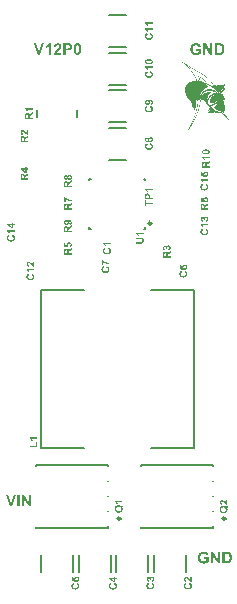
<source format=gbr>
%TF.GenerationSoftware,Altium Limited,Altium Designer,24.8.2 (39)*%
G04 Layer_Color=65535*
%FSLAX45Y45*%
%MOMM*%
%TF.SameCoordinates,E8BDA5DE-7BDE-4699-8ED0-D138E9546F0F*%
%TF.FilePolarity,Positive*%
%TF.FileFunction,Legend,Top*%
%TF.Part,Single*%
G01*
G75*
%TA.AperFunction,NonConductor*%
%ADD43C,0.25000*%
%ADD44C,0.20000*%
G36*
X3304022Y7587433D02*
X3304573D01*
Y7587249D01*
X3304941D01*
Y7587065D01*
X3305309D01*
Y7586881D01*
X3305676D01*
Y7586698D01*
X3306044D01*
Y7586514D01*
X3306412D01*
Y7586330D01*
X3306779D01*
Y7586146D01*
X3306963D01*
Y7585962D01*
X3307331D01*
Y7585778D01*
X3307698D01*
Y7585595D01*
X3307882D01*
Y7585411D01*
X3308250D01*
Y7585227D01*
X3308433D01*
Y7585043D01*
X3308801D01*
Y7584859D01*
X3308985D01*
Y7584675D01*
X3309353D01*
Y7584492D01*
X3309536D01*
Y7584308D01*
X3309904D01*
Y7584124D01*
X3310088D01*
Y7583940D01*
X3310272D01*
Y7583756D01*
X3310639D01*
Y7583573D01*
X3310823D01*
Y7583389D01*
X3311007D01*
Y7583205D01*
X3311191D01*
Y7583021D01*
X3311559D01*
Y7582838D01*
X3311742D01*
Y7582654D01*
X3311926D01*
Y7582470D01*
X3312294D01*
Y7582286D01*
X3312477D01*
Y7582102D01*
X3312661D01*
Y7581918D01*
X3312845D01*
Y7581734D01*
X3313029D01*
Y7581551D01*
X3313396D01*
Y7581367D01*
X3313580D01*
Y7581183D01*
X3313764D01*
Y7580999D01*
X3313948D01*
Y7580815D01*
X3314132D01*
Y7580632D01*
X3314500D01*
Y7580448D01*
X3314683D01*
Y7580264D01*
X3314867D01*
Y7580080D01*
X3315051D01*
Y7579896D01*
X3315235D01*
Y7579712D01*
X3315419D01*
Y7579529D01*
X3315786D01*
Y7579345D01*
X3315970D01*
Y7579161D01*
X3316154D01*
Y7578977D01*
X3316338D01*
Y7578793D01*
X3316521D01*
Y7578610D01*
X3316705D01*
Y7578426D01*
X3316889D01*
Y7578242D01*
X3317257D01*
Y7578058D01*
X3317441D01*
Y7577874D01*
X3317624D01*
Y7577690D01*
X3317808D01*
Y7577507D01*
X3317992D01*
Y7577323D01*
X3318360D01*
Y7577139D01*
X3318544D01*
Y7576955D01*
X3318727D01*
Y7576771D01*
X3318911D01*
Y7576588D01*
X3319095D01*
Y7576404D01*
X3319279D01*
Y7576220D01*
X3319647D01*
Y7576036D01*
X3319830D01*
Y7575852D01*
X3320014D01*
Y7575668D01*
X3320198D01*
Y7575485D01*
X3320565D01*
Y7575301D01*
X3320749D01*
Y7575117D01*
X3320933D01*
Y7574933D01*
X3321117D01*
Y7574749D01*
X3321485D01*
Y7574565D01*
X3321668D01*
Y7574382D01*
X3321852D01*
Y7574198D01*
X3322220D01*
Y7574014D01*
X3322404D01*
Y7573830D01*
X3322587D01*
Y7573647D01*
X3322955D01*
Y7573463D01*
X3323139D01*
Y7573279D01*
X3323507D01*
Y7573095D01*
X3323691D01*
Y7572911D01*
X3324058D01*
Y7572727D01*
X3324242D01*
Y7572544D01*
X3324609D01*
Y7572360D01*
X3324977D01*
Y7572176D01*
X3325161D01*
Y7571992D01*
X3325529D01*
Y7571808D01*
X3325896D01*
Y7571624D01*
X3326264D01*
Y7571441D01*
X3326448D01*
Y7571257D01*
X3326815D01*
Y7571073D01*
X3327183D01*
Y7570889D01*
X3327551D01*
Y7570705D01*
X3327918D01*
Y7570522D01*
X3328286D01*
Y7570338D01*
X3328653D01*
Y7570154D01*
X3329021D01*
Y7569970D01*
X3329389D01*
Y7569786D01*
X3329756D01*
Y7569603D01*
X3330124D01*
Y7569419D01*
X3330676D01*
Y7569235D01*
X3331043D01*
Y7569051D01*
X3331411D01*
Y7568867D01*
X3331778D01*
Y7568683D01*
X3332330D01*
Y7568499D01*
X3332697D01*
Y7568316D01*
X3333065D01*
Y7568132D01*
X3333617D01*
Y7567948D01*
X3333984D01*
Y7567764D01*
X3334352D01*
Y7567580D01*
X3334903D01*
Y7567397D01*
X3335271D01*
Y7567213D01*
X3335822D01*
Y7567029D01*
X3336190D01*
Y7566845D01*
X3336741D01*
Y7566662D01*
X3337109D01*
Y7566478D01*
X3337661D01*
Y7566294D01*
X3338212D01*
Y7566110D01*
X3338580D01*
Y7565926D01*
X3339131D01*
Y7565742D01*
X3339683D01*
Y7565558D01*
X3340050D01*
Y7565375D01*
X3340602D01*
Y7565191D01*
X3341153D01*
Y7565007D01*
X3341705D01*
Y7564823D01*
X3342256D01*
Y7564639D01*
X3342624D01*
Y7564456D01*
X3342991D01*
Y7564272D01*
X3343543D01*
Y7564088D01*
X3344094D01*
Y7563904D01*
X3344462D01*
Y7563720D01*
X3345013D01*
Y7563536D01*
X3345565D01*
Y7563352D01*
X3346116D01*
Y7563169D01*
X3346484D01*
Y7562985D01*
X3347035D01*
Y7562801D01*
X3347587D01*
Y7562617D01*
X3347954D01*
Y7562434D01*
X3348506D01*
Y7562250D01*
X3349057D01*
Y7562066D01*
X3349425D01*
Y7561882D01*
X3349976D01*
Y7561698D01*
X3350528D01*
Y7561514D01*
X3350896D01*
Y7561331D01*
X3351447D01*
Y7561147D01*
X3351815D01*
Y7560963D01*
X3352366D01*
Y7560779D01*
X3352734D01*
Y7560595D01*
X3353285D01*
Y7560412D01*
X3353653D01*
Y7560228D01*
X3354204D01*
Y7560044D01*
X3354572D01*
Y7559860D01*
X3355123D01*
Y7559676D01*
X3355491D01*
Y7559492D01*
X3355859D01*
Y7559308D01*
X3356410D01*
Y7559125D01*
X3356778D01*
Y7558941D01*
X3357329D01*
Y7558757D01*
X3357697D01*
Y7558574D01*
X3358064D01*
Y7558390D01*
X3358616D01*
Y7558206D01*
X3358983D01*
Y7558022D01*
X3359351D01*
Y7557838D01*
X3359719D01*
Y7557654D01*
X3360270D01*
Y7557471D01*
X3360638D01*
Y7557287D01*
X3361005D01*
Y7557103D01*
X3361373D01*
Y7556919D01*
X3361924D01*
Y7556735D01*
X3362292D01*
Y7556551D01*
X3362660D01*
Y7556368D01*
X3363027D01*
Y7556184D01*
X3363579D01*
Y7556000D01*
X3363947D01*
Y7555816D01*
X3364314D01*
Y7555632D01*
X3364682D01*
Y7555448D01*
X3365049D01*
Y7555265D01*
X3365417D01*
Y7555081D01*
X3365785D01*
Y7554897D01*
X3366336D01*
Y7554713D01*
X3366704D01*
Y7554529D01*
X3367071D01*
Y7554346D01*
X3367439D01*
Y7554162D01*
X3367807D01*
Y7553978D01*
X3368174D01*
Y7553794D01*
X3368542D01*
Y7553610D01*
X3368910D01*
Y7553427D01*
X3369277D01*
Y7553243D01*
X3369645D01*
Y7553059D01*
X3370013D01*
Y7552875D01*
X3370380D01*
Y7552691D01*
X3370748D01*
Y7552507D01*
X3371115D01*
Y7552323D01*
X3371483D01*
Y7552140D01*
X3371851D01*
Y7551956D01*
X3372218D01*
Y7551772D01*
X3372402D01*
Y7551956D01*
X3372586D01*
Y7551772D01*
X3372954D01*
Y7551588D01*
X3373321D01*
Y7551405D01*
X3373689D01*
Y7551221D01*
X3374056D01*
Y7551037D01*
X3374424D01*
Y7550853D01*
X3374792D01*
Y7550669D01*
X3375159D01*
Y7550486D01*
X3375527D01*
Y7550302D01*
X3376079D01*
Y7550118D01*
X3376446D01*
Y7549934D01*
X3376814D01*
Y7549750D01*
X3377182D01*
Y7549566D01*
X3377549D01*
Y7549382D01*
X3378100D01*
Y7549199D01*
X3378468D01*
Y7549015D01*
X3378836D01*
Y7548831D01*
X3379204D01*
Y7548647D01*
X3379571D01*
Y7548463D01*
X3380123D01*
Y7548280D01*
X3380490D01*
Y7548096D01*
X3380858D01*
Y7547912D01*
X3381226D01*
Y7547728D01*
X3381777D01*
Y7547544D01*
X3382145D01*
Y7547360D01*
X3382512D01*
Y7547177D01*
X3383064D01*
Y7546993D01*
X3383431D01*
Y7546809D01*
X3383799D01*
Y7546625D01*
X3384350D01*
Y7546442D01*
X3384718D01*
Y7546258D01*
X3385086D01*
Y7546074D01*
X3385637D01*
Y7545890D01*
X3386005D01*
Y7545706D01*
X3386372D01*
Y7545522D01*
X3386924D01*
Y7545338D01*
X3387292D01*
Y7545155D01*
X3387843D01*
Y7544971D01*
X3388211D01*
Y7544787D01*
X3388762D01*
Y7544603D01*
X3389130D01*
Y7544419D01*
X3389681D01*
Y7544236D01*
X3390049D01*
Y7544052D01*
X3390600D01*
Y7543868D01*
X3390968D01*
Y7543684D01*
X3391519D01*
Y7543500D01*
X3391887D01*
Y7543316D01*
X3392438D01*
Y7543132D01*
X3392806D01*
Y7542949D01*
X3393357D01*
Y7542765D01*
X3393909D01*
Y7542581D01*
X3394276D01*
Y7542397D01*
X3394828D01*
Y7542214D01*
X3395380D01*
Y7542030D01*
X3395747D01*
Y7541846D01*
X3396299D01*
Y7541662D01*
X3396850D01*
Y7541478D01*
X3397218D01*
Y7541295D01*
X3397769D01*
Y7541111D01*
X3398321D01*
Y7540927D01*
X3398872D01*
Y7540743D01*
X3399423D01*
Y7540559D01*
X3400159D01*
Y7540743D01*
X3400710D01*
Y7540927D01*
X3401078D01*
Y7541111D01*
X3401446D01*
Y7541295D01*
X3401629D01*
Y7541478D01*
X3401997D01*
Y7541662D01*
X3402181D01*
Y7541846D01*
X3402364D01*
Y7542030D01*
X3402548D01*
Y7542397D01*
X3402732D01*
Y7542581D01*
X3402916D01*
Y7542949D01*
X3403100D01*
Y7543132D01*
X3403284D01*
Y7543684D01*
X3403467D01*
Y7544236D01*
X3403651D01*
Y7544971D01*
X3403835D01*
Y7548280D01*
X3404019D01*
Y7547912D01*
X3404203D01*
Y7547360D01*
X3404386D01*
Y7546809D01*
X3404570D01*
Y7546258D01*
X3404754D01*
Y7545706D01*
X3404938D01*
Y7545155D01*
X3405122D01*
Y7544236D01*
X3405306D01*
Y7543316D01*
X3405490D01*
Y7541111D01*
X3405306D01*
Y7540559D01*
X3405122D01*
Y7540008D01*
X3404938D01*
Y7539640D01*
X3405122D01*
Y7539824D01*
X3406041D01*
Y7540008D01*
X3406960D01*
Y7540192D01*
X3407695D01*
Y7540375D01*
X3408247D01*
Y7540559D01*
X3408798D01*
Y7540743D01*
X3409350D01*
Y7540927D01*
X3409901D01*
Y7541111D01*
X3410452D01*
Y7541295D01*
X3410820D01*
Y7541478D01*
X3411188D01*
Y7541662D01*
X3411739D01*
Y7541846D01*
X3412107D01*
Y7542030D01*
X3412475D01*
Y7542214D01*
X3412842D01*
Y7542397D01*
X3413210D01*
Y7542581D01*
X3413577D01*
Y7542765D01*
X3413761D01*
Y7542949D01*
X3414129D01*
Y7543132D01*
X3414497D01*
Y7543316D01*
X3414680D01*
Y7543500D01*
X3415048D01*
Y7543684D01*
X3415232D01*
Y7543868D01*
X3415599D01*
Y7544052D01*
X3415783D01*
Y7544236D01*
X3416151D01*
Y7544419D01*
X3416335D01*
Y7544603D01*
X3416518D01*
Y7544787D01*
X3416886D01*
Y7544971D01*
X3417070D01*
Y7545155D01*
X3417254D01*
Y7545338D01*
X3417438D01*
Y7545522D01*
X3417805D01*
Y7545706D01*
X3417989D01*
Y7545890D01*
X3418173D01*
Y7546074D01*
X3418357D01*
Y7546258D01*
X3418541D01*
Y7546442D01*
X3418724D01*
Y7546625D01*
X3419092D01*
Y7546809D01*
X3419276D01*
Y7546993D01*
X3419460D01*
Y7547177D01*
X3419643D01*
Y7547360D01*
X3419827D01*
Y7547544D01*
X3420011D01*
Y7547728D01*
X3420195D01*
Y7547912D01*
X3420379D01*
Y7548096D01*
X3420562D01*
Y7548463D01*
X3420746D01*
Y7548647D01*
X3420930D01*
Y7548831D01*
X3421114D01*
Y7549015D01*
X3421298D01*
Y7549199D01*
X3421482D01*
Y7549382D01*
X3421665D01*
Y7549566D01*
X3421849D01*
Y7549934D01*
X3422033D01*
Y7550118D01*
X3422217D01*
Y7550302D01*
X3422401D01*
Y7550486D01*
X3422584D01*
Y7550853D01*
X3422768D01*
Y7551037D01*
X3422952D01*
Y7551221D01*
X3423136D01*
Y7551588D01*
X3423320D01*
Y7551772D01*
X3423504D01*
Y7551956D01*
X3423687D01*
Y7552323D01*
X3423871D01*
Y7552507D01*
X3424055D01*
Y7551956D01*
X3424239D01*
Y7551037D01*
X3424423D01*
Y7550302D01*
X3424607D01*
Y7549382D01*
X3424790D01*
Y7548280D01*
X3424974D01*
Y7547360D01*
X3425158D01*
Y7546258D01*
X3425342D01*
Y7544971D01*
X3425526D01*
Y7543684D01*
X3425709D01*
Y7542214D01*
X3425893D01*
Y7540375D01*
X3426077D01*
Y7537618D01*
X3426261D01*
Y7535964D01*
X3426445D01*
Y7536148D01*
X3426812D01*
Y7536331D01*
X3427180D01*
Y7536515D01*
X3427364D01*
Y7536699D01*
X3427732D01*
Y7536883D01*
X3427915D01*
Y7537067D01*
X3428283D01*
Y7537251D01*
X3428467D01*
Y7537434D01*
X3428834D01*
Y7537618D01*
X3429018D01*
Y7537802D01*
X3429202D01*
Y7537986D01*
X3429570D01*
Y7538170D01*
X3429753D01*
Y7538353D01*
X3429937D01*
Y7538537D01*
X3430305D01*
Y7538721D01*
X3430489D01*
Y7538905D01*
X3430673D01*
Y7539089D01*
X3431040D01*
Y7539272D01*
X3431224D01*
Y7539456D01*
X3431408D01*
Y7539640D01*
X3431592D01*
Y7539824D01*
X3431959D01*
Y7540008D01*
X3432143D01*
Y7540192D01*
X3432327D01*
Y7540375D01*
X3432511D01*
Y7540559D01*
X3432878D01*
Y7540743D01*
X3433062D01*
Y7540927D01*
X3433246D01*
Y7541111D01*
X3433430D01*
Y7541295D01*
X3433614D01*
Y7541478D01*
X3433797D01*
Y7541662D01*
X3434165D01*
Y7541846D01*
X3434349D01*
Y7542030D01*
X3434533D01*
Y7542214D01*
X3434717D01*
Y7542397D01*
X3434900D01*
Y7542581D01*
X3435084D01*
Y7542765D01*
X3435268D01*
Y7542949D01*
X3435452D01*
Y7543132D01*
X3435635D01*
Y7543316D01*
X3435819D01*
Y7543500D01*
X3436003D01*
Y7543684D01*
X3436371D01*
Y7543868D01*
X3436555D01*
Y7544052D01*
X3436739D01*
Y7544236D01*
X3436922D01*
Y7544419D01*
X3437106D01*
Y7544603D01*
X3437290D01*
Y7544787D01*
X3437474D01*
Y7544971D01*
X3437658D01*
Y7545155D01*
X3437841D01*
Y7545338D01*
X3438025D01*
Y7545522D01*
X3438209D01*
Y7545706D01*
X3438393D01*
Y7545890D01*
X3438577D01*
Y7546074D01*
X3438761D01*
Y7546258D01*
X3438944D01*
Y7546442D01*
X3439128D01*
Y7546809D01*
X3439312D01*
Y7546993D01*
X3439496D01*
Y7547177D01*
X3439679D01*
Y7547360D01*
X3439863D01*
Y7547544D01*
X3440047D01*
Y7547728D01*
X3440231D01*
Y7547912D01*
X3440415D01*
Y7547360D01*
X3440231D01*
Y7546625D01*
X3440047D01*
Y7545706D01*
X3439863D01*
Y7544971D01*
X3439679D01*
Y7544236D01*
X3439496D01*
Y7543500D01*
X3439312D01*
Y7542949D01*
X3439128D01*
Y7542214D01*
X3438944D01*
Y7541662D01*
X3438761D01*
Y7541111D01*
X3438577D01*
Y7540375D01*
X3438393D01*
Y7539824D01*
X3438209D01*
Y7539272D01*
X3438025D01*
Y7538721D01*
X3437841D01*
Y7538170D01*
X3437658D01*
Y7537802D01*
X3437474D01*
Y7537251D01*
X3437290D01*
Y7536699D01*
X3437106D01*
Y7536331D01*
X3436922D01*
Y7535780D01*
X3436739D01*
Y7535412D01*
X3436555D01*
Y7534861D01*
X3436739D01*
Y7535045D01*
X3437290D01*
Y7535229D01*
X3437658D01*
Y7535412D01*
X3438025D01*
Y7535596D01*
X3438577D01*
Y7535780D01*
X3438761D01*
Y7535964D01*
X3439128D01*
Y7536148D01*
X3439496D01*
Y7536331D01*
X3439679D01*
Y7536515D01*
X3440047D01*
Y7536699D01*
X3440231D01*
Y7536883D01*
X3440415D01*
Y7537067D01*
X3440783D01*
Y7537251D01*
X3440966D01*
Y7537434D01*
X3441150D01*
Y7537618D01*
X3441518D01*
Y7537802D01*
X3441702D01*
Y7537986D01*
X3442069D01*
Y7538170D01*
X3442437D01*
Y7538353D01*
X3442805D01*
Y7538537D01*
X3442988D01*
Y7538721D01*
X3443356D01*
Y7538905D01*
X3443908D01*
Y7539089D01*
X3444275D01*
Y7539272D01*
X3444643D01*
Y7539456D01*
X3445194D01*
Y7539640D01*
X3445562D01*
Y7539824D01*
X3446113D01*
Y7540008D01*
X3446665D01*
Y7540192D01*
X3447216D01*
Y7540375D01*
X3447951D01*
Y7540559D01*
X3448687D01*
Y7540743D01*
X3449238D01*
Y7540927D01*
X3450157D01*
Y7541111D01*
X3450893D01*
Y7541295D01*
X3451995D01*
Y7541478D01*
X3452915D01*
Y7541662D01*
X3454017D01*
Y7541846D01*
X3455488D01*
Y7542030D01*
X3456959D01*
Y7542214D01*
X3458613D01*
Y7542397D01*
X3460451D01*
Y7542581D01*
X3462841D01*
Y7542765D01*
X3465782D01*
Y7542949D01*
X3469091D01*
Y7543132D01*
X3472951D01*
Y7543316D01*
X3476995D01*
Y7543500D01*
X3480487D01*
Y7543684D01*
X3483428D01*
Y7543868D01*
X3485818D01*
Y7544052D01*
X3488024D01*
Y7544236D01*
X3489862D01*
Y7544419D01*
X3491516D01*
Y7544603D01*
X3492987D01*
Y7544787D01*
X3494273D01*
Y7544971D01*
X3495560D01*
Y7545155D01*
X3496663D01*
Y7545338D01*
X3497766D01*
Y7545522D01*
X3498685D01*
Y7545706D01*
X3499604D01*
Y7545890D01*
X3500340D01*
Y7546074D01*
X3501259D01*
Y7546258D01*
X3501994D01*
Y7546442D01*
X3502545D01*
Y7546625D01*
X3503281D01*
Y7546809D01*
X3504016D01*
Y7546993D01*
X3504568D01*
Y7547177D01*
X3505119D01*
Y7547360D01*
X3505670D01*
Y7547544D01*
X3506222D01*
Y7547728D01*
X3506773D01*
Y7547912D01*
X3507141D01*
Y7548096D01*
X3507692D01*
Y7548280D01*
X3508060D01*
Y7548463D01*
X3508611D01*
Y7548647D01*
X3508979D01*
Y7548831D01*
X3509347D01*
Y7549015D01*
X3509898D01*
Y7549199D01*
X3510266D01*
Y7549382D01*
X3510634D01*
Y7549566D01*
X3511001D01*
Y7549750D01*
X3511185D01*
Y7549934D01*
X3511552D01*
Y7550118D01*
X3511920D01*
Y7550302D01*
X3512288D01*
Y7550486D01*
X3512472D01*
Y7550669D01*
X3512839D01*
Y7550853D01*
X3513207D01*
Y7551037D01*
X3513390D01*
Y7551221D01*
X3513758D01*
Y7551405D01*
X3513942D01*
Y7551588D01*
X3514310D01*
Y7551772D01*
X3514494D01*
Y7551956D01*
X3514678D01*
Y7552140D01*
X3515045D01*
Y7552323D01*
X3515229D01*
Y7552507D01*
X3515413D01*
Y7552691D01*
X3515596D01*
Y7552875D01*
X3515780D01*
Y7553059D01*
X3516148D01*
Y7553243D01*
X3516332D01*
Y7553427D01*
X3516516D01*
Y7553610D01*
X3516699D01*
Y7553794D01*
X3516883D01*
Y7553978D01*
X3517067D01*
Y7554162D01*
X3517251D01*
Y7553427D01*
X3517067D01*
Y7552507D01*
X3516883D01*
Y7551772D01*
X3516699D01*
Y7551037D01*
X3516516D01*
Y7550486D01*
X3516332D01*
Y7549750D01*
X3516148D01*
Y7549199D01*
X3515964D01*
Y7548647D01*
X3515780D01*
Y7548096D01*
X3515596D01*
Y7547544D01*
X3515413D01*
Y7546993D01*
X3515229D01*
Y7546442D01*
X3515045D01*
Y7545890D01*
X3514861D01*
Y7545338D01*
X3514678D01*
Y7544971D01*
X3514494D01*
Y7544419D01*
X3514310D01*
Y7543868D01*
X3514126D01*
Y7543500D01*
X3513942D01*
Y7542949D01*
X3513758D01*
Y7542581D01*
X3513574D01*
Y7542214D01*
X3513390D01*
Y7541662D01*
X3513207D01*
Y7541295D01*
X3513023D01*
Y7540743D01*
X3512839D01*
Y7540375D01*
X3512655D01*
Y7540008D01*
X3512472D01*
Y7539640D01*
X3512288D01*
Y7539272D01*
X3512104D01*
Y7538721D01*
X3511920D01*
Y7538353D01*
X3511736D01*
Y7537986D01*
X3511552D01*
Y7537618D01*
X3511369D01*
Y7537251D01*
X3511185D01*
Y7536883D01*
X3511001D01*
Y7536515D01*
X3510817D01*
Y7536148D01*
X3510634D01*
Y7535780D01*
X3510449D01*
Y7535412D01*
X3510266D01*
Y7535045D01*
X3510082D01*
Y7534677D01*
X3509898D01*
Y7534310D01*
X3509714D01*
Y7533942D01*
X3509530D01*
Y7533758D01*
X3509347D01*
Y7533390D01*
X3509163D01*
Y7533023D01*
X3508979D01*
Y7532655D01*
X3508795D01*
Y7532287D01*
X3508611D01*
Y7531920D01*
X3508428D01*
Y7531736D01*
X3508244D01*
Y7531368D01*
X3508060D01*
Y7531001D01*
X3507876D01*
Y7530633D01*
X3507692D01*
Y7530449D01*
X3507508D01*
Y7530082D01*
X3507325D01*
Y7529714D01*
X3507141D01*
Y7529530D01*
X3506957D01*
Y7529163D01*
X3506773D01*
Y7528795D01*
X3506589D01*
Y7528611D01*
X3506406D01*
Y7528244D01*
X3506222D01*
Y7527876D01*
X3506038D01*
Y7527692D01*
X3505854D01*
Y7527324D01*
X3505670D01*
Y7527140D01*
X3505487D01*
Y7526773D01*
X3505303D01*
Y7526589D01*
X3505119D01*
Y7526221D01*
X3504935D01*
Y7525854D01*
X3504751D01*
Y7525670D01*
X3504568D01*
Y7525302D01*
X3504384D01*
Y7525119D01*
X3504200D01*
Y7524751D01*
X3504016D01*
Y7524567D01*
X3503832D01*
Y7524199D01*
X3503648D01*
Y7524016D01*
X3503464D01*
Y7523648D01*
X3503281D01*
Y7523464D01*
X3503097D01*
Y7523280D01*
X3502913D01*
Y7522913D01*
X3502729D01*
Y7522729D01*
X3502545D01*
Y7522361D01*
X3502362D01*
Y7522177D01*
X3502178D01*
Y7521810D01*
X3501994D01*
Y7521626D01*
X3501810D01*
Y7521442D01*
X3501626D01*
Y7521075D01*
X3501443D01*
Y7520891D01*
X3501259D01*
Y7520523D01*
X3501075D01*
Y7520339D01*
X3500891D01*
Y7520155D01*
X3500707D01*
Y7519788D01*
X3500523D01*
Y7519604D01*
X3500340D01*
Y7519420D01*
X3500156D01*
Y7519053D01*
X3499972D01*
Y7518869D01*
X3499788D01*
Y7518685D01*
X3499604D01*
Y7518317D01*
X3499420D01*
Y7518133D01*
X3499237D01*
Y7517949D01*
X3499053D01*
Y7517766D01*
X3498869D01*
Y7517398D01*
X3498685D01*
Y7517214D01*
X3498502D01*
Y7517030D01*
X3498318D01*
Y7516663D01*
X3498134D01*
Y7516479D01*
X3497950D01*
Y7516295D01*
X3497766D01*
Y7516111D01*
X3497583D01*
Y7515744D01*
X3497399D01*
Y7515560D01*
X3497214D01*
Y7515376D01*
X3497031D01*
Y7515192D01*
X3496847D01*
Y7515008D01*
X3496663D01*
Y7514641D01*
X3496479D01*
Y7514457D01*
X3496296D01*
Y7514273D01*
X3496112D01*
Y7514089D01*
X3495928D01*
Y7513905D01*
X3495744D01*
Y7513538D01*
X3495560D01*
Y7513354D01*
X3495377D01*
Y7513170D01*
X3495193D01*
Y7512987D01*
X3495009D01*
Y7512803D01*
X3494825D01*
Y7512435D01*
X3494641D01*
Y7512251D01*
X3494457D01*
Y7512067D01*
X3494273D01*
Y7511884D01*
X3494090D01*
Y7511700D01*
X3493906D01*
Y7511516D01*
X3493722D01*
Y7511332D01*
X3493538D01*
Y7510964D01*
X3493354D01*
Y7510781D01*
X3493171D01*
Y7510597D01*
X3492987D01*
Y7510413D01*
X3492803D01*
Y7510229D01*
X3492619D01*
Y7510045D01*
X3492435D01*
Y7509862D01*
X3492252D01*
Y7509678D01*
X3492068D01*
Y7509494D01*
X3491884D01*
Y7509310D01*
X3491700D01*
Y7508943D01*
X3491516D01*
Y7508759D01*
X3491332D01*
Y7508575D01*
X3491149D01*
Y7508391D01*
X3490965D01*
Y7508207D01*
X3490781D01*
Y7508023D01*
X3490597D01*
Y7507840D01*
X3490413D01*
Y7507656D01*
X3490230D01*
Y7507472D01*
X3490046D01*
Y7507288D01*
X3489862D01*
Y7507104D01*
X3489678D01*
Y7506920D01*
X3489494D01*
Y7506737D01*
X3489311D01*
Y7506553D01*
X3489127D01*
Y7506369D01*
X3488943D01*
Y7506185D01*
X3488759D01*
Y7506001D01*
X3488575D01*
Y7505817D01*
X3488392D01*
Y7505634D01*
X3488208D01*
Y7505450D01*
X3488024D01*
Y7505266D01*
X3487840D01*
Y7505083D01*
X3487656D01*
Y7504899D01*
X3487472D01*
Y7504715D01*
X3487288D01*
Y7504531D01*
X3487105D01*
Y7504347D01*
X3486921D01*
Y7504163D01*
X3486737D01*
Y7503979D01*
X3486553D01*
Y7503796D01*
X3486369D01*
Y7503612D01*
X3486186D01*
Y7503428D01*
X3486002D01*
Y7503244D01*
X3485818D01*
Y7503060D01*
X3485634D01*
Y7502877D01*
X3485450D01*
Y7502693D01*
X3485267D01*
Y7502509D01*
X3485083D01*
Y7502325D01*
X3484899D01*
Y7502141D01*
X3484715D01*
Y7501957D01*
X3484531D01*
Y7501773D01*
X3484347D01*
Y7501590D01*
X3484164D01*
Y7501406D01*
X3483980D01*
Y7501222D01*
X3483796D01*
Y7501038D01*
X3483428D01*
Y7500854D01*
X3483244D01*
Y7500671D01*
X3483061D01*
Y7500487D01*
X3482877D01*
Y7500303D01*
X3482693D01*
Y7500119D01*
X3482509D01*
Y7499935D01*
X3482325D01*
Y7499752D01*
X3482142D01*
Y7499568D01*
X3481958D01*
Y7499384D01*
X3481774D01*
Y7499200D01*
X3481407D01*
Y7499016D01*
X3481223D01*
Y7498833D01*
X3481039D01*
Y7498649D01*
X3480855D01*
Y7498465D01*
X3480671D01*
Y7498281D01*
X3480487D01*
Y7498097D01*
X3480303D01*
Y7497913D01*
X3479936D01*
Y7497729D01*
X3479752D01*
Y7497546D01*
X3479568D01*
Y7497362D01*
X3479384D01*
Y7497178D01*
X3479201D01*
Y7496994D01*
X3479017D01*
Y7496811D01*
X3478833D01*
Y7496627D01*
X3478465D01*
Y7496443D01*
X3478281D01*
Y7496259D01*
X3478097D01*
Y7496075D01*
X3477914D01*
Y7495891D01*
X3477730D01*
Y7495708D01*
X3477362D01*
Y7495524D01*
X3477178D01*
Y7495340D01*
X3476995D01*
Y7495156D01*
X3476811D01*
Y7494972D01*
X3476627D01*
Y7494788D01*
X3476259D01*
Y7494605D01*
X3476076D01*
Y7494421D01*
X3475892D01*
Y7494237D01*
X3475708D01*
Y7494053D01*
X3475340D01*
Y7493869D01*
X3475157D01*
Y7493686D01*
X3474973D01*
Y7493502D01*
X3474789D01*
Y7493318D01*
X3474421D01*
Y7493134D01*
X3474237D01*
Y7492950D01*
X3474054D01*
Y7492767D01*
X3473870D01*
Y7492583D01*
X3473502D01*
Y7492399D01*
X3473318D01*
Y7492215D01*
X3473135D01*
Y7492031D01*
X3472951D01*
Y7491848D01*
X3472583D01*
Y7491664D01*
X3472399D01*
Y7491480D01*
X3472215D01*
Y7491296D01*
X3471848D01*
Y7491112D01*
X3471664D01*
Y7490928D01*
X3471480D01*
Y7490744D01*
X3471112D01*
Y7490561D01*
X3470929D01*
Y7490377D01*
X3470745D01*
Y7490193D01*
X3470377D01*
Y7490009D01*
X3470193D01*
Y7489825D01*
X3470010D01*
Y7489642D01*
X3469642D01*
Y7489458D01*
X3469458D01*
Y7489274D01*
X3469274D01*
Y7489090D01*
X3468907D01*
Y7488907D01*
X3468723D01*
Y7488723D01*
X3468539D01*
Y7488539D01*
X3468171D01*
Y7488355D01*
X3467987D01*
Y7488171D01*
X3467620D01*
Y7487987D01*
X3467436D01*
Y7487803D01*
X3467252D01*
Y7487620D01*
X3466885D01*
Y7487436D01*
X3466701D01*
Y7487252D01*
X3466333D01*
Y7487068D01*
X3466149D01*
Y7486884D01*
X3465966D01*
Y7486701D01*
X3465598D01*
Y7486517D01*
X3465414D01*
Y7486333D01*
X3465047D01*
Y7486149D01*
X3464863D01*
Y7485965D01*
X3464495D01*
Y7485781D01*
X3464311D01*
Y7485597D01*
X3463944D01*
Y7485414D01*
X3463760D01*
Y7485230D01*
X3463944D01*
Y7485046D01*
X3464127D01*
Y7484862D01*
X3464311D01*
Y7484678D01*
X3464495D01*
Y7484311D01*
X3464679D01*
Y7484127D01*
X3464863D01*
Y7483943D01*
X3465047D01*
Y7483576D01*
X3465231D01*
Y7483392D01*
X3465414D01*
Y7483024D01*
X3465598D01*
Y7482840D01*
X3465782D01*
Y7482657D01*
X3465966D01*
Y7482289D01*
X3466149D01*
Y7482105D01*
X3466333D01*
Y7481737D01*
X3466517D01*
Y7481553D01*
X3466701D01*
Y7481186D01*
X3466885D01*
Y7481002D01*
X3467069D01*
Y7480635D01*
X3467252D01*
Y7480267D01*
X3467436D01*
Y7480083D01*
X3467620D01*
Y7479715D01*
X3467804D01*
Y7479532D01*
X3467987D01*
Y7479164D01*
X3468171D01*
Y7478796D01*
X3468355D01*
Y7478613D01*
X3468539D01*
Y7478245D01*
X3468723D01*
Y7477877D01*
X3468907D01*
Y7477693D01*
X3469091D01*
Y7477326D01*
X3469274D01*
Y7476958D01*
X3469458D01*
Y7476774D01*
X3469642D01*
Y7476407D01*
X3469826D01*
Y7476039D01*
X3470010D01*
Y7475855D01*
X3470561D01*
Y7475672D01*
X3473135D01*
Y7475488D01*
X3474789D01*
Y7475304D01*
X3475892D01*
Y7475120D01*
X3476995D01*
Y7474936D01*
X3477914D01*
Y7474752D01*
X3478649D01*
Y7474568D01*
X3479384D01*
Y7474385D01*
X3480120D01*
Y7474201D01*
X3480855D01*
Y7474017D01*
X3481407D01*
Y7473833D01*
X3481958D01*
Y7473649D01*
X3482509D01*
Y7473466D01*
X3483061D01*
Y7473282D01*
X3483612D01*
Y7473098D01*
X3484164D01*
Y7472914D01*
X3484531D01*
Y7472730D01*
X3485083D01*
Y7472547D01*
X3485634D01*
Y7472363D01*
X3486002D01*
Y7472179D01*
X3486369D01*
Y7471995D01*
X3486921D01*
Y7471811D01*
X3487288D01*
Y7471627D01*
X3487656D01*
Y7471444D01*
X3488024D01*
Y7471260D01*
X3488392D01*
Y7471076D01*
X3488759D01*
Y7470892D01*
X3489127D01*
Y7470708D01*
X3489494D01*
Y7470525D01*
X3489862D01*
Y7470341D01*
X3490230D01*
Y7470157D01*
X3490597D01*
Y7469973D01*
X3490965D01*
Y7469789D01*
X3491149D01*
Y7469605D01*
X3491516D01*
Y7469422D01*
X3491884D01*
Y7469238D01*
X3492068D01*
Y7469054D01*
X3492435D01*
Y7468870D01*
X3492803D01*
Y7468686D01*
X3492987D01*
Y7468502D01*
X3493354D01*
Y7468319D01*
X3493722D01*
Y7468135D01*
X3493906D01*
Y7467951D01*
X3494273D01*
Y7467767D01*
X3494457D01*
Y7467583D01*
X3494825D01*
Y7467400D01*
X3495009D01*
Y7467216D01*
X3495377D01*
Y7467032D01*
X3495560D01*
Y7466848D01*
X3495744D01*
Y7466664D01*
X3496112D01*
Y7466481D01*
X3496296D01*
Y7466297D01*
X3496663D01*
Y7466113D01*
X3496847D01*
Y7465929D01*
X3497031D01*
Y7465745D01*
X3497399D01*
Y7465561D01*
X3497583D01*
Y7465377D01*
X3497766D01*
Y7465194D01*
X3498134D01*
Y7465010D01*
X3498318D01*
Y7464826D01*
X3498502D01*
Y7464642D01*
X3498685D01*
Y7464459D01*
X3499053D01*
Y7464275D01*
X3499237D01*
Y7464091D01*
X3499420D01*
Y7463907D01*
X3499604D01*
Y7463723D01*
X3499788D01*
Y7463539D01*
X3500156D01*
Y7463356D01*
X3500340D01*
Y7463172D01*
X3500523D01*
Y7462988D01*
X3500707D01*
Y7462804D01*
X3500891D01*
Y7462620D01*
X3501075D01*
Y7462437D01*
X3501259D01*
Y7462253D01*
X3501626D01*
Y7462069D01*
X3501810D01*
Y7461885D01*
X3501994D01*
Y7461701D01*
X3502178D01*
Y7461517D01*
X3502362D01*
Y7461334D01*
X3502545D01*
Y7461150D01*
X3502729D01*
Y7460966D01*
X3502913D01*
Y7460782D01*
X3503097D01*
Y7460598D01*
X3503281D01*
Y7460414D01*
X3503464D01*
Y7460231D01*
X3503648D01*
Y7460047D01*
X3503832D01*
Y7459863D01*
X3504016D01*
Y7459679D01*
X3504200D01*
Y7459496D01*
X3504384D01*
Y7459312D01*
X3504200D01*
Y7459496D01*
X3503648D01*
Y7459679D01*
X3503281D01*
Y7459863D01*
X3502729D01*
Y7460047D01*
X3502362D01*
Y7460231D01*
X3501810D01*
Y7460414D01*
X3501443D01*
Y7460598D01*
X3500891D01*
Y7460782D01*
X3500340D01*
Y7460966D01*
X3499972D01*
Y7461150D01*
X3499420D01*
Y7461334D01*
X3498869D01*
Y7461517D01*
X3498318D01*
Y7461701D01*
X3497766D01*
Y7461885D01*
X3497214D01*
Y7462069D01*
X3496479D01*
Y7462253D01*
X3495928D01*
Y7462437D01*
X3495193D01*
Y7462620D01*
X3494273D01*
Y7462804D01*
X3493171D01*
Y7462988D01*
X3491332D01*
Y7462804D01*
X3490781D01*
Y7462620D01*
X3490597D01*
Y7462437D01*
X3490413D01*
Y7462253D01*
X3490230D01*
Y7461334D01*
X3490413D01*
Y7461150D01*
X3490597D01*
Y7460782D01*
X3490781D01*
Y7460598D01*
X3490965D01*
Y7460414D01*
X3491149D01*
Y7460231D01*
X3491332D01*
Y7460047D01*
X3491516D01*
Y7459863D01*
X3491700D01*
Y7459679D01*
X3491884D01*
Y7459496D01*
X3492068D01*
Y7459312D01*
X3492252D01*
Y7459128D01*
X3492435D01*
Y7458944D01*
X3492619D01*
Y7458760D01*
X3492803D01*
Y7458576D01*
X3492987D01*
Y7458392D01*
X3493171D01*
Y7458209D01*
X3493354D01*
Y7458025D01*
X3493538D01*
Y7457841D01*
X3493722D01*
Y7457657D01*
X3493906D01*
Y7457473D01*
X3494090D01*
Y7457290D01*
X3494273D01*
Y7457106D01*
X3494457D01*
Y7456922D01*
X3494641D01*
Y7456738D01*
X3494825D01*
Y7456554D01*
X3495009D01*
Y7456370D01*
X3495193D01*
Y7456187D01*
X3495377D01*
Y7456003D01*
X3495560D01*
Y7455819D01*
X3495744D01*
Y7455635D01*
X3495928D01*
Y7455451D01*
X3496112D01*
Y7455268D01*
X3496479D01*
Y7455084D01*
X3496663D01*
Y7454900D01*
X3496847D01*
Y7454716D01*
X3497031D01*
Y7454532D01*
X3497214D01*
Y7454349D01*
X3497399D01*
Y7454165D01*
X3497583D01*
Y7453981D01*
X3497766D01*
Y7453797D01*
X3498134D01*
Y7453613D01*
X3498318D01*
Y7453429D01*
X3498502D01*
Y7453246D01*
X3498685D01*
Y7453062D01*
X3498869D01*
Y7452878D01*
X3499053D01*
Y7452694D01*
X3499420D01*
Y7452510D01*
X3499604D01*
Y7452326D01*
X3499788D01*
Y7452143D01*
X3499972D01*
Y7451959D01*
X3500340D01*
Y7451775D01*
X3500523D01*
Y7451591D01*
X3500707D01*
Y7451408D01*
X3501075D01*
Y7451224D01*
X3501259D01*
Y7451040D01*
X3501443D01*
Y7450856D01*
X3501810D01*
Y7450672D01*
X3501994D01*
Y7450489D01*
X3502362D01*
Y7450304D01*
X3502545D01*
Y7450121D01*
X3502729D01*
Y7449937D01*
X3503097D01*
Y7449753D01*
X3503464D01*
Y7449569D01*
X3503648D01*
Y7449385D01*
X3504016D01*
Y7449202D01*
X3504384D01*
Y7449018D01*
X3504751D01*
Y7448834D01*
X3504935D01*
Y7448650D01*
X3505487D01*
Y7448466D01*
X3505854D01*
Y7448283D01*
X3506222D01*
Y7448099D01*
X3506773D01*
Y7447915D01*
X3507508D01*
Y7447731D01*
X3507692D01*
Y7447547D01*
X3507325D01*
Y7447363D01*
X3506957D01*
Y7447180D01*
X3506589D01*
Y7446996D01*
X3506038D01*
Y7446812D01*
X3505670D01*
Y7446628D01*
X3505303D01*
Y7446444D01*
X3504751D01*
Y7446260D01*
X3504384D01*
Y7446077D01*
X3503832D01*
Y7445893D01*
X3503281D01*
Y7445709D01*
X3502729D01*
Y7445525D01*
X3502178D01*
Y7445341D01*
X3501626D01*
Y7445158D01*
X3500891D01*
Y7444974D01*
X3499972D01*
Y7444790D01*
X3498134D01*
Y7444606D01*
X3498318D01*
Y7444422D01*
X3498685D01*
Y7444238D01*
X3498869D01*
Y7444055D01*
X3499053D01*
Y7443871D01*
X3499237D01*
Y7443687D01*
X3499420D01*
Y7443503D01*
X3499788D01*
Y7443320D01*
X3499972D01*
Y7443136D01*
X3500156D01*
Y7442952D01*
X3500340D01*
Y7442768D01*
X3500523D01*
Y7442584D01*
X3500707D01*
Y7442400D01*
X3501075D01*
Y7442217D01*
X3501259D01*
Y7442033D01*
X3501443D01*
Y7441849D01*
X3501626D01*
Y7441665D01*
X3501810D01*
Y7441481D01*
X3501994D01*
Y7441298D01*
X3502178D01*
Y7441114D01*
X3502362D01*
Y7440930D01*
X3502545D01*
Y7440746D01*
X3502729D01*
Y7440562D01*
X3502913D01*
Y7440378D01*
X3503097D01*
Y7440194D01*
X3503281D01*
Y7440011D01*
X3503464D01*
Y7439827D01*
X3503648D01*
Y7439643D01*
X3503832D01*
Y7439459D01*
X3504016D01*
Y7439275D01*
X3504200D01*
Y7439092D01*
X3504384D01*
Y7438908D01*
X3504568D01*
Y7438724D01*
X3504751D01*
Y7438540D01*
X3504935D01*
Y7438356D01*
X3505119D01*
Y7438173D01*
X3505303D01*
Y7437805D01*
X3505487D01*
Y7437621D01*
X3505670D01*
Y7437437D01*
X3505854D01*
Y7437253D01*
X3506038D01*
Y7437070D01*
X3506222D01*
Y7436886D01*
X3506406D01*
Y7436702D01*
X3506589D01*
Y7436334D01*
X3506773D01*
Y7436150D01*
X3506957D01*
Y7435967D01*
X3507141D01*
Y7435783D01*
X3507325D01*
Y7435599D01*
X3507508D01*
Y7435232D01*
X3507692D01*
Y7435048D01*
X3507876D01*
Y7434864D01*
X3508060D01*
Y7434680D01*
X3508244D01*
Y7434313D01*
X3508428D01*
Y7434128D01*
X3508611D01*
Y7433944D01*
X3508795D01*
Y7433577D01*
X3508979D01*
Y7433393D01*
X3509163D01*
Y7433209D01*
X3509347D01*
Y7432842D01*
X3509530D01*
Y7432658D01*
X3509714D01*
Y7432290D01*
X3509898D01*
Y7432107D01*
X3510082D01*
Y7431739D01*
X3510266D01*
Y7431555D01*
X3510449D01*
Y7431187D01*
X3510634D01*
Y7431004D01*
X3510817D01*
Y7430636D01*
X3511001D01*
Y7430452D01*
X3511185D01*
Y7430084D01*
X3511369D01*
Y7429901D01*
X3511552D01*
Y7429533D01*
X3511736D01*
Y7429165D01*
X3511920D01*
Y7428982D01*
X3512104D01*
Y7428614D01*
X3512288D01*
Y7428246D01*
X3512472D01*
Y7427879D01*
X3512655D01*
Y7427695D01*
X3512839D01*
Y7427327D01*
X3513023D01*
Y7426960D01*
X3513207D01*
Y7426592D01*
X3513390D01*
Y7426224D01*
X3513574D01*
Y7425857D01*
X3513758D01*
Y7425489D01*
X3513942D01*
Y7425122D01*
X3514126D01*
Y7424754D01*
X3514310D01*
Y7424386D01*
X3514494D01*
Y7424018D01*
X3514678D01*
Y7423467D01*
X3514861D01*
Y7423099D01*
X3515045D01*
Y7422732D01*
X3515229D01*
Y7422180D01*
X3515413D01*
Y7421813D01*
X3515596D01*
Y7421261D01*
X3515780D01*
Y7420710D01*
X3515964D01*
Y7420158D01*
X3516148D01*
Y7419791D01*
X3516332D01*
Y7419056D01*
X3516516D01*
Y7418504D01*
X3516699D01*
Y7417952D01*
X3516883D01*
Y7417217D01*
X3517067D01*
Y7416666D01*
X3517251D01*
Y7415931D01*
X3517435D01*
Y7415011D01*
X3517619D01*
Y7414092D01*
X3517802D01*
Y7413173D01*
X3517986D01*
Y7412070D01*
X3518170D01*
Y7410600D01*
X3518354D01*
Y7408394D01*
X3518538D01*
Y7405269D01*
X3518354D01*
Y7405453D01*
X3518170D01*
Y7405821D01*
X3517986D01*
Y7406004D01*
X3517802D01*
Y7406188D01*
X3517619D01*
Y7406556D01*
X3517435D01*
Y7406740D01*
X3517251D01*
Y7407107D01*
X3517067D01*
Y7407291D01*
X3516883D01*
Y7407475D01*
X3516699D01*
Y7407659D01*
X3516516D01*
Y7408026D01*
X3516332D01*
Y7408210D01*
X3516148D01*
Y7408394D01*
X3515964D01*
Y7408762D01*
X3515780D01*
Y7408946D01*
X3515596D01*
Y7409129D01*
X3515413D01*
Y7409313D01*
X3515229D01*
Y7409681D01*
X3515045D01*
Y7409865D01*
X3514861D01*
Y7410048D01*
X3514678D01*
Y7410232D01*
X3514494D01*
Y7410600D01*
X3514310D01*
Y7410784D01*
X3514126D01*
Y7410967D01*
X3513942D01*
Y7411151D01*
X3513758D01*
Y7411335D01*
X3513574D01*
Y7411703D01*
X3513390D01*
Y7411887D01*
X3513207D01*
Y7412070D01*
X3513023D01*
Y7412254D01*
X3512839D01*
Y7412438D01*
X3512655D01*
Y7412622D01*
X3512472D01*
Y7412989D01*
X3512288D01*
Y7413173D01*
X3512104D01*
Y7413357D01*
X3511920D01*
Y7413541D01*
X3511736D01*
Y7413725D01*
X3511552D01*
Y7413908D01*
X3511369D01*
Y7414092D01*
X3511185D01*
Y7414276D01*
X3511001D01*
Y7414644D01*
X3510817D01*
Y7414828D01*
X3510634D01*
Y7415011D01*
X3510449D01*
Y7415195D01*
X3510266D01*
Y7415379D01*
X3510082D01*
Y7415563D01*
X3509898D01*
Y7415747D01*
X3509714D01*
Y7415931D01*
X3509530D01*
Y7416114D01*
X3509347D01*
Y7416298D01*
X3509163D01*
Y7416482D01*
X3508979D01*
Y7416666D01*
X3508795D01*
Y7416850D01*
X3508611D01*
Y7417033D01*
X3508428D01*
Y7417217D01*
X3508244D01*
Y7417401D01*
X3508060D01*
Y7417585D01*
X3507876D01*
Y7417769D01*
X3507508D01*
Y7417952D01*
X3507325D01*
Y7418137D01*
X3507141D01*
Y7418320D01*
X3506957D01*
Y7418504D01*
X3506773D01*
Y7418688D01*
X3506589D01*
Y7418872D01*
X3506406D01*
Y7419056D01*
X3506038D01*
Y7419239D01*
X3505854D01*
Y7419423D01*
X3505670D01*
Y7419607D01*
X3505487D01*
Y7419791D01*
X3505119D01*
Y7419974D01*
X3504935D01*
Y7420158D01*
X3504751D01*
Y7420342D01*
X3504384D01*
Y7420526D01*
X3504200D01*
Y7420710D01*
X3503832D01*
Y7420894D01*
X3503648D01*
Y7421078D01*
X3503281D01*
Y7421261D01*
X3503097D01*
Y7421445D01*
X3502729D01*
Y7421629D01*
X3502362D01*
Y7421813D01*
X3501994D01*
Y7421997D01*
X3501626D01*
Y7422180D01*
X3501259D01*
Y7422364D01*
X3500707D01*
Y7422548D01*
X3500156D01*
Y7422732D01*
X3499237D01*
Y7422916D01*
X3498134D01*
Y7422732D01*
X3497214D01*
Y7422548D01*
X3496847D01*
Y7422364D01*
X3496479D01*
Y7422180D01*
X3496112D01*
Y7421997D01*
X3495928D01*
Y7421813D01*
X3495744D01*
Y7421078D01*
X3495928D01*
Y7420526D01*
X3496112D01*
Y7419974D01*
X3496296D01*
Y7419607D01*
X3496479D01*
Y7419056D01*
X3496663D01*
Y7418504D01*
X3496847D01*
Y7418137D01*
X3497031D01*
Y7417585D01*
X3497214D01*
Y7417217D01*
X3497399D01*
Y7416850D01*
X3497583D01*
Y7416298D01*
X3497766D01*
Y7415931D01*
X3497950D01*
Y7415379D01*
X3498134D01*
Y7415011D01*
X3498318D01*
Y7414460D01*
X3498502D01*
Y7414092D01*
X3498685D01*
Y7413541D01*
X3498869D01*
Y7412989D01*
X3499053D01*
Y7412622D01*
X3499237D01*
Y7412070D01*
X3499420D01*
Y7411703D01*
X3499604D01*
Y7411151D01*
X3499788D01*
Y7410600D01*
X3499972D01*
Y7410048D01*
X3500156D01*
Y7409681D01*
X3500340D01*
Y7409129D01*
X3500523D01*
Y7408578D01*
X3500707D01*
Y7408026D01*
X3500891D01*
Y7407475D01*
X3501075D01*
Y7406923D01*
X3501259D01*
Y7406372D01*
X3501443D01*
Y7405821D01*
X3501626D01*
Y7405269D01*
X3501810D01*
Y7404718D01*
X3501994D01*
Y7404166D01*
X3502178D01*
Y7403615D01*
X3502362D01*
Y7403063D01*
X3502545D01*
Y7402512D01*
X3502729D01*
Y7401961D01*
X3502913D01*
Y7401409D01*
X3503097D01*
Y7400674D01*
X3503281D01*
Y7400122D01*
X3503464D01*
Y7399571D01*
X3503648D01*
Y7398835D01*
X3503832D01*
Y7398284D01*
X3504016D01*
Y7397549D01*
X3504200D01*
Y7396997D01*
X3504384D01*
Y7396446D01*
X3504568D01*
Y7395711D01*
X3504751D01*
Y7394975D01*
X3504935D01*
Y7394424D01*
X3505119D01*
Y7393689D01*
X3505303D01*
Y7392953D01*
X3505487D01*
Y7392402D01*
X3505670D01*
Y7391667D01*
X3505854D01*
Y7390931D01*
X3506038D01*
Y7390196D01*
X3506222D01*
Y7389461D01*
X3506406D01*
Y7388726D01*
X3506589D01*
Y7387990D01*
X3506773D01*
Y7387255D01*
X3506957D01*
Y7386520D01*
X3507141D01*
Y7385785D01*
X3507325D01*
Y7384865D01*
X3507508D01*
Y7384130D01*
X3507692D01*
Y7383395D01*
X3507876D01*
Y7382476D01*
X3508060D01*
Y7381740D01*
X3508244D01*
Y7380821D01*
X3508428D01*
Y7379902D01*
X3508611D01*
Y7379167D01*
X3508795D01*
Y7378248D01*
X3508979D01*
Y7377329D01*
X3509163D01*
Y7376410D01*
X3509347D01*
Y7375491D01*
X3509530D01*
Y7374571D01*
X3509714D01*
Y7373653D01*
X3509898D01*
Y7372733D01*
X3510082D01*
Y7371630D01*
X3510266D01*
Y7370711D01*
X3510449D01*
Y7369609D01*
X3510634D01*
Y7368689D01*
X3510817D01*
Y7367586D01*
X3511001D01*
Y7366483D01*
X3511185D01*
Y7365381D01*
X3511369D01*
Y7364277D01*
X3511552D01*
Y7363175D01*
X3511736D01*
Y7361888D01*
X3511920D01*
Y7360785D01*
X3512104D01*
Y7359498D01*
X3512288D01*
Y7358212D01*
X3512472D01*
Y7356925D01*
X3512655D01*
Y7355638D01*
X3512839D01*
Y7354168D01*
X3513023D01*
Y7352881D01*
X3513207D01*
Y7351410D01*
X3513390D01*
Y7349940D01*
X3513574D01*
Y7348286D01*
X3513758D01*
Y7346631D01*
X3513942D01*
Y7344977D01*
X3514126D01*
Y7343139D01*
X3514310D01*
Y7341300D01*
X3514494D01*
Y7339278D01*
X3514678D01*
Y7337256D01*
X3514861D01*
Y7334867D01*
X3515045D01*
Y7332293D01*
X3515229D01*
Y7329168D01*
X3515413D01*
Y7328617D01*
X3515229D01*
Y7328433D01*
X3515045D01*
Y7328249D01*
X3514861D01*
Y7328065D01*
X3514678D01*
Y7327882D01*
X3514310D01*
Y7327698D01*
X3514126D01*
Y7327514D01*
X3513942D01*
Y7327330D01*
X3513758D01*
Y7327146D01*
X3513574D01*
Y7326962D01*
X3513207D01*
Y7326779D01*
X3513023D01*
Y7326595D01*
X3512839D01*
Y7326411D01*
X3512655D01*
Y7326227D01*
X3512288D01*
Y7326044D01*
X3512104D01*
Y7325860D01*
X3511920D01*
Y7325676D01*
X3511736D01*
Y7325492D01*
X3511369D01*
Y7325308D01*
X3511185D01*
Y7325124D01*
X3511001D01*
Y7324941D01*
X3510634D01*
Y7324757D01*
X3510449D01*
Y7324573D01*
X3510266D01*
Y7324389D01*
X3509898D01*
Y7324205D01*
X3509714D01*
Y7324022D01*
X3509530D01*
Y7323838D01*
X3509163D01*
Y7323654D01*
X3508979D01*
Y7323470D01*
X3508611D01*
Y7323286D01*
X3508428D01*
Y7323102D01*
X3508244D01*
Y7322919D01*
X3507876D01*
Y7322735D01*
X3507692D01*
Y7322551D01*
X3507325D01*
Y7322367D01*
X3507141D01*
Y7322183D01*
X3506773D01*
Y7322000D01*
X3506589D01*
Y7321816D01*
X3506222D01*
Y7321632D01*
X3506038D01*
Y7321448D01*
X3505670D01*
Y7321264D01*
X3505487D01*
Y7321080D01*
X3505119D01*
Y7320896D01*
X3504935D01*
Y7320713D01*
X3504568D01*
Y7320529D01*
X3504200D01*
Y7320345D01*
X3504016D01*
Y7320161D01*
X3503648D01*
Y7319977D01*
X3503464D01*
Y7319794D01*
X3503097D01*
Y7319610D01*
X3502729D01*
Y7319426D01*
X3502545D01*
Y7319242D01*
X3502178D01*
Y7319059D01*
X3501810D01*
Y7318875D01*
X3501626D01*
Y7318691D01*
X3501259D01*
Y7318507D01*
X3500891D01*
Y7318323D01*
X3500523D01*
Y7318139D01*
X3500340D01*
Y7317956D01*
X3499972D01*
Y7317772D01*
X3499604D01*
Y7317588D01*
X3499237D01*
Y7317404D01*
X3498869D01*
Y7317220D01*
X3498502D01*
Y7317036D01*
X3498134D01*
Y7316853D01*
X3497766D01*
Y7316669D01*
X3497399D01*
Y7316485D01*
X3497214D01*
Y7316301D01*
X3496847D01*
Y7316117D01*
X3496296D01*
Y7315934D01*
X3495928D01*
Y7315750D01*
X3495560D01*
Y7315566D01*
X3495193D01*
Y7315382D01*
X3494825D01*
Y7315198D01*
X3494457D01*
Y7315014D01*
X3494090D01*
Y7314830D01*
X3493722D01*
Y7314647D01*
X3493171D01*
Y7314463D01*
X3492803D01*
Y7314279D01*
X3492435D01*
Y7314095D01*
X3491884D01*
Y7313912D01*
X3491516D01*
Y7313728D01*
X3491149D01*
Y7313544D01*
X3490597D01*
Y7313360D01*
X3490230D01*
Y7313176D01*
X3489678D01*
Y7312992D01*
X3489311D01*
Y7312809D01*
X3488759D01*
Y7312625D01*
X3488208D01*
Y7312441D01*
X3487656D01*
Y7312257D01*
X3487288D01*
Y7312073D01*
X3486737D01*
Y7311890D01*
X3486186D01*
Y7311706D01*
X3485634D01*
Y7311522D01*
X3484899D01*
Y7311338D01*
X3484347D01*
Y7311154D01*
X3483796D01*
Y7310970D01*
X3483244D01*
Y7310786D01*
X3482509D01*
Y7310603D01*
X3481958D01*
Y7310419D01*
X3481223D01*
Y7310235D01*
X3480487D01*
Y7310051D01*
X3479752D01*
Y7309868D01*
X3479017D01*
Y7309684D01*
X3478281D01*
Y7309500D01*
X3477362D01*
Y7309316D01*
X3476627D01*
Y7309132D01*
X3475708D01*
Y7308948D01*
X3474605D01*
Y7308765D01*
X3473686D01*
Y7308581D01*
X3472399D01*
Y7308397D01*
X3471296D01*
Y7308213D01*
X3469826D01*
Y7308029D01*
X3468171D01*
Y7307846D01*
X3466149D01*
Y7307662D01*
X3463208D01*
Y7307478D01*
X3455488D01*
Y7307662D01*
X3452547D01*
Y7307846D01*
X3450341D01*
Y7308029D01*
X3448687D01*
Y7308213D01*
X3447216D01*
Y7308397D01*
X3445929D01*
Y7308581D01*
X3444826D01*
Y7308765D01*
X3443724D01*
Y7308948D01*
X3442805D01*
Y7309132D01*
X3441702D01*
Y7309316D01*
X3440966D01*
Y7309500D01*
X3440047D01*
Y7309684D01*
X3439128D01*
Y7309868D01*
X3438393D01*
Y7310051D01*
X3437658D01*
Y7310235D01*
X3436922D01*
Y7310419D01*
X3436187D01*
Y7310603D01*
X3435635D01*
Y7310786D01*
X3434900D01*
Y7310970D01*
X3434349D01*
Y7311154D01*
X3433614D01*
Y7311338D01*
X3433062D01*
Y7311522D01*
X3432511D01*
Y7311706D01*
X3431959D01*
Y7311890D01*
X3431408D01*
Y7312073D01*
X3430856D01*
Y7312257D01*
X3430305D01*
Y7312441D01*
X3429753D01*
Y7312625D01*
X3429202D01*
Y7312809D01*
X3428834D01*
Y7312992D01*
X3428283D01*
Y7313176D01*
X3427915D01*
Y7313360D01*
X3426996D01*
Y7313176D01*
X3426629D01*
Y7312992D01*
X3426261D01*
Y7312809D01*
X3425893D01*
Y7312625D01*
X3425526D01*
Y7312441D01*
X3424974D01*
Y7312257D01*
X3424607D01*
Y7312073D01*
X3424239D01*
Y7311890D01*
X3423871D01*
Y7311706D01*
X3423320D01*
Y7311522D01*
X3422952D01*
Y7311338D01*
X3422584D01*
Y7311154D01*
X3422033D01*
Y7310970D01*
X3421665D01*
Y7310786D01*
X3421114D01*
Y7310603D01*
X3420746D01*
Y7310419D01*
X3420195D01*
Y7310235D01*
X3419643D01*
Y7310051D01*
X3419276D01*
Y7309868D01*
X3418724D01*
Y7309684D01*
X3418173D01*
Y7309500D01*
X3417622D01*
Y7309316D01*
X3417070D01*
Y7309132D01*
X3416518D01*
Y7308948D01*
X3415967D01*
Y7308765D01*
X3415416D01*
Y7308581D01*
X3414864D01*
Y7308397D01*
X3414313D01*
Y7308213D01*
X3413577D01*
Y7308029D01*
X3413026D01*
Y7307846D01*
X3412291D01*
Y7307662D01*
X3411739D01*
Y7307478D01*
X3411004D01*
Y7307294D01*
X3410269D01*
Y7307110D01*
X3409533D01*
Y7306926D01*
X3408798D01*
Y7306743D01*
X3408063D01*
Y7306559D01*
X3407144D01*
Y7306375D01*
X3406225D01*
Y7306191D01*
X3405306D01*
Y7306007D01*
X3404386D01*
Y7305824D01*
X3403284D01*
Y7305640D01*
X3402181D01*
Y7305456D01*
X3400894D01*
Y7305272D01*
X3399607D01*
Y7305088D01*
X3397953D01*
Y7304904D01*
X3395931D01*
Y7304720D01*
X3392990D01*
Y7304537D01*
X3384534D01*
Y7304720D01*
X3381593D01*
Y7304904D01*
X3379571D01*
Y7305088D01*
X3377917D01*
Y7305272D01*
X3376446D01*
Y7305456D01*
X3375159D01*
Y7305640D01*
X3374056D01*
Y7305824D01*
X3372954D01*
Y7306007D01*
X3371851D01*
Y7306191D01*
X3370932D01*
Y7306375D01*
X3370013D01*
Y7306559D01*
X3369094D01*
Y7306743D01*
X3368174D01*
Y7306926D01*
X3367439D01*
Y7307110D01*
X3366704D01*
Y7307294D01*
X3365969D01*
Y7307478D01*
X3365233D01*
Y7307662D01*
X3364498D01*
Y7307846D01*
X3363763D01*
Y7308029D01*
X3363211D01*
Y7308213D01*
X3362476D01*
Y7308397D01*
X3361924D01*
Y7308581D01*
X3361189D01*
Y7308765D01*
X3360638D01*
Y7308948D01*
X3360086D01*
Y7309132D01*
X3359535D01*
Y7309316D01*
X3363763D01*
Y7309500D01*
X3364866D01*
Y7309684D01*
X3365969D01*
Y7309868D01*
X3366704D01*
Y7310051D01*
X3367439D01*
Y7310235D01*
X3367991D01*
Y7310419D01*
X3368726D01*
Y7310603D01*
X3369094D01*
Y7310786D01*
X3369645D01*
Y7310970D01*
X3370196D01*
Y7311154D01*
X3370564D01*
Y7311338D01*
X3370932D01*
Y7311522D01*
X3371483D01*
Y7311706D01*
X3371851D01*
Y7311890D01*
X3372218D01*
Y7312073D01*
X3372586D01*
Y7312257D01*
X3372954D01*
Y7312441D01*
X3373138D01*
Y7312625D01*
X3373505D01*
Y7312809D01*
X3373873D01*
Y7312992D01*
X3374056D01*
Y7313176D01*
X3374424D01*
Y7313360D01*
X3374608D01*
Y7313544D01*
X3374976D01*
Y7313728D01*
X3375159D01*
Y7313912D01*
X3375527D01*
Y7314095D01*
X3375711D01*
Y7314279D01*
X3375895D01*
Y7314463D01*
X3376262D01*
Y7314647D01*
X3376446D01*
Y7314830D01*
X3376630D01*
Y7315014D01*
X3376998D01*
Y7315198D01*
X3377182D01*
Y7315382D01*
X3377365D01*
Y7315566D01*
X3377549D01*
Y7315750D01*
X3377733D01*
Y7315934D01*
X3378100D01*
Y7316117D01*
X3378284D01*
Y7316301D01*
X3378468D01*
Y7316485D01*
X3378652D01*
Y7316669D01*
X3378836D01*
Y7316853D01*
X3379020D01*
Y7317036D01*
X3379204D01*
Y7317220D01*
X3379387D01*
Y7317404D01*
X3379571D01*
Y7317588D01*
X3379755D01*
Y7317772D01*
X3379939D01*
Y7317956D01*
X3380123D01*
Y7318323D01*
X3380306D01*
Y7318507D01*
X3380490D01*
Y7318691D01*
X3380674D01*
Y7318875D01*
X3380858D01*
Y7319059D01*
X3381042D01*
Y7319426D01*
X3381226D01*
Y7319610D01*
X3381409D01*
Y7319794D01*
X3381593D01*
Y7319977D01*
X3381777D01*
Y7320345D01*
X3381961D01*
Y7320529D01*
X3382145D01*
Y7320896D01*
X3382328D01*
Y7321080D01*
X3382512D01*
Y7321448D01*
X3382696D01*
Y7321632D01*
X3382880D01*
Y7322000D01*
X3383064D01*
Y7322183D01*
X3383247D01*
Y7322551D01*
X3383431D01*
Y7322919D01*
X3383615D01*
Y7323102D01*
X3383799D01*
Y7323470D01*
X3383983D01*
Y7323838D01*
X3384166D01*
Y7324205D01*
X3384350D01*
Y7324573D01*
X3384534D01*
Y7324941D01*
X3384718D01*
Y7325308D01*
X3384902D01*
Y7325676D01*
X3385086D01*
Y7326044D01*
X3385270D01*
Y7326595D01*
X3385453D01*
Y7326962D01*
X3385637D01*
Y7327514D01*
X3385821D01*
Y7327882D01*
X3386005D01*
Y7328433D01*
X3386188D01*
Y7328985D01*
X3386372D01*
Y7329536D01*
X3386556D01*
Y7330088D01*
X3386740D01*
Y7330823D01*
X3386924D01*
Y7331374D01*
X3385453D01*
Y7331190D01*
X3384166D01*
Y7331006D01*
X3383247D01*
Y7330823D01*
X3382512D01*
Y7330639D01*
X3381961D01*
Y7330455D01*
X3381409D01*
Y7330271D01*
X3380858D01*
Y7330088D01*
X3380490D01*
Y7329904D01*
X3380123D01*
Y7329720D01*
X3379755D01*
Y7329536D01*
X3379387D01*
Y7329352D01*
X3379020D01*
Y7329168D01*
X3378652D01*
Y7328985D01*
X3378468D01*
Y7328801D01*
X3378100D01*
Y7328617D01*
X3377917D01*
Y7328433D01*
X3377549D01*
Y7328249D01*
X3377365D01*
Y7328065D01*
X3376998D01*
Y7327882D01*
X3376814D01*
Y7327698D01*
X3376630D01*
Y7327514D01*
X3376262D01*
Y7327330D01*
X3376079D01*
Y7327146D01*
X3375895D01*
Y7326962D01*
X3375711D01*
Y7326779D01*
X3375527D01*
Y7326595D01*
X3375343D01*
Y7326411D01*
X3375159D01*
Y7326227D01*
X3374976D01*
Y7326044D01*
X3374792D01*
Y7325860D01*
X3374608D01*
Y7325676D01*
X3374424D01*
Y7325492D01*
X3374240D01*
Y7325308D01*
X3374056D01*
Y7325124D01*
X3373873D01*
Y7324941D01*
X3373689D01*
Y7324757D01*
X3373505D01*
Y7324573D01*
X3373321D01*
Y7324389D01*
X3373138D01*
Y7324022D01*
X3372954D01*
Y7323838D01*
X3372770D01*
Y7323654D01*
X3372586D01*
Y7323286D01*
X3372402D01*
Y7323102D01*
X3372218D01*
Y7322919D01*
X3372035D01*
Y7322551D01*
X3371851D01*
Y7322367D01*
X3371667D01*
Y7322000D01*
X3371483D01*
Y7321632D01*
X3371299D01*
Y7322367D01*
X3371483D01*
Y7323102D01*
X3371667D01*
Y7323838D01*
X3371851D01*
Y7324573D01*
X3372035D01*
Y7325308D01*
X3372218D01*
Y7325860D01*
X3372402D01*
Y7326595D01*
X3372586D01*
Y7327146D01*
X3372770D01*
Y7327698D01*
X3372954D01*
Y7328249D01*
X3373138D01*
Y7328801D01*
X3373321D01*
Y7329352D01*
X3373505D01*
Y7329904D01*
X3373689D01*
Y7330455D01*
X3373873D01*
Y7330823D01*
X3374056D01*
Y7331374D01*
X3374240D01*
Y7331926D01*
X3374424D01*
Y7332293D01*
X3374608D01*
Y7332845D01*
X3374792D01*
Y7333212D01*
X3374976D01*
Y7333580D01*
X3375159D01*
Y7334132D01*
X3375343D01*
Y7334499D01*
X3375527D01*
Y7334867D01*
X3375711D01*
Y7335418D01*
X3375895D01*
Y7335786D01*
X3376079D01*
Y7336153D01*
X3376262D01*
Y7336521D01*
X3376446D01*
Y7336889D01*
X3376630D01*
Y7337256D01*
X3376814D01*
Y7337624D01*
X3376998D01*
Y7337992D01*
X3377182D01*
Y7338359D01*
X3377365D01*
Y7338727D01*
X3377549D01*
Y7339095D01*
X3377733D01*
Y7339462D01*
X3377917D01*
Y7339646D01*
X3378100D01*
Y7340014D01*
X3378284D01*
Y7340381D01*
X3378468D01*
Y7340749D01*
X3378652D01*
Y7340933D01*
X3378836D01*
Y7341300D01*
X3379020D01*
Y7341668D01*
X3379204D01*
Y7342036D01*
X3379387D01*
Y7342220D01*
X3379571D01*
Y7342587D01*
X3379755D01*
Y7342771D01*
X3379939D01*
Y7343139D01*
X3380123D01*
Y7343506D01*
X3380306D01*
Y7343690D01*
X3380490D01*
Y7344058D01*
X3380674D01*
Y7344241D01*
X3380858D01*
Y7344609D01*
X3381042D01*
Y7344793D01*
X3381226D01*
Y7344977D01*
X3381409D01*
Y7345344D01*
X3381593D01*
Y7345528D01*
X3381777D01*
Y7345896D01*
X3381961D01*
Y7346080D01*
X3382145D01*
Y7346263D01*
X3382328D01*
Y7346631D01*
X3382512D01*
Y7346815D01*
X3382696D01*
Y7347183D01*
X3382880D01*
Y7347367D01*
X3383064D01*
Y7347550D01*
X3383247D01*
Y7347734D01*
X3383431D01*
Y7348102D01*
X3383615D01*
Y7348286D01*
X3383799D01*
Y7348469D01*
X3383983D01*
Y7348837D01*
X3384166D01*
Y7349021D01*
X3384350D01*
Y7349205D01*
X3384534D01*
Y7349388D01*
X3384718D01*
Y7349572D01*
X3384902D01*
Y7349940D01*
X3385086D01*
Y7350124D01*
X3385270D01*
Y7350308D01*
X3385453D01*
Y7350491D01*
X3385637D01*
Y7350675D01*
X3385821D01*
Y7350859D01*
X3386005D01*
Y7351227D01*
X3386188D01*
Y7351410D01*
X3386372D01*
Y7351594D01*
X3386556D01*
Y7351778D01*
X3386740D01*
Y7351962D01*
X3386924D01*
Y7352146D01*
X3387108D01*
Y7352329D01*
X3387292D01*
Y7352513D01*
X3387475D01*
Y7352697D01*
X3387659D01*
Y7352881D01*
X3387843D01*
Y7353065D01*
X3388027D01*
Y7353248D01*
X3388211D01*
Y7353432D01*
X3388394D01*
Y7353616D01*
X3388578D01*
Y7353800D01*
X3388762D01*
Y7353984D01*
X3388946D01*
Y7354168D01*
X3389130D01*
Y7354352D01*
X3389314D01*
Y7354535D01*
X3389497D01*
Y7354719D01*
X3389681D01*
Y7354903D01*
X3389865D01*
Y7355087D01*
X3390049D01*
Y7355271D01*
X3390232D01*
Y7355454D01*
X3390416D01*
Y7355822D01*
X3390232D01*
Y7356006D01*
X3389865D01*
Y7356190D01*
X3389681D01*
Y7356374D01*
X3389497D01*
Y7356557D01*
X3389314D01*
Y7356741D01*
X3388946D01*
Y7356925D01*
X3388762D01*
Y7357109D01*
X3388578D01*
Y7357293D01*
X3388394D01*
Y7357477D01*
X3388027D01*
Y7357660D01*
X3387843D01*
Y7357844D01*
X3387659D01*
Y7358028D01*
X3387292D01*
Y7358212D01*
X3387108D01*
Y7358395D01*
X3386924D01*
Y7358579D01*
X3386556D01*
Y7358763D01*
X3386372D01*
Y7358947D01*
X3386188D01*
Y7359131D01*
X3385821D01*
Y7359315D01*
X3385637D01*
Y7359498D01*
X3385453D01*
Y7359682D01*
X3385086D01*
Y7359866D01*
X3384902D01*
Y7360050D01*
X3384718D01*
Y7360234D01*
X3384350D01*
Y7360417D01*
X3384166D01*
Y7360601D01*
X3383983D01*
Y7360785D01*
X3383615D01*
Y7360969D01*
X3383431D01*
Y7361153D01*
X3383064D01*
Y7361337D01*
X3382880D01*
Y7361520D01*
X3382696D01*
Y7361704D01*
X3382328D01*
Y7361888D01*
X3382145D01*
Y7362072D01*
X3381777D01*
Y7362256D01*
X3381593D01*
Y7362439D01*
X3381409D01*
Y7362623D01*
X3381042D01*
Y7362807D01*
X3380858D01*
Y7362991D01*
X3380490D01*
Y7363175D01*
X3380306D01*
Y7363359D01*
X3379939D01*
Y7363543D01*
X3379755D01*
Y7363726D01*
X3379387D01*
Y7363910D01*
X3379204D01*
Y7364094D01*
X3379020D01*
Y7364277D01*
X3378652D01*
Y7364462D01*
X3378468D01*
Y7364645D01*
X3378100D01*
Y7364829D01*
X3377917D01*
Y7365013D01*
X3377549D01*
Y7365197D01*
X3377365D01*
Y7365381D01*
X3376998D01*
Y7365564D01*
X3376814D01*
Y7365748D01*
X3376446D01*
Y7365932D01*
X3376262D01*
Y7366116D01*
X3375895D01*
Y7366300D01*
X3375711D01*
Y7366483D01*
X3375343D01*
Y7366667D01*
X3375159D01*
Y7366851D01*
X3374792D01*
Y7367035D01*
X3374608D01*
Y7367219D01*
X3374424D01*
Y7367403D01*
X3374056D01*
Y7367586D01*
X3373873D01*
Y7367770D01*
X3373689D01*
Y7367954D01*
X3373321D01*
Y7368138D01*
X3373138D01*
Y7368322D01*
X3372954D01*
Y7368505D01*
X3372586D01*
Y7368689D01*
X3372402D01*
Y7368873D01*
X3372218D01*
Y7369057D01*
X3371851D01*
Y7369241D01*
X3371667D01*
Y7369424D01*
X3371483D01*
Y7369609D01*
X3371299D01*
Y7369792D01*
X3370932D01*
Y7369976D01*
X3370748D01*
Y7370160D01*
X3370564D01*
Y7370344D01*
X3370380D01*
Y7370528D01*
X3370196D01*
Y7370711D01*
X3369829D01*
Y7370895D01*
X3369645D01*
Y7371079D01*
X3369461D01*
Y7371263D01*
X3369277D01*
Y7371447D01*
X3369094D01*
Y7371630D01*
X3368910D01*
Y7371814D01*
X3368542D01*
Y7371998D01*
X3368358D01*
Y7372182D01*
X3368174D01*
Y7372365D01*
X3367991D01*
Y7372550D01*
X3367807D01*
Y7372733D01*
X3367623D01*
Y7372917D01*
X3367439D01*
Y7373101D01*
X3367255D01*
Y7373285D01*
X3367071D01*
Y7373469D01*
X3366888D01*
Y7373653D01*
X3366704D01*
Y7373836D01*
X3366520D01*
Y7374020D01*
X3366336D01*
Y7374204D01*
X3366152D01*
Y7374388D01*
X3365969D01*
Y7374571D01*
X3365785D01*
Y7374755D01*
X3365601D01*
Y7374939D01*
X3365417D01*
Y7375123D01*
X3365233D01*
Y7375307D01*
X3365049D01*
Y7375491D01*
X3364866D01*
Y7375674D01*
X3364682D01*
Y7375858D01*
X3364498D01*
Y7376042D01*
X3364314D01*
Y7376226D01*
X3364130D01*
Y7376410D01*
X3363947D01*
Y7376777D01*
X3363763D01*
Y7376961D01*
X3363579D01*
Y7377145D01*
X3363395D01*
Y7377329D01*
X3363211D01*
Y7377513D01*
X3363027D01*
Y7377696D01*
X3362844D01*
Y7378064D01*
X3362660D01*
Y7378248D01*
X3362476D01*
Y7378432D01*
X3362292D01*
Y7378615D01*
X3362108D01*
Y7378983D01*
X3361924D01*
Y7379167D01*
X3361741D01*
Y7379351D01*
X3361557D01*
Y7379718D01*
X3361373D01*
Y7379902D01*
X3361189D01*
Y7380086D01*
X3361005D01*
Y7380454D01*
X3360822D01*
Y7380638D01*
X3360638D01*
Y7380821D01*
X3360454D01*
Y7381189D01*
X3360270D01*
Y7381373D01*
X3360086D01*
Y7381740D01*
X3359903D01*
Y7381924D01*
X3359719D01*
Y7382292D01*
X3359535D01*
Y7382476D01*
X3359351D01*
Y7382843D01*
X3359167D01*
Y7383211D01*
X3358983D01*
Y7383395D01*
X3358800D01*
Y7383762D01*
X3358616D01*
Y7384130D01*
X3358432D01*
Y7384314D01*
X3358248D01*
Y7384681D01*
X3358064D01*
Y7385049D01*
X3357881D01*
Y7385417D01*
X3357697D01*
Y7385785D01*
X3357513D01*
Y7386152D01*
X3357329D01*
Y7386336D01*
X3357145D01*
Y7386887D01*
X3356962D01*
Y7387255D01*
X3356778D01*
Y7387623D01*
X3356594D01*
Y7387990D01*
X3356410D01*
Y7388358D01*
X3356226D01*
Y7388909D01*
X3356042D01*
Y7389277D01*
X3355859D01*
Y7389645D01*
X3355675D01*
Y7390196D01*
X3355491D01*
Y7390747D01*
X3355307D01*
Y7391299D01*
X3355123D01*
Y7391667D01*
X3354939D01*
Y7392402D01*
X3354756D01*
Y7392953D01*
X3354572D01*
Y7393505D01*
X3354388D01*
Y7394240D01*
X3354204D01*
Y7394975D01*
X3354020D01*
Y7395894D01*
X3353837D01*
Y7396814D01*
X3353653D01*
Y7397732D01*
X3353469D01*
Y7399203D01*
X3353285D01*
Y7401041D01*
X3353101D01*
Y7402144D01*
X3352917D01*
Y7402328D01*
X3352550D01*
Y7402512D01*
X3352366D01*
Y7402696D01*
X3351998D01*
Y7402879D01*
X3351815D01*
Y7403063D01*
X3351447D01*
Y7403247D01*
X3351263D01*
Y7403431D01*
X3350896D01*
Y7403615D01*
X3350528D01*
Y7403799D01*
X3350344D01*
Y7403982D01*
X3349976D01*
Y7404166D01*
X3349793D01*
Y7404350D01*
X3349425D01*
Y7404534D01*
X3349241D01*
Y7404718D01*
X3348873D01*
Y7404902D01*
X3348506D01*
Y7405085D01*
X3348322D01*
Y7405269D01*
X3347954D01*
Y7405453D01*
X3347771D01*
Y7405637D01*
X3347403D01*
Y7405821D01*
X3347035D01*
Y7406004D01*
X3346852D01*
Y7406188D01*
X3346484D01*
Y7406372D01*
X3346116D01*
Y7406556D01*
X3345932D01*
Y7406740D01*
X3345565D01*
Y7406923D01*
X3345197D01*
Y7407107D01*
X3345013D01*
Y7407291D01*
X3344646D01*
Y7407475D01*
X3344278D01*
Y7407659D01*
X3344094D01*
Y7407843D01*
X3343727D01*
Y7408026D01*
X3343359D01*
Y7408210D01*
X3343175D01*
Y7408394D01*
X3342807D01*
Y7408578D01*
X3342440D01*
Y7408762D01*
X3342072D01*
Y7408946D01*
X3341888D01*
Y7409129D01*
X3341521D01*
Y7409313D01*
X3341153D01*
Y7409497D01*
X3340785D01*
Y7409681D01*
X3340602D01*
Y7409865D01*
X3340234D01*
Y7410048D01*
X3339867D01*
Y7410232D01*
X3339499D01*
Y7410416D01*
X3339315D01*
Y7410600D01*
X3338947D01*
Y7410784D01*
X3338580D01*
Y7410967D01*
X3338212D01*
Y7411151D01*
X3337844D01*
Y7411335D01*
X3337477D01*
Y7411519D01*
X3337293D01*
Y7411703D01*
X3336925D01*
Y7411887D01*
X3336558D01*
Y7412070D01*
X3336190D01*
Y7412254D01*
X3335822D01*
Y7412438D01*
X3335455D01*
Y7412622D01*
X3335087D01*
Y7412806D01*
X3334903D01*
Y7412989D01*
X3334536D01*
Y7413173D01*
X3334168D01*
Y7413357D01*
X3333801D01*
Y7413541D01*
X3333433D01*
Y7413725D01*
X3333065D01*
Y7413908D01*
X3332697D01*
Y7414092D01*
X3332330D01*
Y7414276D01*
X3331962D01*
Y7414460D01*
X3331595D01*
Y7414644D01*
X3331227D01*
Y7414828D01*
X3330859D01*
Y7415011D01*
X3330492D01*
Y7415195D01*
X3330124D01*
Y7415379D01*
X3329756D01*
Y7415563D01*
X3329389D01*
Y7415747D01*
X3329021D01*
Y7415931D01*
X3328653D01*
Y7416114D01*
X3328286D01*
Y7416298D01*
X3327918D01*
Y7416482D01*
X3327551D01*
Y7416666D01*
X3327183D01*
Y7416850D01*
X3326631D01*
Y7417033D01*
X3326264D01*
Y7417217D01*
X3325896D01*
Y7417401D01*
X3325529D01*
Y7417585D01*
X3325161D01*
Y7417769D01*
X3324793D01*
Y7417952D01*
X3324242D01*
Y7418137D01*
X3323874D01*
Y7418320D01*
X3323507D01*
Y7418504D01*
X3323139D01*
Y7418688D01*
X3322587D01*
Y7418872D01*
X3322220D01*
Y7419056D01*
X3321852D01*
Y7419239D01*
X3321301D01*
Y7419423D01*
X3320933D01*
Y7419607D01*
X3320565D01*
Y7419791D01*
X3320014D01*
Y7419974D01*
X3319647D01*
Y7420158D01*
X3319095D01*
Y7420342D01*
X3318727D01*
Y7420526D01*
X3318176D01*
Y7420710D01*
X3317808D01*
Y7420894D01*
X3317257D01*
Y7421078D01*
X3316705D01*
Y7421261D01*
X3315970D01*
Y7421445D01*
X3315419D01*
Y7421629D01*
X3314500D01*
Y7421813D01*
X3313580D01*
Y7421997D01*
X3312477D01*
Y7422180D01*
X3311191D01*
Y7422364D01*
X3304573D01*
Y7422180D01*
X3303287D01*
Y7421997D01*
X3302368D01*
Y7421813D01*
X3301448D01*
Y7421629D01*
X3300713D01*
Y7421445D01*
X3300162D01*
Y7421261D01*
X3299426D01*
Y7421078D01*
X3298875D01*
Y7420894D01*
X3298324D01*
Y7420710D01*
X3297772D01*
Y7420526D01*
X3297404D01*
Y7420342D01*
X3296853D01*
Y7420158D01*
X3296485D01*
Y7419974D01*
X3296118D01*
Y7419791D01*
X3295566D01*
Y7419607D01*
X3295199D01*
Y7419423D01*
X3294831D01*
Y7419239D01*
X3294463D01*
Y7419056D01*
X3294279D01*
Y7418872D01*
X3293912D01*
Y7418688D01*
X3293544D01*
Y7418504D01*
X3293360D01*
Y7418320D01*
X3292993D01*
Y7418137D01*
X3292625D01*
Y7417952D01*
X3292441D01*
Y7417769D01*
X3292257D01*
Y7417585D01*
X3291890D01*
Y7417401D01*
X3291706D01*
Y7417217D01*
X3291522D01*
Y7417033D01*
X3291338D01*
Y7416850D01*
X3290971D01*
Y7416666D01*
X3290787D01*
Y7416482D01*
X3290603D01*
Y7416298D01*
X3290419D01*
Y7416114D01*
X3290236D01*
Y7415747D01*
X3290052D01*
Y7415563D01*
X3289868D01*
Y7415379D01*
X3289684D01*
Y7415011D01*
X3289500D01*
Y7414828D01*
X3289317D01*
Y7415379D01*
X3289500D01*
Y7416298D01*
X3289684D01*
Y7417033D01*
X3289868D01*
Y7417769D01*
X3290052D01*
Y7418320D01*
X3290236D01*
Y7418872D01*
X3290419D01*
Y7419423D01*
X3290603D01*
Y7419791D01*
X3290787D01*
Y7420342D01*
X3290971D01*
Y7420710D01*
X3291154D01*
Y7421078D01*
X3291338D01*
Y7421445D01*
X3291522D01*
Y7421813D01*
X3291706D01*
Y7422180D01*
X3291890D01*
Y7422364D01*
X3292074D01*
Y7422732D01*
X3291890D01*
Y7422548D01*
X3291706D01*
Y7422364D01*
X3291522D01*
Y7422180D01*
X3291338D01*
Y7421997D01*
X3290971D01*
Y7421813D01*
X3290787D01*
Y7421629D01*
X3290603D01*
Y7421445D01*
X3290419D01*
Y7421261D01*
X3290236D01*
Y7421078D01*
X3289868D01*
Y7420894D01*
X3289684D01*
Y7420710D01*
X3289500D01*
Y7420526D01*
X3289317D01*
Y7420342D01*
X3289133D01*
Y7420158D01*
X3288949D01*
Y7419974D01*
X3288765D01*
Y7419791D01*
X3288397D01*
Y7419607D01*
X3288213D01*
Y7419423D01*
X3288030D01*
Y7419239D01*
X3287846D01*
Y7419056D01*
X3287662D01*
Y7418872D01*
X3287478D01*
Y7418688D01*
X3287294D01*
Y7418504D01*
X3287111D01*
Y7418320D01*
X3286927D01*
Y7418137D01*
X3286559D01*
Y7417952D01*
X3286375D01*
Y7417769D01*
X3286192D01*
Y7417585D01*
X3286008D01*
Y7417401D01*
X3285824D01*
Y7417217D01*
X3285640D01*
Y7417033D01*
X3285456D01*
Y7416850D01*
X3285272D01*
Y7416666D01*
X3285089D01*
Y7416482D01*
X3284905D01*
Y7416298D01*
X3284721D01*
Y7416114D01*
X3284537D01*
Y7415931D01*
X3284353D01*
Y7415747D01*
X3284169D01*
Y7415563D01*
X3283986D01*
Y7415379D01*
X3283802D01*
Y7415195D01*
X3283618D01*
Y7415011D01*
X3283434D01*
Y7414828D01*
X3283250D01*
Y7414644D01*
X3283067D01*
Y7414460D01*
X3282883D01*
Y7414276D01*
X3282699D01*
Y7414092D01*
X3282515D01*
Y7413725D01*
X3282332D01*
Y7413541D01*
X3282148D01*
Y7413357D01*
X3281964D01*
Y7413173D01*
X3281780D01*
Y7412989D01*
X3281596D01*
Y7412806D01*
X3281412D01*
Y7412622D01*
X3281228D01*
Y7412254D01*
X3281044D01*
Y7412070D01*
X3280861D01*
Y7411887D01*
X3280677D01*
Y7411703D01*
X3280493D01*
Y7411335D01*
X3280309D01*
Y7411151D01*
X3280126D01*
Y7410967D01*
X3279942D01*
Y7410600D01*
X3279758D01*
Y7410416D01*
X3279574D01*
Y7410048D01*
X3279390D01*
Y7409865D01*
X3279207D01*
Y7409497D01*
X3279022D01*
Y7409313D01*
X3278839D01*
Y7408946D01*
X3278655D01*
Y7408578D01*
X3278471D01*
Y7408210D01*
X3278288D01*
Y7407843D01*
X3278103D01*
Y7407291D01*
X3277920D01*
Y7406740D01*
X3277736D01*
Y7405637D01*
X3277552D01*
Y7406372D01*
X3277368D01*
Y7407107D01*
X3277184D01*
Y7408026D01*
X3277001D01*
Y7409129D01*
X3276817D01*
Y7410967D01*
X3276633D01*
Y7413173D01*
X3276817D01*
Y7415011D01*
X3277001D01*
Y7416114D01*
X3277184D01*
Y7416850D01*
X3277368D01*
Y7417585D01*
X3277552D01*
Y7418137D01*
X3277736D01*
Y7418688D01*
X3277920D01*
Y7419056D01*
X3278103D01*
Y7419607D01*
X3278288D01*
Y7419974D01*
X3278471D01*
Y7420342D01*
X3278655D01*
Y7420710D01*
X3278839D01*
Y7421078D01*
X3279022D01*
Y7421261D01*
X3279207D01*
Y7421629D01*
X3279390D01*
Y7421997D01*
X3279574D01*
Y7422180D01*
X3279758D01*
Y7422364D01*
X3279942D01*
Y7422732D01*
X3280126D01*
Y7422916D01*
X3280309D01*
Y7423283D01*
X3280493D01*
Y7423467D01*
X3280677D01*
Y7423651D01*
X3280309D01*
Y7423467D01*
X3280126D01*
Y7423283D01*
X3279758D01*
Y7423099D01*
X3279574D01*
Y7422916D01*
X3279207D01*
Y7422732D01*
X3279022D01*
Y7422548D01*
X3278839D01*
Y7422364D01*
X3278471D01*
Y7422180D01*
X3278288D01*
Y7421997D01*
X3278103D01*
Y7421813D01*
X3277920D01*
Y7421629D01*
X3277736D01*
Y7421445D01*
X3277552D01*
Y7421261D01*
X3277368D01*
Y7421078D01*
X3277184D01*
Y7420894D01*
X3277001D01*
Y7420710D01*
X3276817D01*
Y7420526D01*
X3276633D01*
Y7420342D01*
X3276449D01*
Y7420158D01*
X3276265D01*
Y7419791D01*
X3276081D01*
Y7419607D01*
X3275898D01*
Y7419423D01*
X3275714D01*
Y7419056D01*
X3275530D01*
Y7418872D01*
X3275346D01*
Y7418688D01*
X3275162D01*
Y7418320D01*
X3274978D01*
Y7417952D01*
X3274795D01*
Y7417769D01*
X3274611D01*
Y7417401D01*
X3274427D01*
Y7417033D01*
X3274243D01*
Y7416666D01*
X3274060D01*
Y7416298D01*
X3273876D01*
Y7415931D01*
X3273692D01*
Y7415563D01*
X3273508D01*
Y7415195D01*
X3273324D01*
Y7414644D01*
X3273141D01*
Y7414276D01*
X3272957D01*
Y7413725D01*
X3272773D01*
Y7413173D01*
X3272589D01*
Y7412622D01*
X3272405D01*
Y7411887D01*
X3272221D01*
Y7411151D01*
X3272037D01*
Y7410416D01*
X3271854D01*
Y7409497D01*
X3271670D01*
Y7408394D01*
X3271486D01*
Y7407107D01*
X3271302D01*
Y7405085D01*
X3271118D01*
Y7394424D01*
X3270935D01*
Y7389461D01*
X3270751D01*
Y7386336D01*
X3270567D01*
Y7383762D01*
X3270383D01*
Y7381740D01*
X3270199D01*
Y7379902D01*
X3270016D01*
Y7378064D01*
X3269832D01*
Y7376593D01*
X3269648D01*
Y7375123D01*
X3269464D01*
Y7373836D01*
X3269280D01*
Y7372550D01*
X3269097D01*
Y7371447D01*
X3268913D01*
Y7370344D01*
X3268729D01*
Y7369241D01*
X3268545D01*
Y7368138D01*
X3268361D01*
Y7367219D01*
X3268177D01*
Y7366116D01*
X3267993D01*
Y7365197D01*
X3267810D01*
Y7364277D01*
X3267626D01*
Y7363543D01*
X3267442D01*
Y7362623D01*
X3267258D01*
Y7361888D01*
X3267074D01*
Y7360969D01*
X3266891D01*
Y7360234D01*
X3266707D01*
Y7359498D01*
X3266523D01*
Y7358763D01*
X3266339D01*
Y7358028D01*
X3266156D01*
Y7357293D01*
X3265972D01*
Y7356557D01*
X3265788D01*
Y7356006D01*
X3265604D01*
Y7355271D01*
X3265420D01*
Y7354719D01*
X3265236D01*
Y7353984D01*
X3265052D01*
Y7353432D01*
X3264869D01*
Y7352881D01*
X3264685D01*
Y7352146D01*
X3264501D01*
Y7351594D01*
X3264317D01*
Y7351043D01*
X3264133D01*
Y7350491D01*
X3263950D01*
Y7349940D01*
X3263766D01*
Y7349388D01*
X3263582D01*
Y7348837D01*
X3263398D01*
Y7348286D01*
X3263214D01*
Y7347734D01*
X3263031D01*
Y7347367D01*
X3262846D01*
Y7346815D01*
X3262663D01*
Y7346263D01*
X3262479D01*
Y7345712D01*
X3262295D01*
Y7345344D01*
X3262112D01*
Y7344793D01*
X3261928D01*
Y7344425D01*
X3261744D01*
Y7343874D01*
X3261560D01*
Y7343506D01*
X3261376D01*
Y7342955D01*
X3261192D01*
Y7342587D01*
X3261008D01*
Y7342036D01*
X3260825D01*
Y7341668D01*
X3260641D01*
Y7341300D01*
X3260457D01*
Y7340933D01*
X3260273D01*
Y7340381D01*
X3260089D01*
Y7340014D01*
X3259906D01*
Y7339646D01*
X3259722D01*
Y7339278D01*
X3259538D01*
Y7338727D01*
X3259354D01*
Y7338359D01*
X3259170D01*
Y7337992D01*
X3258986D01*
Y7337624D01*
X3258802D01*
Y7337256D01*
X3258619D01*
Y7336889D01*
X3258435D01*
Y7336521D01*
X3258251D01*
Y7336153D01*
X3258067D01*
Y7335602D01*
X3257884D01*
Y7335235D01*
X3257700D01*
Y7334867D01*
X3257516D01*
Y7334499D01*
X3257332D01*
Y7334132D01*
X3257148D01*
Y7333764D01*
X3256965D01*
Y7333396D01*
X3256781D01*
Y7333029D01*
X3256597D01*
Y7332661D01*
X3256413D01*
Y7332293D01*
X3256229D01*
Y7331926D01*
X3256045D01*
Y7331742D01*
X3255861D01*
Y7331374D01*
X3255678D01*
Y7331006D01*
X3255494D01*
Y7330639D01*
X3255310D01*
Y7330271D01*
X3255126D01*
Y7329904D01*
X3254942D01*
Y7329536D01*
X3254759D01*
Y7329168D01*
X3254575D01*
Y7328801D01*
X3254391D01*
Y7328433D01*
X3254207D01*
Y7328249D01*
X3254023D01*
Y7327882D01*
X3253840D01*
Y7327514D01*
X3253656D01*
Y7327146D01*
X3253472D01*
Y7326779D01*
X3253288D01*
Y7326411D01*
X3253104D01*
Y7326227D01*
X3252921D01*
Y7325860D01*
X3252737D01*
Y7325492D01*
X3252553D01*
Y7325124D01*
X3252369D01*
Y7324757D01*
X3252185D01*
Y7324573D01*
X3252001D01*
Y7324205D01*
X3251817D01*
Y7323838D01*
X3251634D01*
Y7323470D01*
X3251450D01*
Y7323102D01*
X3251266D01*
Y7322919D01*
X3251082D01*
Y7322551D01*
X3250898D01*
Y7322183D01*
X3250715D01*
Y7321816D01*
X3250531D01*
Y7321632D01*
X3250347D01*
Y7321264D01*
X3250163D01*
Y7320896D01*
X3249979D01*
Y7320529D01*
X3249796D01*
Y7320345D01*
X3249612D01*
Y7319977D01*
X3249428D01*
Y7319610D01*
X3249244D01*
Y7319426D01*
X3249060D01*
Y7319059D01*
X3248876D01*
Y7318691D01*
X3248693D01*
Y7318323D01*
X3248509D01*
Y7318139D01*
X3248325D01*
Y7317772D01*
X3248141D01*
Y7317404D01*
X3247957D01*
Y7317220D01*
X3247774D01*
Y7316853D01*
X3247590D01*
Y7316485D01*
X3247406D01*
Y7316301D01*
X3247222D01*
Y7316853D01*
X3247406D01*
Y7318323D01*
X3247590D01*
Y7320161D01*
X3247774D01*
Y7322000D01*
X3247957D01*
Y7324389D01*
X3248141D01*
Y7327330D01*
X3248325D01*
Y7332110D01*
X3248509D01*
Y7338727D01*
X3248325D01*
Y7343322D01*
X3248141D01*
Y7346080D01*
X3247957D01*
Y7348102D01*
X3247774D01*
Y7349756D01*
X3247590D01*
Y7351410D01*
X3247406D01*
Y7352697D01*
X3247222D01*
Y7353800D01*
X3247038D01*
Y7355087D01*
X3246855D01*
Y7356006D01*
X3246671D01*
Y7357109D01*
X3246487D01*
Y7357844D01*
X3246303D01*
Y7358763D01*
X3246119D01*
Y7359682D01*
X3245935D01*
Y7360417D01*
X3245751D01*
Y7361153D01*
X3245568D01*
Y7361888D01*
X3245384D01*
Y7362439D01*
X3245200D01*
Y7363175D01*
X3245016D01*
Y7363726D01*
X3244832D01*
Y7364462D01*
X3244649D01*
Y7365013D01*
X3244465D01*
Y7365564D01*
X3244281D01*
Y7366116D01*
X3244097D01*
Y7366667D01*
X3243913D01*
Y7367219D01*
X3243730D01*
Y7367586D01*
X3243546D01*
Y7368138D01*
X3243362D01*
Y7368689D01*
X3243178D01*
Y7369057D01*
X3242994D01*
Y7369609D01*
X3242810D01*
Y7370160D01*
X3242626D01*
Y7370528D01*
X3242443D01*
Y7371079D01*
X3242259D01*
Y7371447D01*
X3242075D01*
Y7371998D01*
X3241891D01*
Y7372365D01*
X3241708D01*
Y7358028D01*
X3241524D01*
Y7354352D01*
X3241340D01*
Y7351410D01*
X3241156D01*
Y7349021D01*
X3240972D01*
Y7346815D01*
X3240789D01*
Y7344977D01*
X3240605D01*
Y7343139D01*
X3240421D01*
Y7341668D01*
X3240237D01*
Y7340014D01*
X3240053D01*
Y7345344D01*
X3239869D01*
Y7348653D01*
X3239686D01*
Y7350859D01*
X3239502D01*
Y7352697D01*
X3239318D01*
Y7354352D01*
X3239134D01*
Y7355822D01*
X3238950D01*
Y7357109D01*
X3238766D01*
Y7358395D01*
X3238583D01*
Y7359682D01*
X3238399D01*
Y7360785D01*
X3238215D01*
Y7361888D01*
X3238031D01*
Y7362991D01*
X3237847D01*
Y7363910D01*
X3237664D01*
Y7364829D01*
X3237480D01*
Y7365748D01*
X3237296D01*
Y7366667D01*
X3237112D01*
Y7367586D01*
X3236928D01*
Y7368505D01*
X3236745D01*
Y7369424D01*
X3236561D01*
Y7370160D01*
X3236377D01*
Y7370895D01*
X3236193D01*
Y7371814D01*
X3236009D01*
Y7372550D01*
X3235825D01*
Y7373285D01*
X3235641D01*
Y7374020D01*
X3235458D01*
Y7374755D01*
X3235274D01*
Y7375491D01*
X3235090D01*
Y7376226D01*
X3234906D01*
Y7376961D01*
X3234722D01*
Y7377513D01*
X3234539D01*
Y7378248D01*
X3234355D01*
Y7378983D01*
X3234171D01*
Y7379535D01*
X3233987D01*
Y7380270D01*
X3233803D01*
Y7380821D01*
X3233619D01*
Y7381373D01*
X3233436D01*
Y7382108D01*
X3233252D01*
Y7382659D01*
X3233068D01*
Y7383211D01*
X3232884D01*
Y7383762D01*
X3232700D01*
Y7384314D01*
X3232517D01*
Y7385049D01*
X3232333D01*
Y7385600D01*
X3232149D01*
Y7386152D01*
X3231965D01*
Y7386703D01*
X3231781D01*
Y7387255D01*
X3231598D01*
Y7387623D01*
X3231414D01*
Y7388174D01*
X3231230D01*
Y7388726D01*
X3231046D01*
Y7389277D01*
X3230862D01*
Y7389829D01*
X3230679D01*
Y7390196D01*
X3230495D01*
Y7390747D01*
X3230311D01*
Y7391299D01*
X3230127D01*
Y7391667D01*
X3229943D01*
Y7392218D01*
X3229759D01*
Y7392586D01*
X3229575D01*
Y7393137D01*
X3229392D01*
Y7393505D01*
X3229208D01*
Y7394056D01*
X3229024D01*
Y7394424D01*
X3228840D01*
Y7394791D01*
X3228656D01*
Y7395343D01*
X3228473D01*
Y7395711D01*
X3228289D01*
Y7396078D01*
X3228105D01*
Y7396630D01*
X3227921D01*
Y7396997D01*
X3227737D01*
Y7397365D01*
X3227554D01*
Y7397732D01*
X3227370D01*
Y7398100D01*
X3227186D01*
Y7398468D01*
X3227002D01*
Y7399019D01*
X3226818D01*
Y7399387D01*
X3226634D01*
Y7399755D01*
X3226451D01*
Y7400122D01*
X3226267D01*
Y7400490D01*
X3226083D01*
Y7400857D01*
X3225899D01*
Y7401041D01*
X3225715D01*
Y7401409D01*
X3225532D01*
Y7401593D01*
X3225348D01*
Y7401961D01*
X3225164D01*
Y7402144D01*
X3224980D01*
Y7402512D01*
X3224796D01*
Y7402696D01*
X3224613D01*
Y7402879D01*
X3224429D01*
Y7403247D01*
X3224245D01*
Y7403431D01*
X3224061D01*
Y7403799D01*
X3223877D01*
Y7403982D01*
X3223693D01*
Y7404166D01*
X3223509D01*
Y7404534D01*
X3223326D01*
Y7404718D01*
X3223142D01*
Y7405085D01*
X3222958D01*
Y7405269D01*
X3222774D01*
Y7405453D01*
X3222590D01*
Y7405821D01*
X3222407D01*
Y7406004D01*
X3222223D01*
Y7406188D01*
X3222039D01*
Y7406556D01*
X3221855D01*
Y7406740D01*
X3221671D01*
Y7406923D01*
X3221487D01*
Y7407291D01*
X3221304D01*
Y7407475D01*
X3221120D01*
Y7407659D01*
X3220936D01*
Y7408026D01*
X3220752D01*
Y7408210D01*
X3220569D01*
Y7408394D01*
X3220385D01*
Y7408762D01*
X3220201D01*
Y7408946D01*
X3220017D01*
Y7409129D01*
X3219833D01*
Y7409497D01*
X3219649D01*
Y7409681D01*
X3219465D01*
Y7409865D01*
X3219282D01*
Y7410232D01*
X3219098D01*
Y7410416D01*
X3218914D01*
Y7410600D01*
X3218730D01*
Y7410784D01*
X3218546D01*
Y7411151D01*
X3218363D01*
Y7411335D01*
X3218179D01*
Y7411519D01*
X3217995D01*
Y7411887D01*
X3217811D01*
Y7412070D01*
X3217627D01*
Y7412254D01*
X3217443D01*
Y7412438D01*
X3217260D01*
Y7412806D01*
X3217076D01*
Y7412989D01*
X3216892D01*
Y7413173D01*
X3216708D01*
Y7413357D01*
X3216524D01*
Y7413725D01*
X3216341D01*
Y7413908D01*
X3216157D01*
Y7414092D01*
X3215973D01*
Y7414276D01*
X3215789D01*
Y7414644D01*
X3215605D01*
Y7414828D01*
X3215422D01*
Y7415011D01*
X3215238D01*
Y7415195D01*
X3215054D01*
Y7415379D01*
X3214870D01*
Y7415747D01*
X3214686D01*
Y7415931D01*
X3214503D01*
Y7416114D01*
X3214319D01*
Y7416298D01*
X3214135D01*
Y7416666D01*
X3213951D01*
Y7416850D01*
X3213767D01*
Y7417033D01*
X3213583D01*
Y7417217D01*
X3213399D01*
Y7417401D01*
X3213216D01*
Y7417769D01*
X3213032D01*
Y7417952D01*
X3212848D01*
Y7418137D01*
X3212664D01*
Y7418320D01*
X3212480D01*
Y7418504D01*
X3212297D01*
Y7418688D01*
X3212113D01*
Y7419056D01*
X3211929D01*
Y7419239D01*
X3211745D01*
Y7419423D01*
X3211562D01*
Y7419607D01*
X3211378D01*
Y7419791D01*
X3211194D01*
Y7419974D01*
X3211010D01*
Y7420342D01*
X3210826D01*
Y7420526D01*
X3210642D01*
Y7420710D01*
X3210458D01*
Y7420894D01*
X3210275D01*
Y7421078D01*
X3210091D01*
Y7421261D01*
X3209907D01*
Y7421629D01*
X3209723D01*
Y7421813D01*
X3209539D01*
Y7421997D01*
X3209356D01*
Y7422180D01*
X3209172D01*
Y7422364D01*
X3208988D01*
Y7422548D01*
X3208804D01*
Y7422732D01*
X3208620D01*
Y7423099D01*
X3208437D01*
Y7423283D01*
X3208253D01*
Y7423467D01*
X3208069D01*
Y7423651D01*
X3207885D01*
Y7423835D01*
X3207701D01*
Y7424018D01*
X3207517D01*
Y7424202D01*
X3207334D01*
Y7424386D01*
X3207150D01*
Y7424754D01*
X3206966D01*
Y7424938D01*
X3206782D01*
Y7425122D01*
X3206598D01*
Y7425305D01*
X3206414D01*
Y7425489D01*
X3206231D01*
Y7425673D01*
X3206047D01*
Y7425857D01*
X3205863D01*
Y7426041D01*
X3205679D01*
Y7426224D01*
X3205495D01*
Y7426408D01*
X3205311D01*
Y7426776D01*
X3205128D01*
Y7426960D01*
X3204944D01*
Y7427144D01*
X3204760D01*
Y7427327D01*
X3204576D01*
Y7427511D01*
X3204393D01*
Y7427695D01*
X3204209D01*
Y7427879D01*
X3204025D01*
Y7428063D01*
X3203841D01*
Y7428246D01*
X3203657D01*
Y7428430D01*
X3203473D01*
Y7428614D01*
X3203290D01*
Y7428798D01*
X3203106D01*
Y7429165D01*
X3202922D01*
Y7429349D01*
X3202738D01*
Y7429533D01*
X3202554D01*
Y7429717D01*
X3202371D01*
Y7429901D01*
X3202187D01*
Y7430084D01*
X3202003D01*
Y7430268D01*
X3201819D01*
Y7430452D01*
X3201635D01*
Y7430820D01*
X3201451D01*
Y7431004D01*
X3201267D01*
Y7431187D01*
X3201084D01*
Y7431371D01*
X3200900D01*
Y7431555D01*
X3200716D01*
Y7431923D01*
X3200532D01*
Y7432107D01*
X3200348D01*
Y7432290D01*
X3200165D01*
Y7432474D01*
X3199981D01*
Y7432842D01*
X3199797D01*
Y7433026D01*
X3199613D01*
Y7433209D01*
X3199429D01*
Y7433577D01*
X3199246D01*
Y7433761D01*
X3199062D01*
Y7433944D01*
X3198878D01*
Y7434313D01*
X3198694D01*
Y7434496D01*
X3198510D01*
Y7434680D01*
X3198326D01*
Y7435048D01*
X3198143D01*
Y7435232D01*
X3197959D01*
Y7435599D01*
X3197775D01*
Y7435783D01*
X3197591D01*
Y7435967D01*
X3197407D01*
Y7436334D01*
X3197223D01*
Y7436518D01*
X3197040D01*
Y7436886D01*
X3196856D01*
Y7437070D01*
X3196672D01*
Y7437437D01*
X3196488D01*
Y7437621D01*
X3196305D01*
Y7437989D01*
X3196121D01*
Y7438173D01*
X3195937D01*
Y7438540D01*
X3195753D01*
Y7438908D01*
X3195569D01*
Y7439092D01*
X3195386D01*
Y7439459D01*
X3195202D01*
Y7439643D01*
X3195018D01*
Y7440011D01*
X3194834D01*
Y7440378D01*
X3194650D01*
Y7440562D01*
X3194466D01*
Y7440930D01*
X3194282D01*
Y7441298D01*
X3194099D01*
Y7441481D01*
X3193915D01*
Y7441849D01*
X3193731D01*
Y7442217D01*
X3193547D01*
Y7442400D01*
X3193363D01*
Y7442768D01*
X3193180D01*
Y7443136D01*
X3192996D01*
Y7443503D01*
X3192812D01*
Y7443687D01*
X3192628D01*
Y7444055D01*
X3192444D01*
Y7444422D01*
X3192261D01*
Y7444790D01*
X3192077D01*
Y7445158D01*
X3191893D01*
Y7445525D01*
X3191709D01*
Y7445893D01*
X3191525D01*
Y7446077D01*
X3191341D01*
Y7446444D01*
X3191158D01*
Y7446812D01*
X3190974D01*
Y7447180D01*
X3190790D01*
Y7447547D01*
X3190606D01*
Y7447915D01*
X3190422D01*
Y7448283D01*
X3190238D01*
Y7448650D01*
X3190055D01*
Y7449018D01*
X3189871D01*
Y7449385D01*
X3189687D01*
Y7449937D01*
X3189503D01*
Y7450304D01*
X3189319D01*
Y7450672D01*
X3189136D01*
Y7451040D01*
X3188952D01*
Y7451408D01*
X3188768D01*
Y7451775D01*
X3188584D01*
Y7452143D01*
X3188400D01*
Y7452694D01*
X3188216D01*
Y7453062D01*
X3188033D01*
Y7453429D01*
X3187849D01*
Y7453981D01*
X3187665D01*
Y7454349D01*
X3187481D01*
Y7454716D01*
X3187297D01*
Y7455268D01*
X3187114D01*
Y7455635D01*
X3186930D01*
Y7456003D01*
X3186746D01*
Y7456554D01*
X3186562D01*
Y7456922D01*
X3186378D01*
Y7457473D01*
X3186195D01*
Y7457841D01*
X3186011D01*
Y7458392D01*
X3185827D01*
Y7458944D01*
X3185643D01*
Y7459312D01*
X3185459D01*
Y7459863D01*
X3185275D01*
Y7460231D01*
X3185091D01*
Y7460782D01*
X3184908D01*
Y7461334D01*
X3184724D01*
Y7461885D01*
X3184540D01*
Y7462437D01*
X3184356D01*
Y7462804D01*
X3184172D01*
Y7463356D01*
X3183989D01*
Y7463907D01*
X3183805D01*
Y7464459D01*
X3183621D01*
Y7465010D01*
X3183437D01*
Y7465561D01*
X3183253D01*
Y7466113D01*
X3183070D01*
Y7466848D01*
X3182886D01*
Y7467400D01*
X3182702D01*
Y7467951D01*
X3182518D01*
Y7468502D01*
X3182334D01*
Y7469238D01*
X3182151D01*
Y7469789D01*
X3181967D01*
Y7470525D01*
X3181783D01*
Y7471076D01*
X3181599D01*
Y7471811D01*
X3181415D01*
Y7472547D01*
X3181231D01*
Y7473282D01*
X3181047D01*
Y7474017D01*
X3180864D01*
Y7474752D01*
X3180680D01*
Y7475488D01*
X3180496D01*
Y7476223D01*
X3180312D01*
Y7476958D01*
X3180129D01*
Y7477877D01*
X3179945D01*
Y7478613D01*
X3179761D01*
Y7479532D01*
X3179577D01*
Y7480451D01*
X3179393D01*
Y7481370D01*
X3179210D01*
Y7482289D01*
X3179026D01*
Y7483392D01*
X3178842D01*
Y7484311D01*
X3178658D01*
Y7485597D01*
X3178474D01*
Y7486701D01*
X3178290D01*
Y7487987D01*
X3178106D01*
Y7489458D01*
X3177923D01*
Y7490928D01*
X3177739D01*
Y7492583D01*
X3177555D01*
Y7494605D01*
X3177371D01*
Y7497178D01*
X3177187D01*
Y7502509D01*
X3177004D01*
Y7504715D01*
X3177187D01*
Y7509862D01*
X3177371D01*
Y7512251D01*
X3177555D01*
Y7514273D01*
X3177739D01*
Y7515744D01*
X3177923D01*
Y7517214D01*
X3178106D01*
Y7518317D01*
X3178290D01*
Y7519420D01*
X3178474D01*
Y7520523D01*
X3178658D01*
Y7521442D01*
X3178842D01*
Y7522361D01*
X3179026D01*
Y7523280D01*
X3179210D01*
Y7524016D01*
X3179393D01*
Y7524935D01*
X3179577D01*
Y7525670D01*
X3179761D01*
Y7526405D01*
X3179945D01*
Y7526957D01*
X3180129D01*
Y7527692D01*
X3180312D01*
Y7528244D01*
X3180496D01*
Y7528979D01*
X3180680D01*
Y7529530D01*
X3180864D01*
Y7530082D01*
X3181047D01*
Y7530633D01*
X3181231D01*
Y7531184D01*
X3181415D01*
Y7531736D01*
X3181599D01*
Y7532287D01*
X3181783D01*
Y7532839D01*
X3181967D01*
Y7533390D01*
X3182151D01*
Y7533758D01*
X3182334D01*
Y7534310D01*
X3182518D01*
Y7534677D01*
X3182702D01*
Y7535229D01*
X3182886D01*
Y7535596D01*
X3183070D01*
Y7536148D01*
X3183253D01*
Y7536515D01*
X3183437D01*
Y7536883D01*
X3183621D01*
Y7537434D01*
X3183805D01*
Y7537802D01*
X3183989D01*
Y7538170D01*
X3184172D01*
Y7538537D01*
X3184356D01*
Y7538905D01*
X3184540D01*
Y7539272D01*
X3184724D01*
Y7539640D01*
X3184908D01*
Y7540008D01*
X3185091D01*
Y7540375D01*
X3185275D01*
Y7540743D01*
X3185459D01*
Y7541111D01*
X3185643D01*
Y7541478D01*
X3185827D01*
Y7541846D01*
X3186011D01*
Y7542214D01*
X3186195D01*
Y7542397D01*
X3186378D01*
Y7542765D01*
X3186562D01*
Y7543132D01*
X3186746D01*
Y7543500D01*
X3186930D01*
Y7543684D01*
X3187114D01*
Y7544052D01*
X3187297D01*
Y7544419D01*
X3187481D01*
Y7544603D01*
X3187665D01*
Y7544971D01*
X3187849D01*
Y7545155D01*
X3188033D01*
Y7545522D01*
X3188216D01*
Y7545890D01*
X3188400D01*
Y7546074D01*
X3188584D01*
Y7546442D01*
X3188768D01*
Y7546625D01*
X3188952D01*
Y7546993D01*
X3189136D01*
Y7547177D01*
X3189319D01*
Y7547544D01*
X3189503D01*
Y7547728D01*
X3189687D01*
Y7547912D01*
X3189871D01*
Y7548280D01*
X3190055D01*
Y7548463D01*
X3190238D01*
Y7548831D01*
X3190422D01*
Y7549015D01*
X3190606D01*
Y7549199D01*
X3190790D01*
Y7549566D01*
X3190974D01*
Y7549750D01*
X3191158D01*
Y7549934D01*
X3191341D01*
Y7550302D01*
X3191525D01*
Y7550486D01*
X3191709D01*
Y7550669D01*
X3191893D01*
Y7550853D01*
X3192077D01*
Y7551221D01*
X3192261D01*
Y7551405D01*
X3192444D01*
Y7551588D01*
X3192628D01*
Y7551772D01*
X3192812D01*
Y7551956D01*
X3192996D01*
Y7552323D01*
X3193180D01*
Y7552507D01*
X3193363D01*
Y7552691D01*
X3193547D01*
Y7552875D01*
X3193731D01*
Y7553059D01*
X3193915D01*
Y7553243D01*
X3194099D01*
Y7553427D01*
X3194282D01*
Y7553794D01*
X3194466D01*
Y7553978D01*
X3194650D01*
Y7554162D01*
X3194834D01*
Y7554346D01*
X3195018D01*
Y7554529D01*
X3195202D01*
Y7554713D01*
X3195386D01*
Y7554897D01*
X3195569D01*
Y7555081D01*
X3195753D01*
Y7555265D01*
X3195937D01*
Y7555448D01*
X3196121D01*
Y7555632D01*
X3196305D01*
Y7555816D01*
X3196488D01*
Y7556000D01*
X3196672D01*
Y7556184D01*
X3196856D01*
Y7556368D01*
X3197040D01*
Y7556551D01*
X3197223D01*
Y7556735D01*
X3197407D01*
Y7556919D01*
X3197591D01*
Y7557103D01*
X3197775D01*
Y7557287D01*
X3197959D01*
Y7557471D01*
X3198143D01*
Y7557654D01*
X3198510D01*
Y7557838D01*
X3198694D01*
Y7558022D01*
X3198878D01*
Y7558206D01*
X3199062D01*
Y7558390D01*
X3199246D01*
Y7558574D01*
X3199429D01*
Y7558757D01*
X3199613D01*
Y7558941D01*
X3199797D01*
Y7559125D01*
X3200165D01*
Y7559308D01*
X3200348D01*
Y7559492D01*
X3200532D01*
Y7559676D01*
X3200716D01*
Y7559860D01*
X3200900D01*
Y7560044D01*
X3201267D01*
Y7560228D01*
X3201451D01*
Y7560412D01*
X3201635D01*
Y7560595D01*
X3202003D01*
Y7560779D01*
X3202187D01*
Y7560963D01*
X3202371D01*
Y7561147D01*
X3202554D01*
Y7561331D01*
X3202922D01*
Y7561514D01*
X3203106D01*
Y7561698D01*
X3203290D01*
Y7561882D01*
X3203657D01*
Y7562066D01*
X3203841D01*
Y7562250D01*
X3204209D01*
Y7562434D01*
X3204393D01*
Y7562617D01*
X3204576D01*
Y7562801D01*
X3204944D01*
Y7562985D01*
X3205128D01*
Y7563169D01*
X3205495D01*
Y7563352D01*
X3205679D01*
Y7563536D01*
X3206047D01*
Y7563720D01*
X3206231D01*
Y7563904D01*
X3206598D01*
Y7564088D01*
X3206782D01*
Y7564272D01*
X3207150D01*
Y7564456D01*
X3207334D01*
Y7564639D01*
X3207701D01*
Y7564823D01*
X3208069D01*
Y7565007D01*
X3208253D01*
Y7565191D01*
X3208620D01*
Y7565375D01*
X3208988D01*
Y7565558D01*
X3209172D01*
Y7565742D01*
X3209539D01*
Y7565926D01*
X3209907D01*
Y7566110D01*
X3210091D01*
Y7566294D01*
X3210458D01*
Y7566478D01*
X3210826D01*
Y7566662D01*
X3211194D01*
Y7566845D01*
X3211562D01*
Y7567029D01*
X3211929D01*
Y7567213D01*
X3212113D01*
Y7567397D01*
X3212480D01*
Y7567580D01*
X3212848D01*
Y7567764D01*
X3213216D01*
Y7567948D01*
X3213583D01*
Y7568132D01*
X3213951D01*
Y7568316D01*
X3214319D01*
Y7568499D01*
X3214686D01*
Y7568683D01*
X3215238D01*
Y7568867D01*
X3215605D01*
Y7569051D01*
X3215973D01*
Y7569235D01*
X3216341D01*
Y7569419D01*
X3216708D01*
Y7569603D01*
X3217260D01*
Y7569786D01*
X3217627D01*
Y7569970D01*
X3217995D01*
Y7570154D01*
X3218546D01*
Y7570338D01*
X3218914D01*
Y7570522D01*
X3219465D01*
Y7570705D01*
X3219833D01*
Y7570889D01*
X3220385D01*
Y7571073D01*
X3220752D01*
Y7571257D01*
X3221304D01*
Y7571441D01*
X3221855D01*
Y7571624D01*
X3222223D01*
Y7571808D01*
X3222774D01*
Y7571992D01*
X3223326D01*
Y7572176D01*
X3223877D01*
Y7572360D01*
X3224429D01*
Y7572544D01*
X3224980D01*
Y7572727D01*
X3225532D01*
Y7572911D01*
X3226083D01*
Y7573095D01*
X3226818D01*
Y7573279D01*
X3227370D01*
Y7573463D01*
X3227921D01*
Y7573647D01*
X3228656D01*
Y7573830D01*
X3229392D01*
Y7574014D01*
X3229943D01*
Y7574198D01*
X3230679D01*
Y7574382D01*
X3231414D01*
Y7574565D01*
X3232149D01*
Y7574749D01*
X3232884D01*
Y7574933D01*
X3233803D01*
Y7575117D01*
X3234539D01*
Y7575301D01*
X3235458D01*
Y7575485D01*
X3236377D01*
Y7575668D01*
X3237296D01*
Y7575852D01*
X3238399D01*
Y7576036D01*
X3239318D01*
Y7576220D01*
X3240421D01*
Y7576404D01*
X3241708D01*
Y7576588D01*
X3242810D01*
Y7576771D01*
X3244281D01*
Y7576955D01*
X3245751D01*
Y7577139D01*
X3247222D01*
Y7577323D01*
X3249060D01*
Y7577507D01*
X3251266D01*
Y7577874D01*
X3251082D01*
Y7578058D01*
X3250898D01*
Y7578242D01*
X3250715D01*
Y7578426D01*
X3250531D01*
Y7578610D01*
X3250347D01*
Y7578793D01*
X3250163D01*
Y7578977D01*
X3249979D01*
Y7579161D01*
X3249796D01*
Y7579529D01*
X3249612D01*
Y7579712D01*
X3249428D01*
Y7579896D01*
X3249244D01*
Y7580080D01*
X3249060D01*
Y7580264D01*
X3248876D01*
Y7580448D01*
X3248693D01*
Y7580815D01*
X3248509D01*
Y7580999D01*
X3248325D01*
Y7581183D01*
X3248141D01*
Y7581367D01*
X3247957D01*
Y7581551D01*
X3248325D01*
Y7581367D01*
X3248693D01*
Y7581183D01*
X3249060D01*
Y7580999D01*
X3249612D01*
Y7580815D01*
X3249979D01*
Y7580632D01*
X3250531D01*
Y7580448D01*
X3251266D01*
Y7580264D01*
X3251817D01*
Y7580080D01*
X3252553D01*
Y7579896D01*
X3253472D01*
Y7579712D01*
X3254391D01*
Y7579529D01*
X3255310D01*
Y7579345D01*
X3256413D01*
Y7579161D01*
X3257700D01*
Y7578977D01*
X3258986D01*
Y7578793D01*
X3260641D01*
Y7578610D01*
X3262479D01*
Y7578426D01*
X3264501D01*
Y7578242D01*
X3267258D01*
Y7578058D01*
X3270751D01*
Y7577874D01*
X3277184D01*
Y7577690D01*
X3283986D01*
Y7577874D01*
X3289133D01*
Y7578058D01*
X3290236D01*
Y7578242D01*
X3290419D01*
Y7578426D01*
X3290603D01*
Y7578977D01*
X3290419D01*
Y7579345D01*
X3290236D01*
Y7579712D01*
X3290052D01*
Y7579896D01*
X3289868D01*
Y7580080D01*
X3289684D01*
Y7580264D01*
X3289500D01*
Y7580448D01*
X3289317D01*
Y7580632D01*
X3289133D01*
Y7580815D01*
X3288949D01*
Y7580999D01*
X3288765D01*
Y7581183D01*
X3288581D01*
Y7581367D01*
X3288397D01*
Y7581551D01*
X3288213D01*
Y7581734D01*
X3288030D01*
Y7581918D01*
X3287846D01*
Y7582102D01*
X3287662D01*
Y7582286D01*
X3287294D01*
Y7582470D01*
X3287111D01*
Y7582654D01*
X3286927D01*
Y7582838D01*
X3286743D01*
Y7583021D01*
X3286559D01*
Y7583205D01*
X3286192D01*
Y7583389D01*
X3286008D01*
Y7583573D01*
X3285824D01*
Y7583756D01*
X3285456D01*
Y7583940D01*
X3285272D01*
Y7584124D01*
X3285089D01*
Y7584308D01*
X3284721D01*
Y7584492D01*
X3284537D01*
Y7584675D01*
X3284169D01*
Y7584859D01*
X3283986D01*
Y7585043D01*
X3283802D01*
Y7585227D01*
X3283434D01*
Y7585411D01*
X3283618D01*
Y7585595D01*
X3286008D01*
Y7585411D01*
X3288213D01*
Y7585227D01*
X3289500D01*
Y7585043D01*
X3290419D01*
Y7584859D01*
X3291338D01*
Y7584675D01*
X3292074D01*
Y7584492D01*
X3292809D01*
Y7584308D01*
X3293360D01*
Y7584124D01*
X3294096D01*
Y7583940D01*
X3294647D01*
Y7583756D01*
X3295199D01*
Y7583573D01*
X3295750D01*
Y7583389D01*
X3296118D01*
Y7583205D01*
X3296669D01*
Y7583021D01*
X3297221D01*
Y7582838D01*
X3297588D01*
Y7582654D01*
X3298140D01*
Y7582470D01*
X3298508D01*
Y7582286D01*
X3298875D01*
Y7582102D01*
X3299426D01*
Y7581918D01*
X3299794D01*
Y7581734D01*
X3300162D01*
Y7581551D01*
X3300529D01*
Y7581367D01*
X3301081D01*
Y7581183D01*
X3301448D01*
Y7580999D01*
X3301816D01*
Y7580815D01*
X3302184D01*
Y7580632D01*
X3302551D01*
Y7580448D01*
X3302919D01*
Y7580264D01*
X3303287D01*
Y7580080D01*
X3303654D01*
Y7579896D01*
X3303838D01*
Y7579712D01*
X3304206D01*
Y7579529D01*
X3304573D01*
Y7579345D01*
X3304941D01*
Y7579161D01*
X3305309D01*
Y7578977D01*
X3305676D01*
Y7578793D01*
X3305860D01*
Y7578610D01*
X3306228D01*
Y7578426D01*
X3306595D01*
Y7578242D01*
X3306963D01*
Y7578058D01*
X3307147D01*
Y7577874D01*
X3307514D01*
Y7577690D01*
X3307882D01*
Y7577507D01*
X3308066D01*
Y7577323D01*
X3308433D01*
Y7577139D01*
X3308801D01*
Y7576955D01*
X3309169D01*
Y7576771D01*
X3309353D01*
Y7576588D01*
X3309720D01*
Y7576404D01*
X3310088D01*
Y7576220D01*
X3310455D01*
Y7576036D01*
X3310823D01*
Y7575852D01*
X3311375D01*
Y7575668D01*
X3311926D01*
Y7575485D01*
X3312477D01*
Y7575668D01*
X3312845D01*
Y7576771D01*
X3312661D01*
Y7577139D01*
X3312477D01*
Y7577507D01*
X3312294D01*
Y7577874D01*
X3312110D01*
Y7578058D01*
X3311926D01*
Y7578426D01*
X3311742D01*
Y7578610D01*
X3311559D01*
Y7578977D01*
X3311375D01*
Y7579161D01*
X3311191D01*
Y7579345D01*
X3311007D01*
Y7579712D01*
X3310823D01*
Y7579896D01*
X3310639D01*
Y7580080D01*
X3310455D01*
Y7580264D01*
X3310272D01*
Y7580448D01*
X3310088D01*
Y7580815D01*
X3309904D01*
Y7580999D01*
X3309720D01*
Y7581183D01*
X3309536D01*
Y7581367D01*
X3309353D01*
Y7581551D01*
X3309169D01*
Y7581734D01*
X3308985D01*
Y7581918D01*
X3308801D01*
Y7582102D01*
X3308617D01*
Y7582286D01*
X3308433D01*
Y7582654D01*
X3308250D01*
Y7582838D01*
X3308066D01*
Y7583021D01*
X3307882D01*
Y7583205D01*
X3307698D01*
Y7583389D01*
X3307514D01*
Y7583573D01*
X3307331D01*
Y7583756D01*
X3307147D01*
Y7583940D01*
X3306963D01*
Y7584124D01*
X3306779D01*
Y7584308D01*
X3306595D01*
Y7584492D01*
X3306412D01*
Y7584675D01*
X3306228D01*
Y7584859D01*
X3306044D01*
Y7585227D01*
X3305860D01*
Y7585411D01*
X3305676D01*
Y7585595D01*
X3305492D01*
Y7585778D01*
X3305309D01*
Y7585962D01*
X3305125D01*
Y7586146D01*
X3304941D01*
Y7586330D01*
X3304757D01*
Y7586514D01*
X3304573D01*
Y7586698D01*
X3304389D01*
Y7586881D01*
X3304206D01*
Y7587065D01*
X3304022D01*
Y7587249D01*
X3303838D01*
Y7587617D01*
X3304022D01*
Y7587433D01*
D02*
G37*
G36*
X3292625Y7617395D02*
X3293177D01*
Y7617211D01*
X3293728D01*
Y7617027D01*
X3294096D01*
Y7616844D01*
X3294647D01*
Y7616660D01*
X3295015D01*
Y7616476D01*
X3295382D01*
Y7616292D01*
X3295934D01*
Y7616108D01*
X3296302D01*
Y7615925D01*
X3296669D01*
Y7615741D01*
X3297221D01*
Y7615557D01*
X3297588D01*
Y7615373D01*
X3297956D01*
Y7615189D01*
X3298324D01*
Y7615006D01*
X3298691D01*
Y7614822D01*
X3299243D01*
Y7614638D01*
X3299610D01*
Y7614454D01*
X3299978D01*
Y7614270D01*
X3300345D01*
Y7614086D01*
X3300713D01*
Y7613902D01*
X3301081D01*
Y7613719D01*
X3301448D01*
Y7613535D01*
X3301816D01*
Y7613351D01*
X3302184D01*
Y7613167D01*
X3302551D01*
Y7612984D01*
X3302919D01*
Y7612800D01*
X3303287D01*
Y7612616D01*
X3303654D01*
Y7612432D01*
X3304022D01*
Y7612248D01*
X3304389D01*
Y7612065D01*
X3304757D01*
Y7611881D01*
X3305125D01*
Y7611697D01*
X3305492D01*
Y7611513D01*
X3305860D01*
Y7611329D01*
X3306044D01*
Y7611145D01*
X3306412D01*
Y7610962D01*
X3306779D01*
Y7610778D01*
X3307147D01*
Y7610594D01*
X3307514D01*
Y7610410D01*
X3307882D01*
Y7610226D01*
X3308066D01*
Y7610042D01*
X3308433D01*
Y7609859D01*
X3308801D01*
Y7609675D01*
X3309169D01*
Y7609491D01*
X3309536D01*
Y7609307D01*
X3309720D01*
Y7609123D01*
X3310088D01*
Y7608939D01*
X3310455D01*
Y7608756D01*
X3310823D01*
Y7608572D01*
X3311007D01*
Y7608388D01*
X3311375D01*
Y7608204D01*
X3311742D01*
Y7608021D01*
X3312110D01*
Y7607837D01*
X3312294D01*
Y7607653D01*
X3312661D01*
Y7607469D01*
X3313029D01*
Y7607285D01*
X3313213D01*
Y7607101D01*
X3313580D01*
Y7606917D01*
X3313948D01*
Y7606734D01*
X3314316D01*
Y7606550D01*
X3314500D01*
Y7606366D01*
X3314867D01*
Y7606182D01*
X3315051D01*
Y7605999D01*
X3315419D01*
Y7605815D01*
X3315786D01*
Y7605631D01*
X3315970D01*
Y7605447D01*
X3316338D01*
Y7605263D01*
X3316705D01*
Y7605079D01*
X3316889D01*
Y7604896D01*
X3317257D01*
Y7604712D01*
X3317441D01*
Y7604528D01*
X3317808D01*
Y7604344D01*
X3318176D01*
Y7604160D01*
X3318360D01*
Y7603977D01*
X3318727D01*
Y7603793D01*
X3318911D01*
Y7603609D01*
X3319279D01*
Y7603425D01*
X3319463D01*
Y7603241D01*
X3319830D01*
Y7603057D01*
X3320198D01*
Y7602874D01*
X3320382D01*
Y7602690D01*
X3320749D01*
Y7602506D01*
X3320933D01*
Y7602322D01*
X3321301D01*
Y7602138D01*
X3321485D01*
Y7601955D01*
X3321852D01*
Y7601771D01*
X3322036D01*
Y7601587D01*
X3322404D01*
Y7601403D01*
X3322587D01*
Y7601219D01*
X3322955D01*
Y7601035D01*
X3323139D01*
Y7600851D01*
X3323507D01*
Y7600668D01*
X3323691D01*
Y7600484D01*
X3324058D01*
Y7600300D01*
X3324242D01*
Y7600116D01*
X3324609D01*
Y7599932D01*
X3324793D01*
Y7599749D01*
X3325161D01*
Y7599565D01*
X3325345D01*
Y7599381D01*
X3325529D01*
Y7599197D01*
X3325896D01*
Y7599014D01*
X3326080D01*
Y7598830D01*
X3326448D01*
Y7598646D01*
X3326631D01*
Y7598462D01*
X3326999D01*
Y7598278D01*
X3327183D01*
Y7598094D01*
X3327551D01*
Y7597910D01*
X3327735D01*
Y7597727D01*
X3327918D01*
Y7597543D01*
X3328286D01*
Y7597359D01*
X3328470D01*
Y7597175D01*
X3328837D01*
Y7596991D01*
X3329021D01*
Y7596808D01*
X3329205D01*
Y7596624D01*
X3329572D01*
Y7596440D01*
X3329756D01*
Y7596256D01*
X3329940D01*
Y7596072D01*
X3330308D01*
Y7595889D01*
X3330492D01*
Y7595705D01*
X3330859D01*
Y7595521D01*
X3331043D01*
Y7595337D01*
X3331227D01*
Y7595153D01*
X3331595D01*
Y7594969D01*
X3331778D01*
Y7594786D01*
X3331962D01*
Y7594602D01*
X3332330D01*
Y7594418D01*
X3332514D01*
Y7594234D01*
X3332697D01*
Y7594050D01*
X3333065D01*
Y7593866D01*
X3333249D01*
Y7593683D01*
X3333433D01*
Y7593499D01*
X3333801D01*
Y7593315D01*
X3333984D01*
Y7593131D01*
X3334168D01*
Y7592947D01*
X3334536D01*
Y7592763D01*
X3334720D01*
Y7592580D01*
X3334903D01*
Y7592396D01*
X3335271D01*
Y7592212D01*
X3335455D01*
Y7592028D01*
X3335639D01*
Y7591845D01*
X3335822D01*
Y7591661D01*
X3336190D01*
Y7591477D01*
X3336374D01*
Y7591293D01*
X3336558D01*
Y7591109D01*
X3336925D01*
Y7590925D01*
X3337109D01*
Y7590741D01*
X3337293D01*
Y7590558D01*
X3337477D01*
Y7590374D01*
X3337844D01*
Y7590190D01*
X3338028D01*
Y7590006D01*
X3338212D01*
Y7589823D01*
X3338396D01*
Y7589639D01*
X3338763D01*
Y7589455D01*
X3338947D01*
Y7589271D01*
X3339131D01*
Y7589087D01*
X3339315D01*
Y7588903D01*
X3339683D01*
Y7588720D01*
X3339867D01*
Y7588536D01*
X3340050D01*
Y7588352D01*
X3340234D01*
Y7588168D01*
X3340602D01*
Y7587984D01*
X3340785D01*
Y7587800D01*
X3340969D01*
Y7587617D01*
X3341153D01*
Y7587433D01*
X3341337D01*
Y7587249D01*
X3341705D01*
Y7587065D01*
X3341888D01*
Y7586881D01*
X3342072D01*
Y7586698D01*
X3342256D01*
Y7586514D01*
X3342440D01*
Y7586330D01*
X3342807D01*
Y7586146D01*
X3342991D01*
Y7585962D01*
X3343175D01*
Y7585778D01*
X3343359D01*
Y7585595D01*
X3343543D01*
Y7585411D01*
X3343911D01*
Y7585227D01*
X3344094D01*
Y7585043D01*
X3344278D01*
Y7584859D01*
X3344462D01*
Y7584675D01*
X3344646D01*
Y7584492D01*
X3345013D01*
Y7584308D01*
X3345197D01*
Y7584124D01*
X3345381D01*
Y7583940D01*
X3345565D01*
Y7583756D01*
X3345748D01*
Y7583573D01*
X3345932D01*
Y7583389D01*
X3346116D01*
Y7583205D01*
X3346484D01*
Y7583021D01*
X3346668D01*
Y7582838D01*
X3346852D01*
Y7582654D01*
X3347035D01*
Y7582470D01*
X3347219D01*
Y7582286D01*
X3347403D01*
Y7582102D01*
X3347587D01*
Y7581918D01*
X3347954D01*
Y7581734D01*
X3348138D01*
Y7581551D01*
X3348322D01*
Y7581367D01*
X3348506D01*
Y7581183D01*
X3348690D01*
Y7580999D01*
X3348873D01*
Y7580815D01*
X3349057D01*
Y7580632D01*
X3349241D01*
Y7580448D01*
X3349609D01*
Y7580264D01*
X3349793D01*
Y7580080D01*
X3349976D01*
Y7579896D01*
X3350160D01*
Y7579712D01*
X3350344D01*
Y7579529D01*
X3350528D01*
Y7579345D01*
X3350712D01*
Y7579161D01*
X3350896D01*
Y7578977D01*
X3351079D01*
Y7578793D01*
X3351447D01*
Y7578610D01*
X3351631D01*
Y7578426D01*
X3351815D01*
Y7578242D01*
X3351998D01*
Y7578058D01*
X3352182D01*
Y7577874D01*
X3352366D01*
Y7577690D01*
X3352550D01*
Y7577507D01*
X3352734D01*
Y7577323D01*
X3352917D01*
Y7577139D01*
X3353101D01*
Y7576955D01*
X3353285D01*
Y7576771D01*
X3353469D01*
Y7576588D01*
X3353653D01*
Y7576404D01*
X3353837D01*
Y7576220D01*
X3354204D01*
Y7576036D01*
X3354388D01*
Y7575852D01*
X3354572D01*
Y7575668D01*
X3354756D01*
Y7575485D01*
X3354939D01*
Y7575301D01*
X3355123D01*
Y7575117D01*
X3355307D01*
Y7574933D01*
X3355491D01*
Y7574749D01*
X3355675D01*
Y7574565D01*
X3355859D01*
Y7574382D01*
X3356042D01*
Y7574198D01*
X3356226D01*
Y7574014D01*
X3356410D01*
Y7573830D01*
X3356594D01*
Y7573647D01*
X3356778D01*
Y7573463D01*
X3356962D01*
Y7573279D01*
X3357145D01*
Y7573095D01*
X3357329D01*
Y7572911D01*
X3357513D01*
Y7572727D01*
X3357697D01*
Y7572544D01*
X3357881D01*
Y7572360D01*
X3358064D01*
Y7572176D01*
X3358248D01*
Y7571992D01*
X3358432D01*
Y7571808D01*
X3358616D01*
Y7571624D01*
X3358800D01*
Y7571441D01*
X3358983D01*
Y7571257D01*
X3359167D01*
Y7571073D01*
X3359351D01*
Y7570889D01*
X3359535D01*
Y7570705D01*
X3359719D01*
Y7570522D01*
X3359903D01*
Y7570338D01*
X3360086D01*
Y7570154D01*
X3360270D01*
Y7569970D01*
X3360454D01*
Y7569786D01*
X3360638D01*
Y7569603D01*
X3360822D01*
Y7569419D01*
X3361005D01*
Y7569235D01*
X3361189D01*
Y7569051D01*
X3361373D01*
Y7568867D01*
X3361557D01*
Y7568683D01*
X3361741D01*
Y7568499D01*
X3361924D01*
Y7568316D01*
X3362108D01*
Y7568132D01*
X3362292D01*
Y7567948D01*
X3362476D01*
Y7567764D01*
X3362660D01*
Y7567580D01*
X3362844D01*
Y7567397D01*
X3363027D01*
Y7567213D01*
X3363211D01*
Y7567029D01*
X3363395D01*
Y7566845D01*
X3363579D01*
Y7566662D01*
X3363763D01*
Y7566478D01*
X3363947D01*
Y7566294D01*
X3364130D01*
Y7566110D01*
X3364314D01*
Y7565926D01*
X3364498D01*
Y7565742D01*
X3364682D01*
Y7565558D01*
X3364866D01*
Y7565191D01*
X3365049D01*
Y7565007D01*
X3365233D01*
Y7564823D01*
X3365417D01*
Y7564639D01*
X3365601D01*
Y7564456D01*
X3365785D01*
Y7564272D01*
X3365969D01*
Y7564088D01*
X3366152D01*
Y7563904D01*
X3366336D01*
Y7563720D01*
X3366520D01*
Y7563536D01*
X3366704D01*
Y7563352D01*
X3366888D01*
Y7563169D01*
X3367071D01*
Y7562985D01*
X3367255D01*
Y7562801D01*
X3367439D01*
Y7562434D01*
X3367623D01*
Y7562250D01*
X3367807D01*
Y7562066D01*
X3367991D01*
Y7561882D01*
X3368174D01*
Y7561698D01*
X3368358D01*
Y7561514D01*
X3368542D01*
Y7561331D01*
X3368726D01*
Y7561147D01*
X3368910D01*
Y7560963D01*
X3369094D01*
Y7560779D01*
X3369277D01*
Y7560412D01*
X3369461D01*
Y7560228D01*
X3369645D01*
Y7560044D01*
X3369829D01*
Y7559860D01*
X3370013D01*
Y7559676D01*
X3370196D01*
Y7559492D01*
X3370380D01*
Y7559308D01*
X3370564D01*
Y7559125D01*
X3370748D01*
Y7558757D01*
X3370932D01*
Y7558574D01*
X3371115D01*
Y7558390D01*
X3371299D01*
Y7558206D01*
X3371483D01*
Y7558022D01*
X3371667D01*
Y7557838D01*
X3371851D01*
Y7557654D01*
X3372035D01*
Y7557287D01*
X3372218D01*
Y7557103D01*
X3372402D01*
Y7556919D01*
X3372586D01*
Y7556735D01*
X3372770D01*
Y7556551D01*
X3372954D01*
Y7556368D01*
X3373138D01*
Y7556184D01*
X3373321D01*
Y7555816D01*
X3373505D01*
Y7555632D01*
X3373689D01*
Y7555448D01*
X3373873D01*
Y7555265D01*
X3374056D01*
Y7555081D01*
X3374240D01*
Y7554713D01*
X3374424D01*
Y7554529D01*
X3374608D01*
Y7554346D01*
X3374424D01*
Y7554529D01*
X3374056D01*
Y7554713D01*
X3373689D01*
Y7554897D01*
X3373138D01*
Y7555081D01*
X3372586D01*
Y7555265D01*
X3372218D01*
Y7555448D01*
X3371851D01*
Y7555632D01*
X3371483D01*
Y7555816D01*
X3371115D01*
Y7556000D01*
X3370748D01*
Y7556184D01*
X3370380D01*
Y7556368D01*
X3370013D01*
Y7556551D01*
X3369645D01*
Y7556735D01*
X3369277D01*
Y7556919D01*
X3368910D01*
Y7557103D01*
X3368542D01*
Y7557287D01*
X3368174D01*
Y7557471D01*
X3367807D01*
Y7557654D01*
X3367439D01*
Y7557838D01*
X3367071D01*
Y7558022D01*
X3366520D01*
Y7558206D01*
X3366152D01*
Y7558390D01*
X3365785D01*
Y7558574D01*
X3365417D01*
Y7558757D01*
X3365049D01*
Y7558941D01*
X3364682D01*
Y7559125D01*
X3364314D01*
Y7559308D01*
X3364130D01*
Y7559492D01*
X3363947D01*
Y7559676D01*
X3363763D01*
Y7559860D01*
X3363579D01*
Y7560044D01*
X3363395D01*
Y7560228D01*
X3363211D01*
Y7560412D01*
X3363027D01*
Y7560779D01*
X3362844D01*
Y7560963D01*
X3362660D01*
Y7561147D01*
X3362476D01*
Y7561331D01*
X3362292D01*
Y7561514D01*
X3362108D01*
Y7561698D01*
X3361924D01*
Y7561882D01*
X3361741D01*
Y7562066D01*
X3361557D01*
Y7562250D01*
X3361373D01*
Y7562434D01*
X3361189D01*
Y7562617D01*
X3361005D01*
Y7562801D01*
X3360822D01*
Y7562985D01*
X3360638D01*
Y7563169D01*
X3360454D01*
Y7563352D01*
X3360270D01*
Y7563536D01*
X3360086D01*
Y7563720D01*
X3359903D01*
Y7564088D01*
X3359719D01*
Y7564272D01*
X3359535D01*
Y7564456D01*
X3359351D01*
Y7564639D01*
X3359167D01*
Y7564823D01*
X3358983D01*
Y7565007D01*
X3358800D01*
Y7565191D01*
X3358616D01*
Y7565375D01*
X3358432D01*
Y7565558D01*
X3358248D01*
Y7565742D01*
X3358064D01*
Y7565926D01*
X3357881D01*
Y7566110D01*
X3357697D01*
Y7566294D01*
X3357513D01*
Y7566478D01*
X3357329D01*
Y7566662D01*
X3357145D01*
Y7566845D01*
X3356962D01*
Y7567029D01*
X3356778D01*
Y7567213D01*
X3356594D01*
Y7567397D01*
X3356410D01*
Y7567580D01*
X3356226D01*
Y7567764D01*
X3356042D01*
Y7567948D01*
X3355859D01*
Y7568132D01*
X3355675D01*
Y7568316D01*
X3355491D01*
Y7568499D01*
X3355307D01*
Y7568683D01*
X3355123D01*
Y7568867D01*
X3354939D01*
Y7569051D01*
X3354756D01*
Y7569235D01*
X3354572D01*
Y7569419D01*
X3354388D01*
Y7569603D01*
X3354204D01*
Y7569786D01*
X3354020D01*
Y7569970D01*
X3353837D01*
Y7570154D01*
X3353653D01*
Y7570338D01*
X3353469D01*
Y7570522D01*
X3353285D01*
Y7570705D01*
X3353101D01*
Y7570889D01*
X3352917D01*
Y7571073D01*
X3352734D01*
Y7571257D01*
X3352366D01*
Y7571441D01*
X3352182D01*
Y7571624D01*
X3351998D01*
Y7571808D01*
X3351815D01*
Y7571992D01*
X3351631D01*
Y7572176D01*
X3351447D01*
Y7572360D01*
X3351263D01*
Y7572544D01*
X3351079D01*
Y7572727D01*
X3350896D01*
Y7572911D01*
X3350712D01*
Y7573095D01*
X3350528D01*
Y7573279D01*
X3350344D01*
Y7573463D01*
X3350160D01*
Y7573647D01*
X3349976D01*
Y7573830D01*
X3349793D01*
Y7574014D01*
X3349609D01*
Y7574198D01*
X3349425D01*
Y7574382D01*
X3349057D01*
Y7574565D01*
X3348873D01*
Y7574749D01*
X3348690D01*
Y7574933D01*
X3348506D01*
Y7575117D01*
X3348322D01*
Y7575301D01*
X3348138D01*
Y7575485D01*
X3347954D01*
Y7575668D01*
X3347771D01*
Y7575852D01*
X3347587D01*
Y7576036D01*
X3347403D01*
Y7576220D01*
X3347219D01*
Y7576404D01*
X3346852D01*
Y7576588D01*
X3346668D01*
Y7576771D01*
X3346484D01*
Y7576955D01*
X3346300D01*
Y7577139D01*
X3346116D01*
Y7577323D01*
X3345932D01*
Y7577507D01*
X3345748D01*
Y7577690D01*
X3345565D01*
Y7577874D01*
X3345197D01*
Y7578058D01*
X3345013D01*
Y7578242D01*
X3344829D01*
Y7578426D01*
X3344646D01*
Y7578610D01*
X3344462D01*
Y7578793D01*
X3344278D01*
Y7578977D01*
X3344094D01*
Y7579161D01*
X3343911D01*
Y7579345D01*
X3343543D01*
Y7579529D01*
X3343359D01*
Y7579712D01*
X3343175D01*
Y7579896D01*
X3342991D01*
Y7580080D01*
X3342807D01*
Y7580264D01*
X3342624D01*
Y7580448D01*
X3342256D01*
Y7580632D01*
X3342072D01*
Y7580815D01*
X3341888D01*
Y7580999D01*
X3341705D01*
Y7581183D01*
X3341521D01*
Y7581367D01*
X3341337D01*
Y7581551D01*
X3340969D01*
Y7581734D01*
X3340785D01*
Y7581918D01*
X3340602D01*
Y7582102D01*
X3340418D01*
Y7582286D01*
X3340234D01*
Y7582470D01*
X3339867D01*
Y7582654D01*
X3339683D01*
Y7582838D01*
X3339499D01*
Y7583021D01*
X3339315D01*
Y7583205D01*
X3339131D01*
Y7583389D01*
X3338763D01*
Y7583573D01*
X3338580D01*
Y7583756D01*
X3338396D01*
Y7583940D01*
X3338212D01*
Y7584124D01*
X3338028D01*
Y7584308D01*
X3337661D01*
Y7584492D01*
X3337477D01*
Y7584675D01*
X3337293D01*
Y7584859D01*
X3337109D01*
Y7585043D01*
X3336741D01*
Y7585227D01*
X3336558D01*
Y7585411D01*
X3336374D01*
Y7585595D01*
X3336190D01*
Y7585778D01*
X3335822D01*
Y7585962D01*
X3335639D01*
Y7586146D01*
X3335455D01*
Y7586330D01*
X3335271D01*
Y7586514D01*
X3334903D01*
Y7586698D01*
X3334720D01*
Y7586881D01*
X3334536D01*
Y7587065D01*
X3334352D01*
Y7587249D01*
X3333984D01*
Y7587433D01*
X3333801D01*
Y7587617D01*
X3333617D01*
Y7587800D01*
X3333249D01*
Y7587984D01*
X3333065D01*
Y7588168D01*
X3332881D01*
Y7588352D01*
X3332697D01*
Y7588536D01*
X3332330D01*
Y7588720D01*
X3332146D01*
Y7588903D01*
X3331962D01*
Y7589087D01*
X3331595D01*
Y7589271D01*
X3331411D01*
Y7589455D01*
X3331227D01*
Y7589639D01*
X3330859D01*
Y7589823D01*
X3330676D01*
Y7590006D01*
X3330492D01*
Y7590190D01*
X3330124D01*
Y7590374D01*
X3329940D01*
Y7590558D01*
X3329756D01*
Y7590741D01*
X3329389D01*
Y7590925D01*
X3329205D01*
Y7591109D01*
X3329021D01*
Y7591293D01*
X3328653D01*
Y7591477D01*
X3328470D01*
Y7591661D01*
X3328286D01*
Y7591845D01*
X3327918D01*
Y7592028D01*
X3327735D01*
Y7592212D01*
X3327551D01*
Y7592396D01*
X3327183D01*
Y7592580D01*
X3326999D01*
Y7592763D01*
X3326631D01*
Y7592947D01*
X3326448D01*
Y7593131D01*
X3326264D01*
Y7593315D01*
X3325896D01*
Y7593499D01*
X3325712D01*
Y7593683D01*
X3325345D01*
Y7593866D01*
X3325161D01*
Y7594050D01*
X3324977D01*
Y7594234D01*
X3324609D01*
Y7594418D01*
X3324425D01*
Y7594602D01*
X3324058D01*
Y7594786D01*
X3323874D01*
Y7594969D01*
X3323691D01*
Y7595153D01*
X3323323D01*
Y7595337D01*
X3323139D01*
Y7595521D01*
X3322771D01*
Y7595705D01*
X3322587D01*
Y7595889D01*
X3322220D01*
Y7596072D01*
X3322036D01*
Y7596256D01*
X3321668D01*
Y7596440D01*
X3321485D01*
Y7596624D01*
X3321117D01*
Y7596808D01*
X3320933D01*
Y7596991D01*
X3320565D01*
Y7597175D01*
X3320382D01*
Y7597359D01*
X3320014D01*
Y7597543D01*
X3319830D01*
Y7597727D01*
X3319463D01*
Y7597910D01*
X3319279D01*
Y7598094D01*
X3318911D01*
Y7598278D01*
X3318727D01*
Y7598462D01*
X3318360D01*
Y7598646D01*
X3318176D01*
Y7598830D01*
X3317808D01*
Y7599014D01*
X3317624D01*
Y7599197D01*
X3317257D01*
Y7599381D01*
X3317073D01*
Y7599565D01*
X3316705D01*
Y7599749D01*
X3316338D01*
Y7599932D01*
X3316154D01*
Y7600116D01*
X3315786D01*
Y7600300D01*
X3315602D01*
Y7600484D01*
X3315235D01*
Y7600668D01*
X3315051D01*
Y7600851D01*
X3314683D01*
Y7601035D01*
X3314316D01*
Y7601219D01*
X3314132D01*
Y7601403D01*
X3313764D01*
Y7601587D01*
X3313396D01*
Y7601771D01*
X3313213D01*
Y7601955D01*
X3312845D01*
Y7602138D01*
X3312661D01*
Y7602322D01*
X3312294D01*
Y7602506D01*
X3311926D01*
Y7602690D01*
X3311742D01*
Y7602874D01*
X3311375D01*
Y7603057D01*
X3311007D01*
Y7603241D01*
X3310639D01*
Y7603425D01*
X3310455D01*
Y7603609D01*
X3310088D01*
Y7603793D01*
X3309720D01*
Y7603977D01*
X3309536D01*
Y7604160D01*
X3309169D01*
Y7604344D01*
X3308801D01*
Y7604528D01*
X3308433D01*
Y7604712D01*
X3308250D01*
Y7604896D01*
X3307882D01*
Y7605079D01*
X3307514D01*
Y7605263D01*
X3307147D01*
Y7605447D01*
X3306963D01*
Y7605631D01*
X3306595D01*
Y7605815D01*
X3306228D01*
Y7605999D01*
X3305860D01*
Y7606182D01*
X3305492D01*
Y7606366D01*
X3305309D01*
Y7606550D01*
X3304941D01*
Y7606734D01*
X3304573D01*
Y7606917D01*
X3304206D01*
Y7607101D01*
X3303838D01*
Y7607285D01*
X3303470D01*
Y7607469D01*
X3303103D01*
Y7607653D01*
X3302735D01*
Y7607837D01*
X3302368D01*
Y7608021D01*
X3302184D01*
Y7608204D01*
X3301816D01*
Y7608388D01*
X3301448D01*
Y7608572D01*
X3301081D01*
Y7608756D01*
X3300713D01*
Y7608939D01*
X3300345D01*
Y7609123D01*
X3299978D01*
Y7609307D01*
X3299610D01*
Y7609491D01*
X3299243D01*
Y7609675D01*
X3298875D01*
Y7609859D01*
X3298508D01*
Y7610042D01*
X3297956D01*
Y7610226D01*
X3297588D01*
Y7610410D01*
X3297221D01*
Y7610594D01*
X3296853D01*
Y7610778D01*
X3296669D01*
Y7610410D01*
X3296853D01*
Y7610042D01*
X3297037D01*
Y7609491D01*
X3297221D01*
Y7608939D01*
X3297404D01*
Y7608388D01*
X3297588D01*
Y7607837D01*
X3297772D01*
Y7607285D01*
X3297956D01*
Y7606734D01*
X3298140D01*
Y7606182D01*
X3298324D01*
Y7605631D01*
X3298508D01*
Y7605079D01*
X3298691D01*
Y7604528D01*
X3298875D01*
Y7603977D01*
X3299059D01*
Y7603241D01*
X3299243D01*
Y7602690D01*
X3299426D01*
Y7601955D01*
X3299610D01*
Y7601403D01*
X3299794D01*
Y7600668D01*
X3299978D01*
Y7599932D01*
X3300162D01*
Y7599381D01*
X3300345D01*
Y7598646D01*
X3300529D01*
Y7597910D01*
X3300713D01*
Y7597175D01*
X3300897D01*
Y7596440D01*
X3301081D01*
Y7595705D01*
X3301265D01*
Y7594786D01*
X3301448D01*
Y7594050D01*
X3301632D01*
Y7593315D01*
X3301816D01*
Y7592396D01*
X3302000D01*
Y7591661D01*
X3302184D01*
Y7590558D01*
X3301816D01*
Y7590374D01*
X3301632D01*
Y7590190D01*
X3301448D01*
Y7590006D01*
X3301265D01*
Y7589823D01*
X3301081D01*
Y7589639D01*
X3300897D01*
Y7589455D01*
X3300713D01*
Y7589087D01*
X3300529D01*
Y7588352D01*
X3300345D01*
Y7587065D01*
X3300529D01*
Y7586514D01*
X3300713D01*
Y7586146D01*
X3300897D01*
Y7585962D01*
X3301081D01*
Y7585778D01*
X3301265D01*
Y7585595D01*
X3301448D01*
Y7585227D01*
X3301632D01*
Y7585043D01*
X3301816D01*
Y7584859D01*
X3302000D01*
Y7584675D01*
X3302184D01*
Y7584492D01*
X3302368D01*
Y7584308D01*
X3302551D01*
Y7584124D01*
X3302735D01*
Y7583940D01*
X3302551D01*
Y7584124D01*
X3302184D01*
Y7584308D01*
X3301632D01*
Y7584492D01*
X3301265D01*
Y7584675D01*
X3300897D01*
Y7584859D01*
X3300529D01*
Y7585043D01*
X3299978D01*
Y7585227D01*
X3299610D01*
Y7585411D01*
X3299243D01*
Y7585595D01*
X3298691D01*
Y7585778D01*
X3298508D01*
Y7586514D01*
X3298324D01*
Y7587433D01*
X3298140D01*
Y7588352D01*
X3297956D01*
Y7589271D01*
X3297772D01*
Y7590006D01*
X3297588D01*
Y7590925D01*
X3297404D01*
Y7591845D01*
X3297221D01*
Y7592580D01*
X3297037D01*
Y7593315D01*
X3296853D01*
Y7594234D01*
X3296669D01*
Y7594969D01*
X3296485D01*
Y7595705D01*
X3296302D01*
Y7596440D01*
X3296118D01*
Y7597175D01*
X3295934D01*
Y7597910D01*
X3295750D01*
Y7598646D01*
X3295566D01*
Y7599381D01*
X3295382D01*
Y7599932D01*
X3295199D01*
Y7600668D01*
X3295015D01*
Y7601219D01*
X3294831D01*
Y7601955D01*
X3294647D01*
Y7602506D01*
X3294463D01*
Y7603241D01*
X3294279D01*
Y7603793D01*
X3294096D01*
Y7604344D01*
X3293912D01*
Y7604896D01*
X3293728D01*
Y7605447D01*
X3293544D01*
Y7605999D01*
X3293360D01*
Y7606550D01*
X3293177D01*
Y7607101D01*
X3292993D01*
Y7607653D01*
X3292809D01*
Y7608021D01*
X3292625D01*
Y7608572D01*
X3292441D01*
Y7609123D01*
X3292257D01*
Y7609491D01*
X3292074D01*
Y7610042D01*
X3291890D01*
Y7610410D01*
X3291706D01*
Y7610962D01*
X3291522D01*
Y7611329D01*
X3291338D01*
Y7611697D01*
X3291154D01*
Y7612065D01*
X3290971D01*
Y7612432D01*
X3290787D01*
Y7612800D01*
X3290603D01*
Y7613167D01*
X3290419D01*
Y7613535D01*
X3290236D01*
Y7613902D01*
X3290052D01*
Y7614086D01*
X3289868D01*
Y7614454D01*
X3289684D01*
Y7616108D01*
X3289868D01*
Y7616476D01*
X3290052D01*
Y7616844D01*
X3290236D01*
Y7617027D01*
X3290419D01*
Y7617211D01*
X3290787D01*
Y7617395D01*
X3291154D01*
Y7617579D01*
X3292625D01*
Y7617395D01*
D02*
G37*
G36*
X3156967Y7738715D02*
X3157519D01*
Y7738531D01*
X3157703D01*
Y7738347D01*
X3158070D01*
Y7738164D01*
X3158254D01*
Y7737980D01*
X3158622D01*
Y7737796D01*
X3158806D01*
Y7737612D01*
X3159173D01*
Y7737429D01*
X3159357D01*
Y7737245D01*
X3159725D01*
Y7737061D01*
X3159908D01*
Y7736877D01*
X3160276D01*
Y7736693D01*
X3160460D01*
Y7736509D01*
X3160828D01*
Y7736325D01*
X3161011D01*
Y7736142D01*
X3161379D01*
Y7735958D01*
X3161563D01*
Y7735774D01*
X3161930D01*
Y7735590D01*
X3162114D01*
Y7735406D01*
X3162482D01*
Y7735223D01*
X3162666D01*
Y7735039D01*
X3163034D01*
Y7734855D01*
X3163217D01*
Y7734671D01*
X3163585D01*
Y7734487D01*
X3163769D01*
Y7734304D01*
X3164136D01*
Y7734120D01*
X3164320D01*
Y7733936D01*
X3164688D01*
Y7733752D01*
X3164871D01*
Y7733568D01*
X3165239D01*
Y7733384D01*
X3165607D01*
Y7733200D01*
X3165791D01*
Y7733017D01*
X3166158D01*
Y7732833D01*
X3166342D01*
Y7732649D01*
X3166710D01*
Y7732465D01*
X3166894D01*
Y7732281D01*
X3167261D01*
Y7732098D01*
X3167445D01*
Y7731914D01*
X3167813D01*
Y7731730D01*
X3167996D01*
Y7731546D01*
X3168364D01*
Y7731362D01*
X3168548D01*
Y7731179D01*
X3168916D01*
Y7730995D01*
X3169099D01*
Y7730811D01*
X3169467D01*
Y7730627D01*
X3169835D01*
Y7730443D01*
X3170019D01*
Y7730259D01*
X3170386D01*
Y7730076D01*
X3170570D01*
Y7729892D01*
X3170938D01*
Y7729708D01*
X3171122D01*
Y7729524D01*
X3171489D01*
Y7729340D01*
X3171673D01*
Y7729157D01*
X3172040D01*
Y7728973D01*
X3172224D01*
Y7728789D01*
X3172592D01*
Y7728605D01*
X3172960D01*
Y7728421D01*
X3173143D01*
Y7728238D01*
X3173511D01*
Y7728054D01*
X3173695D01*
Y7727870D01*
X3174062D01*
Y7727686D01*
X3174246D01*
Y7727502D01*
X3174614D01*
Y7727319D01*
X3174798D01*
Y7727135D01*
X3175165D01*
Y7726951D01*
X3175349D01*
Y7726767D01*
X3175717D01*
Y7726583D01*
X3176084D01*
Y7726399D01*
X3176268D01*
Y7726215D01*
X3176636D01*
Y7726032D01*
X3176820D01*
Y7725848D01*
X3177187D01*
Y7725664D01*
X3177371D01*
Y7725480D01*
X3177739D01*
Y7725296D01*
X3177923D01*
Y7725113D01*
X3178290D01*
Y7724929D01*
X3178658D01*
Y7724745D01*
X3178842D01*
Y7724561D01*
X3179210D01*
Y7724377D01*
X3179393D01*
Y7724193D01*
X3179761D01*
Y7724010D01*
X3179945D01*
Y7723826D01*
X3180312D01*
Y7723642D01*
X3180680D01*
Y7723458D01*
X3180864D01*
Y7723274D01*
X3181231D01*
Y7723091D01*
X3181415D01*
Y7722907D01*
X3181783D01*
Y7722723D01*
X3181967D01*
Y7722539D01*
X3182334D01*
Y7722355D01*
X3182702D01*
Y7722172D01*
X3182886D01*
Y7721988D01*
X3183253D01*
Y7721804D01*
X3183437D01*
Y7721620D01*
X3183805D01*
Y7721436D01*
X3183989D01*
Y7721253D01*
X3184356D01*
Y7721069D01*
X3184724D01*
Y7720885D01*
X3184908D01*
Y7720701D01*
X3185275D01*
Y7720517D01*
X3185459D01*
Y7720333D01*
X3185827D01*
Y7720149D01*
X3186011D01*
Y7719966D01*
X3186378D01*
Y7719782D01*
X3186746D01*
Y7719598D01*
X3186930D01*
Y7719414D01*
X3187297D01*
Y7719230D01*
X3187481D01*
Y7719047D01*
X3187849D01*
Y7718863D01*
X3188216D01*
Y7718679D01*
X3188400D01*
Y7718495D01*
X3188768D01*
Y7718311D01*
X3188952D01*
Y7718128D01*
X3189319D01*
Y7717944D01*
X3189687D01*
Y7717760D01*
X3189871D01*
Y7717576D01*
X3190238D01*
Y7717392D01*
X3190422D01*
Y7717208D01*
X3190790D01*
Y7717024D01*
X3190974D01*
Y7716841D01*
X3191341D01*
Y7716657D01*
X3191709D01*
Y7716473D01*
X3191893D01*
Y7716289D01*
X3192261D01*
Y7716105D01*
X3192444D01*
Y7715922D01*
X3192812D01*
Y7715738D01*
X3193180D01*
Y7715554D01*
X3193363D01*
Y7715370D01*
X3193731D01*
Y7715187D01*
X3193915D01*
Y7715003D01*
X3194282D01*
Y7714819D01*
X3194650D01*
Y7714635D01*
X3194834D01*
Y7714451D01*
X3195202D01*
Y7714267D01*
X3195386D01*
Y7714084D01*
X3195753D01*
Y7713900D01*
X3196121D01*
Y7713716D01*
X3196305D01*
Y7713532D01*
X3196672D01*
Y7713348D01*
X3196856D01*
Y7713164D01*
X3197223D01*
Y7712981D01*
X3197591D01*
Y7712797D01*
X3197775D01*
Y7712613D01*
X3198143D01*
Y7712429D01*
X3198326D01*
Y7712245D01*
X3198694D01*
Y7712062D01*
X3199062D01*
Y7711878D01*
X3199246D01*
Y7711694D01*
X3199613D01*
Y7711510D01*
X3199797D01*
Y7711326D01*
X3200165D01*
Y7711143D01*
X3200532D01*
Y7710959D01*
X3200716D01*
Y7710775D01*
X3201084D01*
Y7710591D01*
X3201267D01*
Y7710407D01*
X3201635D01*
Y7710223D01*
X3202003D01*
Y7710039D01*
X3202187D01*
Y7709856D01*
X3202554D01*
Y7709672D01*
X3202738D01*
Y7709488D01*
X3203106D01*
Y7709304D01*
X3203473D01*
Y7709120D01*
X3203657D01*
Y7708937D01*
X3204025D01*
Y7708753D01*
X3204393D01*
Y7708569D01*
X3204576D01*
Y7708385D01*
X3204944D01*
Y7708201D01*
X3205128D01*
Y7708018D01*
X3205495D01*
Y7707834D01*
X3205863D01*
Y7707650D01*
X3206047D01*
Y7707466D01*
X3206414D01*
Y7707282D01*
X3206598D01*
Y7707098D01*
X3206966D01*
Y7706915D01*
X3207334D01*
Y7706731D01*
X3207517D01*
Y7706547D01*
X3207885D01*
Y7706363D01*
X3208253D01*
Y7706179D01*
X3208437D01*
Y7705996D01*
X3208804D01*
Y7705812D01*
X3208988D01*
Y7705628D01*
X3209356D01*
Y7705444D01*
X3209723D01*
Y7705260D01*
X3209907D01*
Y7705076D01*
X3210275D01*
Y7704893D01*
X3210642D01*
Y7704709D01*
X3210826D01*
Y7704525D01*
X3211194D01*
Y7704341D01*
X3211378D01*
Y7704157D01*
X3211745D01*
Y7703973D01*
X3212113D01*
Y7703790D01*
X3212297D01*
Y7703606D01*
X3212664D01*
Y7703422D01*
X3213032D01*
Y7703238D01*
X3213216D01*
Y7703054D01*
X3213583D01*
Y7702871D01*
X3213767D01*
Y7702687D01*
X3214135D01*
Y7702503D01*
X3214503D01*
Y7702319D01*
X3214686D01*
Y7702135D01*
X3215054D01*
Y7701952D01*
X3215422D01*
Y7701768D01*
X3215605D01*
Y7701584D01*
X3215973D01*
Y7701400D01*
X3216341D01*
Y7701216D01*
X3216524D01*
Y7701032D01*
X3216892D01*
Y7700848D01*
X3217076D01*
Y7700665D01*
X3217443D01*
Y7700481D01*
X3217811D01*
Y7700297D01*
X3217995D01*
Y7700113D01*
X3218363D01*
Y7699929D01*
X3218730D01*
Y7699746D01*
X3218914D01*
Y7699562D01*
X3219282D01*
Y7699378D01*
X3219649D01*
Y7699194D01*
X3219833D01*
Y7699011D01*
X3220201D01*
Y7698827D01*
X3220385D01*
Y7698643D01*
X3220752D01*
Y7698459D01*
X3221120D01*
Y7698275D01*
X3221304D01*
Y7698091D01*
X3221671D01*
Y7697908D01*
X3222039D01*
Y7697724D01*
X3222223D01*
Y7697540D01*
X3222590D01*
Y7697356D01*
X3222958D01*
Y7697172D01*
X3223142D01*
Y7696988D01*
X3223509D01*
Y7696805D01*
X3223693D01*
Y7696621D01*
X3224061D01*
Y7696437D01*
X3224429D01*
Y7696253D01*
X3224613D01*
Y7696069D01*
X3224980D01*
Y7695886D01*
X3225348D01*
Y7695702D01*
X3225532D01*
Y7695518D01*
X3225899D01*
Y7695334D01*
X3226267D01*
Y7695150D01*
X3226451D01*
Y7694966D01*
X3226818D01*
Y7694782D01*
X3227186D01*
Y7694599D01*
X3227370D01*
Y7694415D01*
X3227737D01*
Y7694231D01*
X3228105D01*
Y7694047D01*
X3228289D01*
Y7693864D01*
X3228656D01*
Y7693680D01*
X3229024D01*
Y7693496D01*
X3229208D01*
Y7693312D01*
X3229575D01*
Y7693128D01*
X3229759D01*
Y7692944D01*
X3230127D01*
Y7692761D01*
X3230495D01*
Y7692577D01*
X3230679D01*
Y7692393D01*
X3231046D01*
Y7692209D01*
X3231414D01*
Y7692025D01*
X3231598D01*
Y7691842D01*
X3231965D01*
Y7691658D01*
X3232333D01*
Y7691474D01*
X3232517D01*
Y7691290D01*
X3232884D01*
Y7691106D01*
X3233252D01*
Y7690922D01*
X3233436D01*
Y7690738D01*
X3233803D01*
Y7690555D01*
X3234171D01*
Y7690371D01*
X3234355D01*
Y7690187D01*
X3234722D01*
Y7690003D01*
X3235090D01*
Y7689820D01*
X3235274D01*
Y7689636D01*
X3235641D01*
Y7689452D01*
X3236009D01*
Y7689268D01*
X3236193D01*
Y7689084D01*
X3236561D01*
Y7688900D01*
X3236928D01*
Y7688717D01*
X3237112D01*
Y7688533D01*
X3237480D01*
Y7688349D01*
X3237847D01*
Y7688165D01*
X3238031D01*
Y7687981D01*
X3238399D01*
Y7687797D01*
X3238766D01*
Y7687614D01*
X3238950D01*
Y7687430D01*
X3239318D01*
Y7687246D01*
X3239686D01*
Y7687062D01*
X3239869D01*
Y7686878D01*
X3240237D01*
Y7686695D01*
X3240605D01*
Y7686511D01*
X3240789D01*
Y7686327D01*
X3241156D01*
Y7686143D01*
X3241524D01*
Y7685959D01*
X3241708D01*
Y7685776D01*
X3242075D01*
Y7685592D01*
X3242443D01*
Y7685408D01*
X3242626D01*
Y7685224D01*
X3242994D01*
Y7685040D01*
X3243362D01*
Y7684856D01*
X3243546D01*
Y7684672D01*
X3243913D01*
Y7684489D01*
X3244281D01*
Y7684305D01*
X3244465D01*
Y7684121D01*
X3244832D01*
Y7683937D01*
X3245200D01*
Y7683753D01*
X3245384D01*
Y7683570D01*
X3245751D01*
Y7683386D01*
X3246119D01*
Y7683202D01*
X3246303D01*
Y7683018D01*
X3246671D01*
Y7682835D01*
X3247038D01*
Y7682650D01*
X3247222D01*
Y7682467D01*
X3247590D01*
Y7682283D01*
X3247957D01*
Y7682099D01*
X3248141D01*
Y7681915D01*
X3248509D01*
Y7681732D01*
X3248876D01*
Y7681548D01*
X3249060D01*
Y7681364D01*
X3249428D01*
Y7681180D01*
X3249796D01*
Y7680996D01*
X3249979D01*
Y7680812D01*
X3250347D01*
Y7680629D01*
X3250715D01*
Y7680445D01*
X3251082D01*
Y7680261D01*
X3251266D01*
Y7680077D01*
X3251634D01*
Y7679893D01*
X3252001D01*
Y7679710D01*
X3252185D01*
Y7679526D01*
X3252553D01*
Y7679342D01*
X3252921D01*
Y7679158D01*
X3253104D01*
Y7678974D01*
X3253472D01*
Y7678790D01*
X3253840D01*
Y7678606D01*
X3254023D01*
Y7678423D01*
X3254391D01*
Y7678239D01*
X3254759D01*
Y7678055D01*
X3254942D01*
Y7677871D01*
X3255310D01*
Y7677688D01*
X3255678D01*
Y7677504D01*
X3255861D01*
Y7677320D01*
X3256229D01*
Y7677136D01*
X3256597D01*
Y7676952D01*
X3256965D01*
Y7676768D01*
X3257148D01*
Y7676585D01*
X3257516D01*
Y7676401D01*
X3257884D01*
Y7676217D01*
X3258067D01*
Y7676033D01*
X3258435D01*
Y7675849D01*
X3258802D01*
Y7675666D01*
X3258986D01*
Y7675482D01*
X3259354D01*
Y7675298D01*
X3259722D01*
Y7675114D01*
X3259906D01*
Y7674930D01*
X3260273D01*
Y7674746D01*
X3260641D01*
Y7674563D01*
X3260825D01*
Y7674379D01*
X3261192D01*
Y7674195D01*
X3261560D01*
Y7674011D01*
X3261928D01*
Y7673827D01*
X3262112D01*
Y7673644D01*
X3262479D01*
Y7673460D01*
X3262846D01*
Y7673276D01*
X3263031D01*
Y7673092D01*
X3263398D01*
Y7672908D01*
X3263766D01*
Y7672724D01*
X3263950D01*
Y7672541D01*
X3264317D01*
Y7672357D01*
X3264685D01*
Y7672173D01*
X3265052D01*
Y7671989D01*
X3265236D01*
Y7671805D01*
X3265604D01*
Y7671621D01*
X3265972D01*
Y7671438D01*
X3266156D01*
Y7671254D01*
X3266523D01*
Y7671070D01*
X3266891D01*
Y7670886D01*
X3267074D01*
Y7670702D01*
X3267442D01*
Y7670519D01*
X3267810D01*
Y7670335D01*
X3268177D01*
Y7670151D01*
X3268361D01*
Y7669967D01*
X3268729D01*
Y7669783D01*
X3269097D01*
Y7669600D01*
X3269280D01*
Y7669416D01*
X3269648D01*
Y7669232D01*
X3270016D01*
Y7669048D01*
X3270199D01*
Y7668864D01*
X3270567D01*
Y7668680D01*
X3270935D01*
Y7668496D01*
X3271302D01*
Y7668313D01*
X3271486D01*
Y7668129D01*
X3271854D01*
Y7667945D01*
X3272221D01*
Y7667761D01*
X3272405D01*
Y7667578D01*
X3272773D01*
Y7667394D01*
X3273141D01*
Y7667210D01*
X3273324D01*
Y7667026D01*
X3273692D01*
Y7666842D01*
X3274060D01*
Y7666659D01*
X3274427D01*
Y7666474D01*
X3274611D01*
Y7666291D01*
X3274978D01*
Y7666107D01*
X3275346D01*
Y7665923D01*
X3275530D01*
Y7665740D01*
X3275898D01*
Y7665556D01*
X3276265D01*
Y7665372D01*
X3276633D01*
Y7665188D01*
X3276817D01*
Y7665004D01*
X3277184D01*
Y7664820D01*
X3277552D01*
Y7664636D01*
X3277736D01*
Y7664453D01*
X3278103D01*
Y7664269D01*
X3278471D01*
Y7664085D01*
X3278839D01*
Y7663901D01*
X3279022D01*
Y7663717D01*
X3279390D01*
Y7663534D01*
X3279758D01*
Y7663350D01*
X3279942D01*
Y7663166D01*
X3280309D01*
Y7662982D01*
X3280677D01*
Y7662798D01*
X3281044D01*
Y7662614D01*
X3281228D01*
Y7662430D01*
X3281596D01*
Y7662247D01*
X3281964D01*
Y7662063D01*
X3282148D01*
Y7661879D01*
X3282515D01*
Y7661695D01*
X3282883D01*
Y7661512D01*
X3283250D01*
Y7661328D01*
X3283434D01*
Y7661144D01*
X3283802D01*
Y7660960D01*
X3284169D01*
Y7660776D01*
X3284353D01*
Y7660593D01*
X3284721D01*
Y7660409D01*
X3285089D01*
Y7660225D01*
X3285456D01*
Y7660041D01*
X3285640D01*
Y7659857D01*
X3286008D01*
Y7659673D01*
X3286375D01*
Y7659490D01*
X3286743D01*
Y7659306D01*
X3286927D01*
Y7659122D01*
X3287294D01*
Y7658938D01*
X3287662D01*
Y7658754D01*
X3287846D01*
Y7658570D01*
X3288213D01*
Y7658387D01*
X3288581D01*
Y7658203D01*
X3288949D01*
Y7658019D01*
X3289133D01*
Y7657835D01*
X3289500D01*
Y7657651D01*
X3289868D01*
Y7657468D01*
X3290052D01*
Y7657284D01*
X3290419D01*
Y7657100D01*
X3290787D01*
Y7656916D01*
X3291154D01*
Y7656732D01*
X3291338D01*
Y7656549D01*
X3291706D01*
Y7656365D01*
X3292074D01*
Y7656181D01*
X3292441D01*
Y7655997D01*
X3292625D01*
Y7655813D01*
X3292993D01*
Y7655629D01*
X3293360D01*
Y7655445D01*
X3293544D01*
Y7655262D01*
X3293912D01*
Y7655078D01*
X3294279D01*
Y7654894D01*
X3294647D01*
Y7654710D01*
X3294831D01*
Y7654526D01*
X3295199D01*
Y7654343D01*
X3295566D01*
Y7654159D01*
X3295934D01*
Y7653975D01*
X3296118D01*
Y7653791D01*
X3296485D01*
Y7653608D01*
X3296853D01*
Y7653424D01*
X3297221D01*
Y7653240D01*
X3297404D01*
Y7653056D01*
X3297772D01*
Y7652872D01*
X3298140D01*
Y7652688D01*
X3298324D01*
Y7652504D01*
X3298691D01*
Y7652320D01*
X3299059D01*
Y7652137D01*
X3299426D01*
Y7651953D01*
X3299610D01*
Y7651769D01*
X3299978D01*
Y7651585D01*
X3300345D01*
Y7651402D01*
X3300713D01*
Y7651218D01*
X3300897D01*
Y7651034D01*
X3301265D01*
Y7650850D01*
X3301632D01*
Y7650666D01*
X3302000D01*
Y7650483D01*
X3302184D01*
Y7650298D01*
X3302551D01*
Y7650115D01*
X3302919D01*
Y7649931D01*
X3303287D01*
Y7649747D01*
X3303470D01*
Y7649563D01*
X3303838D01*
Y7649380D01*
X3304206D01*
Y7649196D01*
X3304389D01*
Y7649012D01*
X3304757D01*
Y7648828D01*
X3305125D01*
Y7648644D01*
X3305492D01*
Y7648460D01*
X3305676D01*
Y7648277D01*
X3306044D01*
Y7648093D01*
X3306412D01*
Y7647909D01*
X3306779D01*
Y7647725D01*
X3306963D01*
Y7647541D01*
X3307331D01*
Y7647358D01*
X3307698D01*
Y7647174D01*
X3308066D01*
Y7646990D01*
X3308250D01*
Y7646806D01*
X3308617D01*
Y7646622D01*
X3308985D01*
Y7646438D01*
X3309353D01*
Y7646254D01*
X3309536D01*
Y7646071D01*
X3309904D01*
Y7645887D01*
X3310272D01*
Y7645703D01*
X3310455D01*
Y7645519D01*
X3310823D01*
Y7645335D01*
X3311191D01*
Y7645152D01*
X3311559D01*
Y7644968D01*
X3311742D01*
Y7644784D01*
X3312110D01*
Y7644600D01*
X3312477D01*
Y7644417D01*
X3312661D01*
Y7644233D01*
X3313029D01*
Y7644049D01*
X3313396D01*
Y7643865D01*
X3313580D01*
Y7643681D01*
X3313948D01*
Y7643497D01*
X3314316D01*
Y7643313D01*
X3314683D01*
Y7643130D01*
X3314867D01*
Y7642946D01*
X3315235D01*
Y7642762D01*
X3315602D01*
Y7642578D01*
X3315786D01*
Y7642394D01*
X3316154D01*
Y7642211D01*
X3316521D01*
Y7642027D01*
X3316705D01*
Y7641843D01*
X3317073D01*
Y7641659D01*
X3317441D01*
Y7641475D01*
X3317624D01*
Y7641292D01*
X3317992D01*
Y7641108D01*
X3318360D01*
Y7640924D01*
X3318544D01*
Y7640740D01*
X3318911D01*
Y7640556D01*
X3319279D01*
Y7640373D01*
X3319463D01*
Y7640189D01*
X3319830D01*
Y7640005D01*
X3320014D01*
Y7639821D01*
X3320382D01*
Y7639637D01*
X3320749D01*
Y7639453D01*
X3320933D01*
Y7639269D01*
X3321301D01*
Y7639086D01*
X3321668D01*
Y7638902D01*
X3321852D01*
Y7638718D01*
X3322220D01*
Y7638534D01*
X3322587D01*
Y7638350D01*
X3322771D01*
Y7638167D01*
X3323139D01*
Y7637983D01*
X3323323D01*
Y7637799D01*
X3323691D01*
Y7637615D01*
X3324058D01*
Y7637431D01*
X3324242D01*
Y7637248D01*
X3324609D01*
Y7637064D01*
X3324793D01*
Y7636880D01*
X3325161D01*
Y7636696D01*
X3325529D01*
Y7636512D01*
X3325712D01*
Y7636328D01*
X3326080D01*
Y7636145D01*
X3326264D01*
Y7635961D01*
X3326631D01*
Y7635777D01*
X3326999D01*
Y7635593D01*
X3327183D01*
Y7635409D01*
X3327551D01*
Y7635226D01*
X3327735D01*
Y7635042D01*
X3328102D01*
Y7634858D01*
X3328286D01*
Y7634674D01*
X3328653D01*
Y7634490D01*
X3329021D01*
Y7634307D01*
X3329205D01*
Y7634123D01*
X3329572D01*
Y7633939D01*
X3329756D01*
Y7633755D01*
X3330124D01*
Y7633571D01*
X3330308D01*
Y7633387D01*
X3330676D01*
Y7633203D01*
X3330859D01*
Y7633020D01*
X3331227D01*
Y7632836D01*
X3331595D01*
Y7632652D01*
X3331778D01*
Y7632468D01*
X3332146D01*
Y7632284D01*
X3332330D01*
Y7632101D01*
X3332697D01*
Y7631917D01*
X3332881D01*
Y7631733D01*
X3333249D01*
Y7631549D01*
X3333433D01*
Y7631365D01*
X3333801D01*
Y7631182D01*
X3333984D01*
Y7630998D01*
X3334352D01*
Y7630814D01*
X3334536D01*
Y7630630D01*
X3334903D01*
Y7630446D01*
X3335087D01*
Y7630262D01*
X3335455D01*
Y7630078D01*
X3335639D01*
Y7629895D01*
X3336006D01*
Y7629711D01*
X3336190D01*
Y7629527D01*
X3336558D01*
Y7629343D01*
X3336741D01*
Y7629159D01*
X3337109D01*
Y7628976D01*
X3337293D01*
Y7628792D01*
X3337661D01*
Y7628608D01*
X3337844D01*
Y7628424D01*
X3338212D01*
Y7628241D01*
X3338396D01*
Y7628057D01*
X3338763D01*
Y7627873D01*
X3338947D01*
Y7627689D01*
X3339315D01*
Y7627505D01*
X3339499D01*
Y7627321D01*
X3339867D01*
Y7627138D01*
X3340050D01*
Y7626954D01*
X3340418D01*
Y7626770D01*
X3340602D01*
Y7626586D01*
X3340785D01*
Y7626402D01*
X3341153D01*
Y7626218D01*
X3341337D01*
Y7626035D01*
X3341705D01*
Y7625851D01*
X3341888D01*
Y7625667D01*
X3342256D01*
Y7625483D01*
X3342440D01*
Y7625299D01*
X3342807D01*
Y7625115D01*
X3342991D01*
Y7624932D01*
X3343175D01*
Y7624748D01*
X3343543D01*
Y7624564D01*
X3343727D01*
Y7624380D01*
X3344094D01*
Y7624197D01*
X3344278D01*
Y7624013D01*
X3344462D01*
Y7623829D01*
X3344829D01*
Y7623645D01*
X3345013D01*
Y7623461D01*
X3345381D01*
Y7623277D01*
X3345565D01*
Y7623093D01*
X3345932D01*
Y7622910D01*
X3346116D01*
Y7622726D01*
X3346300D01*
Y7622542D01*
X3346668D01*
Y7622358D01*
X3346852D01*
Y7622174D01*
X3347035D01*
Y7621991D01*
X3347403D01*
Y7621807D01*
X3347587D01*
Y7621623D01*
X3347954D01*
Y7621439D01*
X3348138D01*
Y7621255D01*
X3348322D01*
Y7621072D01*
X3348690D01*
Y7620887D01*
X3348873D01*
Y7620704D01*
X3349241D01*
Y7620520D01*
X3349425D01*
Y7620336D01*
X3349609D01*
Y7620153D01*
X3349976D01*
Y7619969D01*
X3350160D01*
Y7619785D01*
X3350344D01*
Y7619601D01*
X3350712D01*
Y7619417D01*
X3350896D01*
Y7619233D01*
X3351079D01*
Y7619050D01*
X3351447D01*
Y7618866D01*
X3351631D01*
Y7618682D01*
X3351815D01*
Y7618498D01*
X3352182D01*
Y7618314D01*
X3352366D01*
Y7618131D01*
X3352550D01*
Y7617947D01*
X3352917D01*
Y7617763D01*
X3353101D01*
Y7617579D01*
X3353285D01*
Y7617395D01*
X3353653D01*
Y7617211D01*
X3353837D01*
Y7617027D01*
X3354020D01*
Y7616844D01*
X3354388D01*
Y7616660D01*
X3354572D01*
Y7616476D01*
X3354756D01*
Y7616292D01*
X3355123D01*
Y7616108D01*
X3355307D01*
Y7615925D01*
X3355491D01*
Y7615741D01*
X3355675D01*
Y7615557D01*
X3356042D01*
Y7615373D01*
X3356226D01*
Y7615189D01*
X3356410D01*
Y7615006D01*
X3356778D01*
Y7614822D01*
X3356962D01*
Y7614638D01*
X3357145D01*
Y7614454D01*
X3357329D01*
Y7614270D01*
X3357697D01*
Y7614086D01*
X3357881D01*
Y7613902D01*
X3358064D01*
Y7613719D01*
X3358248D01*
Y7613535D01*
X3358616D01*
Y7613351D01*
X3358800D01*
Y7613167D01*
X3358983D01*
Y7612984D01*
X3359351D01*
Y7612800D01*
X3359535D01*
Y7612616D01*
X3359719D01*
Y7612432D01*
X3359903D01*
Y7612248D01*
X3360270D01*
Y7612065D01*
X3360454D01*
Y7611881D01*
X3360638D01*
Y7611697D01*
X3360822D01*
Y7611513D01*
X3361005D01*
Y7611329D01*
X3361373D01*
Y7611145D01*
X3361557D01*
Y7610962D01*
X3361741D01*
Y7610778D01*
X3361924D01*
Y7610594D01*
X3362292D01*
Y7610410D01*
X3362476D01*
Y7610226D01*
X3362660D01*
Y7610042D01*
X3362844D01*
Y7609859D01*
X3363027D01*
Y7609675D01*
X3363395D01*
Y7609491D01*
X3363579D01*
Y7609307D01*
X3363763D01*
Y7609123D01*
X3363947D01*
Y7608939D01*
X3364314D01*
Y7608756D01*
X3364498D01*
Y7608572D01*
X3364682D01*
Y7608388D01*
X3364866D01*
Y7608204D01*
X3365049D01*
Y7608021D01*
X3365233D01*
Y7607837D01*
X3365601D01*
Y7607653D01*
X3365785D01*
Y7607469D01*
X3365969D01*
Y7607285D01*
X3366152D01*
Y7607101D01*
X3366336D01*
Y7606917D01*
X3366704D01*
Y7606734D01*
X3366888D01*
Y7606550D01*
X3367071D01*
Y7606366D01*
X3367255D01*
Y7606182D01*
X3367439D01*
Y7605999D01*
X3367623D01*
Y7605815D01*
X3367991D01*
Y7605631D01*
X3368174D01*
Y7605447D01*
X3368358D01*
Y7605263D01*
X3368542D01*
Y7605079D01*
X3368726D01*
Y7604896D01*
X3368910D01*
Y7604712D01*
X3369094D01*
Y7604528D01*
X3369461D01*
Y7604344D01*
X3369645D01*
Y7604160D01*
X3369829D01*
Y7603977D01*
X3370013D01*
Y7603793D01*
X3370196D01*
Y7603609D01*
X3370380D01*
Y7603425D01*
X3370564D01*
Y7603241D01*
X3370748D01*
Y7603057D01*
X3371115D01*
Y7602874D01*
X3371299D01*
Y7602690D01*
X3371483D01*
Y7602506D01*
X3371667D01*
Y7602322D01*
X3371851D01*
Y7602138D01*
X3372035D01*
Y7601955D01*
X3372218D01*
Y7601771D01*
X3372402D01*
Y7601587D01*
X3372586D01*
Y7601403D01*
X3372954D01*
Y7601219D01*
X3373138D01*
Y7601035D01*
X3373321D01*
Y7600851D01*
X3373505D01*
Y7600668D01*
X3373689D01*
Y7600484D01*
X3373873D01*
Y7600300D01*
X3374056D01*
Y7600116D01*
X3374240D01*
Y7599932D01*
X3374424D01*
Y7599749D01*
X3374608D01*
Y7599565D01*
X3374792D01*
Y7599381D01*
X3374976D01*
Y7599197D01*
X3375159D01*
Y7599014D01*
X3375527D01*
Y7598830D01*
X3375711D01*
Y7598646D01*
X3375895D01*
Y7598462D01*
X3376079D01*
Y7598278D01*
X3376262D01*
Y7598094D01*
X3376446D01*
Y7597910D01*
X3376630D01*
Y7597727D01*
X3376814D01*
Y7597543D01*
X3376998D01*
Y7597359D01*
X3377182D01*
Y7597175D01*
X3377365D01*
Y7596991D01*
X3377549D01*
Y7596808D01*
X3377733D01*
Y7596624D01*
X3377917D01*
Y7596440D01*
X3378100D01*
Y7596256D01*
X3378284D01*
Y7596072D01*
X3378468D01*
Y7595889D01*
X3378652D01*
Y7595705D01*
X3378836D01*
Y7595521D01*
X3379020D01*
Y7595337D01*
X3379204D01*
Y7595153D01*
X3379387D01*
Y7594969D01*
X3379571D01*
Y7594786D01*
X3379755D01*
Y7594602D01*
X3379939D01*
Y7594418D01*
X3380123D01*
Y7594234D01*
X3380306D01*
Y7594050D01*
X3380490D01*
Y7593866D01*
X3380674D01*
Y7593683D01*
X3380858D01*
Y7593499D01*
X3381042D01*
Y7593315D01*
X3381226D01*
Y7593131D01*
X3381409D01*
Y7592947D01*
X3381593D01*
Y7592763D01*
X3381777D01*
Y7592580D01*
X3381961D01*
Y7592396D01*
X3382145D01*
Y7592212D01*
X3382328D01*
Y7592028D01*
X3382512D01*
Y7591845D01*
X3382696D01*
Y7591661D01*
X3382880D01*
Y7591477D01*
X3383064D01*
Y7591293D01*
X3383247D01*
Y7591109D01*
X3383431D01*
Y7590925D01*
X3383615D01*
Y7590741D01*
X3383799D01*
Y7590558D01*
X3383983D01*
Y7590374D01*
X3384166D01*
Y7590190D01*
X3384350D01*
Y7590006D01*
X3384534D01*
Y7589823D01*
X3384718D01*
Y7589639D01*
X3384902D01*
Y7589455D01*
X3385086D01*
Y7589271D01*
X3385270D01*
Y7589087D01*
X3385453D01*
Y7588903D01*
X3385637D01*
Y7588720D01*
X3385821D01*
Y7588536D01*
X3386005D01*
Y7588168D01*
X3386188D01*
Y7587984D01*
X3386372D01*
Y7587800D01*
X3386556D01*
Y7587617D01*
X3386740D01*
Y7587433D01*
X3386924D01*
Y7587249D01*
X3387108D01*
Y7587065D01*
X3387292D01*
Y7586881D01*
X3387475D01*
Y7586698D01*
X3387659D01*
Y7586514D01*
X3387843D01*
Y7586330D01*
X3388027D01*
Y7586146D01*
X3388211D01*
Y7585778D01*
X3388394D01*
Y7585595D01*
X3388578D01*
Y7585411D01*
X3388762D01*
Y7585227D01*
X3388946D01*
Y7585043D01*
X3389130D01*
Y7584859D01*
X3389314D01*
Y7584675D01*
X3389497D01*
Y7584492D01*
X3389681D01*
Y7584308D01*
X3389865D01*
Y7583940D01*
X3390049D01*
Y7583756D01*
X3390232D01*
Y7583573D01*
X3390416D01*
Y7583389D01*
X3390600D01*
Y7583205D01*
X3390784D01*
Y7583021D01*
X3390968D01*
Y7582838D01*
X3391152D01*
Y7582470D01*
X3391335D01*
Y7582286D01*
X3391519D01*
Y7582102D01*
X3391703D01*
Y7581918D01*
X3391887D01*
Y7581734D01*
X3392071D01*
Y7581551D01*
X3392255D01*
Y7581367D01*
X3392438D01*
Y7580999D01*
X3392622D01*
Y7580815D01*
X3392806D01*
Y7580632D01*
X3392990D01*
Y7580448D01*
X3393174D01*
Y7580264D01*
X3393357D01*
Y7579896D01*
X3393541D01*
Y7579712D01*
X3393725D01*
Y7579529D01*
X3393909D01*
Y7579345D01*
X3394093D01*
Y7579161D01*
X3394276D01*
Y7578977D01*
X3394460D01*
Y7578610D01*
X3394644D01*
Y7578426D01*
X3394828D01*
Y7578242D01*
X3395012D01*
Y7578058D01*
X3395196D01*
Y7577690D01*
X3395380D01*
Y7577507D01*
X3395563D01*
Y7577323D01*
X3395747D01*
Y7577139D01*
X3395931D01*
Y7576955D01*
X3396115D01*
Y7576588D01*
X3396299D01*
Y7576404D01*
X3396482D01*
Y7576220D01*
X3396666D01*
Y7576036D01*
X3396850D01*
Y7575668D01*
X3397034D01*
Y7575485D01*
X3397218D01*
Y7575301D01*
X3397402D01*
Y7575117D01*
X3397585D01*
Y7574749D01*
X3397769D01*
Y7574565D01*
X3397953D01*
Y7574382D01*
X3398137D01*
Y7574198D01*
X3398321D01*
Y7573830D01*
X3398504D01*
Y7573647D01*
X3398688D01*
Y7573463D01*
X3398872D01*
Y7573095D01*
X3399056D01*
Y7572911D01*
X3399240D01*
Y7572727D01*
X3399423D01*
Y7572544D01*
X3399607D01*
Y7572176D01*
X3399791D01*
Y7571992D01*
X3399975D01*
Y7571808D01*
X3400159D01*
Y7571441D01*
X3400342D01*
Y7571257D01*
X3400526D01*
Y7571073D01*
X3400710D01*
Y7570705D01*
X3400894D01*
Y7570522D01*
X3401078D01*
Y7570338D01*
X3401262D01*
Y7569970D01*
X3401446D01*
Y7569786D01*
X3401629D01*
Y7569603D01*
X3401813D01*
Y7569235D01*
X3401997D01*
Y7569051D01*
X3402181D01*
Y7568867D01*
X3402364D01*
Y7568499D01*
X3402548D01*
Y7568316D01*
X3402732D01*
Y7568132D01*
X3402916D01*
Y7567764D01*
X3403100D01*
Y7567580D01*
X3403284D01*
Y7567213D01*
X3403467D01*
Y7567029D01*
X3403651D01*
Y7566845D01*
X3403835D01*
Y7566478D01*
X3404019D01*
Y7566294D01*
X3404203D01*
Y7566110D01*
X3404386D01*
Y7565742D01*
X3404570D01*
Y7565558D01*
X3404754D01*
Y7565191D01*
X3404938D01*
Y7565007D01*
X3405122D01*
Y7564639D01*
X3405306D01*
Y7564456D01*
X3405490D01*
Y7564272D01*
X3405673D01*
Y7563904D01*
X3405857D01*
Y7563720D01*
X3406041D01*
Y7563352D01*
X3406225D01*
Y7563169D01*
X3406408D01*
Y7562801D01*
X3406592D01*
Y7562617D01*
X3406776D01*
Y7562250D01*
X3406960D01*
Y7562066D01*
X3407144D01*
Y7561882D01*
X3407328D01*
Y7561514D01*
X3407511D01*
Y7561331D01*
X3407695D01*
Y7560963D01*
X3407879D01*
Y7560779D01*
X3408063D01*
Y7560412D01*
X3408247D01*
Y7560228D01*
X3408431D01*
Y7559860D01*
X3408614D01*
Y7559676D01*
X3408798D01*
Y7559308D01*
X3408982D01*
Y7559125D01*
X3409166D01*
Y7558757D01*
X3409350D01*
Y7558574D01*
X3409533D01*
Y7558206D01*
X3409717D01*
Y7557838D01*
X3409901D01*
Y7557654D01*
X3410085D01*
Y7557287D01*
X3410269D01*
Y7557103D01*
X3410452D01*
Y7556735D01*
X3410636D01*
Y7556551D01*
X3410820D01*
Y7556184D01*
X3411004D01*
Y7556000D01*
X3411188D01*
Y7555632D01*
X3411372D01*
Y7555265D01*
X3411556D01*
Y7555081D01*
X3411739D01*
Y7554713D01*
X3411923D01*
Y7554529D01*
X3412107D01*
Y7554162D01*
X3412291D01*
Y7553794D01*
X3412475D01*
Y7553610D01*
X3412658D01*
Y7553243D01*
X3412842D01*
Y7552875D01*
X3413026D01*
Y7552691D01*
X3413210D01*
Y7552323D01*
X3413394D01*
Y7552140D01*
X3413577D01*
Y7551772D01*
X3413761D01*
Y7551405D01*
X3413945D01*
Y7551221D01*
X3414129D01*
Y7550853D01*
X3414313D01*
Y7550486D01*
X3414497D01*
Y7550302D01*
X3414680D01*
Y7549934D01*
X3414864D01*
Y7549566D01*
X3415048D01*
Y7549382D01*
X3415232D01*
Y7549015D01*
X3415416D01*
Y7548647D01*
X3415599D01*
Y7548280D01*
X3415783D01*
Y7547912D01*
X3415416D01*
Y7547728D01*
X3415232D01*
Y7547544D01*
X3415048D01*
Y7547360D01*
X3414864D01*
Y7547177D01*
X3414497D01*
Y7546993D01*
X3414313D01*
Y7546809D01*
X3414129D01*
Y7546625D01*
X3413761D01*
Y7546442D01*
X3413577D01*
Y7546258D01*
X3413210D01*
Y7546074D01*
X3412842D01*
Y7545890D01*
X3412658D01*
Y7545706D01*
X3412291D01*
Y7545522D01*
X3411923D01*
Y7545706D01*
X3411739D01*
Y7546074D01*
X3411556D01*
Y7546442D01*
X3411372D01*
Y7546809D01*
X3411188D01*
Y7546993D01*
X3411004D01*
Y7547360D01*
X3410820D01*
Y7547728D01*
X3410636D01*
Y7547912D01*
X3410452D01*
Y7548280D01*
X3410269D01*
Y7548647D01*
X3410085D01*
Y7548831D01*
X3409901D01*
Y7549199D01*
X3409717D01*
Y7549566D01*
X3409533D01*
Y7549750D01*
X3409350D01*
Y7550118D01*
X3409166D01*
Y7550486D01*
X3408982D01*
Y7550669D01*
X3408798D01*
Y7551037D01*
X3408614D01*
Y7551221D01*
X3408431D01*
Y7551588D01*
X3408247D01*
Y7551956D01*
X3408063D01*
Y7552140D01*
X3407879D01*
Y7552507D01*
X3407695D01*
Y7552691D01*
X3407511D01*
Y7553059D01*
X3407328D01*
Y7553427D01*
X3407144D01*
Y7553610D01*
X3406960D01*
Y7553978D01*
X3406776D01*
Y7554162D01*
X3406592D01*
Y7554529D01*
X3406408D01*
Y7554713D01*
X3406225D01*
Y7555081D01*
X3406041D01*
Y7555448D01*
X3405857D01*
Y7555632D01*
X3405673D01*
Y7556000D01*
X3405490D01*
Y7556184D01*
X3405306D01*
Y7556551D01*
X3405122D01*
Y7556735D01*
X3404938D01*
Y7557103D01*
X3404754D01*
Y7557287D01*
X3404570D01*
Y7557654D01*
X3404386D01*
Y7557838D01*
X3404203D01*
Y7558206D01*
X3404019D01*
Y7558390D01*
X3403835D01*
Y7558757D01*
X3403651D01*
Y7558941D01*
X3403467D01*
Y7559308D01*
X3403284D01*
Y7559492D01*
X3403100D01*
Y7559860D01*
X3402916D01*
Y7560044D01*
X3402732D01*
Y7560412D01*
X3402548D01*
Y7560595D01*
X3402364D01*
Y7560779D01*
X3402181D01*
Y7561147D01*
X3401997D01*
Y7561331D01*
X3401813D01*
Y7561698D01*
X3401629D01*
Y7561882D01*
X3401446D01*
Y7562250D01*
X3401262D01*
Y7562434D01*
X3401078D01*
Y7562617D01*
X3400894D01*
Y7562985D01*
X3400710D01*
Y7563169D01*
X3400526D01*
Y7563536D01*
X3400342D01*
Y7563720D01*
X3400159D01*
Y7563904D01*
X3399975D01*
Y7564272D01*
X3399791D01*
Y7564456D01*
X3399607D01*
Y7564823D01*
X3399423D01*
Y7565007D01*
X3399240D01*
Y7565191D01*
X3399056D01*
Y7565558D01*
X3398872D01*
Y7565742D01*
X3398688D01*
Y7565926D01*
X3398504D01*
Y7566294D01*
X3398321D01*
Y7566478D01*
X3398137D01*
Y7566662D01*
X3397953D01*
Y7567029D01*
X3397769D01*
Y7567213D01*
X3397585D01*
Y7567397D01*
X3397402D01*
Y7567764D01*
X3397218D01*
Y7567948D01*
X3397034D01*
Y7568132D01*
X3396850D01*
Y7568499D01*
X3396666D01*
Y7568683D01*
X3396482D01*
Y7568867D01*
X3396299D01*
Y7569235D01*
X3396115D01*
Y7569419D01*
X3395931D01*
Y7569603D01*
X3395747D01*
Y7569970D01*
X3395563D01*
Y7570154D01*
X3395380D01*
Y7570338D01*
X3395196D01*
Y7570522D01*
X3395012D01*
Y7570889D01*
X3394828D01*
Y7571073D01*
X3394644D01*
Y7571257D01*
X3394460D01*
Y7571624D01*
X3394276D01*
Y7571808D01*
X3394093D01*
Y7571992D01*
X3393909D01*
Y7572176D01*
X3393725D01*
Y7572544D01*
X3393541D01*
Y7572727D01*
X3393357D01*
Y7572911D01*
X3393174D01*
Y7573095D01*
X3392990D01*
Y7573463D01*
X3392806D01*
Y7573647D01*
X3392622D01*
Y7573830D01*
X3392438D01*
Y7574014D01*
X3392255D01*
Y7574382D01*
X3392071D01*
Y7574565D01*
X3391887D01*
Y7574749D01*
X3391703D01*
Y7574933D01*
X3391519D01*
Y7575117D01*
X3391335D01*
Y7575485D01*
X3391152D01*
Y7575668D01*
X3390968D01*
Y7575852D01*
X3390784D01*
Y7576036D01*
X3390600D01*
Y7576220D01*
X3390416D01*
Y7576588D01*
X3390232D01*
Y7576771D01*
X3390049D01*
Y7576955D01*
X3389865D01*
Y7577139D01*
X3389681D01*
Y7577323D01*
X3389497D01*
Y7577690D01*
X3389314D01*
Y7577874D01*
X3389130D01*
Y7578058D01*
X3388946D01*
Y7578242D01*
X3388762D01*
Y7578426D01*
X3388578D01*
Y7578610D01*
X3388394D01*
Y7578977D01*
X3388211D01*
Y7579161D01*
X3388027D01*
Y7579345D01*
X3387843D01*
Y7579529D01*
X3387659D01*
Y7579712D01*
X3387475D01*
Y7579896D01*
X3387292D01*
Y7580080D01*
X3387108D01*
Y7580448D01*
X3386924D01*
Y7580632D01*
X3386740D01*
Y7580815D01*
X3386556D01*
Y7580999D01*
X3386372D01*
Y7581183D01*
X3386188D01*
Y7581367D01*
X3386005D01*
Y7581551D01*
X3385821D01*
Y7581734D01*
X3385637D01*
Y7582102D01*
X3385453D01*
Y7582286D01*
X3385270D01*
Y7582470D01*
X3385086D01*
Y7582654D01*
X3384902D01*
Y7582838D01*
X3384718D01*
Y7583021D01*
X3384534D01*
Y7583205D01*
X3384350D01*
Y7583389D01*
X3384166D01*
Y7583573D01*
X3383983D01*
Y7583756D01*
X3383799D01*
Y7584124D01*
X3383615D01*
Y7584308D01*
X3383431D01*
Y7584492D01*
X3383247D01*
Y7584675D01*
X3383064D01*
Y7584859D01*
X3382880D01*
Y7585043D01*
X3382696D01*
Y7585227D01*
X3382512D01*
Y7585411D01*
X3382328D01*
Y7585595D01*
X3382145D01*
Y7585778D01*
X3381961D01*
Y7585962D01*
X3381777D01*
Y7586146D01*
X3381593D01*
Y7586330D01*
X3381409D01*
Y7586514D01*
X3381226D01*
Y7586881D01*
X3381042D01*
Y7587065D01*
X3380858D01*
Y7587249D01*
X3380674D01*
Y7587433D01*
X3380490D01*
Y7587617D01*
X3380306D01*
Y7587800D01*
X3380123D01*
Y7587984D01*
X3379939D01*
Y7588168D01*
X3379755D01*
Y7588352D01*
X3379571D01*
Y7588536D01*
X3379387D01*
Y7588720D01*
X3379204D01*
Y7588903D01*
X3379020D01*
Y7589087D01*
X3378836D01*
Y7589271D01*
X3378652D01*
Y7589455D01*
X3378468D01*
Y7589639D01*
X3378284D01*
Y7589823D01*
X3378100D01*
Y7590006D01*
X3377917D01*
Y7590190D01*
X3377733D01*
Y7590374D01*
X3377549D01*
Y7590558D01*
X3377365D01*
Y7590741D01*
X3377182D01*
Y7590925D01*
X3376998D01*
Y7591109D01*
X3376814D01*
Y7591293D01*
X3376630D01*
Y7591477D01*
X3376446D01*
Y7591661D01*
X3376262D01*
Y7591845D01*
X3376079D01*
Y7592028D01*
X3375895D01*
Y7592212D01*
X3375711D01*
Y7592396D01*
X3375527D01*
Y7592580D01*
X3375343D01*
Y7592763D01*
X3375159D01*
Y7592947D01*
X3374976D01*
Y7593131D01*
X3374792D01*
Y7593315D01*
X3374608D01*
Y7593499D01*
X3374424D01*
Y7593683D01*
X3374240D01*
Y7593866D01*
X3374056D01*
Y7594050D01*
X3373873D01*
Y7594234D01*
X3373505D01*
Y7594418D01*
X3373321D01*
Y7594602D01*
X3373138D01*
Y7594786D01*
X3372954D01*
Y7594969D01*
X3372770D01*
Y7595153D01*
X3372586D01*
Y7595337D01*
X3372402D01*
Y7595521D01*
X3372218D01*
Y7595705D01*
X3372035D01*
Y7595889D01*
X3371851D01*
Y7596072D01*
X3371667D01*
Y7596256D01*
X3371483D01*
Y7596440D01*
X3371299D01*
Y7596624D01*
X3371115D01*
Y7596808D01*
X3370932D01*
Y7596991D01*
X3370564D01*
Y7597175D01*
X3370380D01*
Y7597359D01*
X3370196D01*
Y7597543D01*
X3370013D01*
Y7597727D01*
X3369829D01*
Y7597910D01*
X3369645D01*
Y7598094D01*
X3369461D01*
Y7598278D01*
X3369277D01*
Y7598462D01*
X3369094D01*
Y7598646D01*
X3368910D01*
Y7598830D01*
X3368542D01*
Y7599014D01*
X3368358D01*
Y7599197D01*
X3368174D01*
Y7599381D01*
X3367991D01*
Y7599565D01*
X3367807D01*
Y7599749D01*
X3367623D01*
Y7599932D01*
X3367439D01*
Y7600116D01*
X3367255D01*
Y7600300D01*
X3367071D01*
Y7600484D01*
X3366704D01*
Y7600668D01*
X3366520D01*
Y7600851D01*
X3366336D01*
Y7601035D01*
X3366152D01*
Y7601219D01*
X3365969D01*
Y7601403D01*
X3365785D01*
Y7601587D01*
X3365601D01*
Y7601771D01*
X3365233D01*
Y7601955D01*
X3365049D01*
Y7602138D01*
X3364866D01*
Y7602322D01*
X3364682D01*
Y7602506D01*
X3364498D01*
Y7602690D01*
X3364314D01*
Y7602874D01*
X3363947D01*
Y7603057D01*
X3363763D01*
Y7603241D01*
X3363579D01*
Y7603425D01*
X3363395D01*
Y7603609D01*
X3363211D01*
Y7603793D01*
X3363027D01*
Y7603977D01*
X3362660D01*
Y7604160D01*
X3362476D01*
Y7604344D01*
X3362292D01*
Y7604528D01*
X3362108D01*
Y7604712D01*
X3361924D01*
Y7604896D01*
X3361557D01*
Y7605079D01*
X3361373D01*
Y7605263D01*
X3361189D01*
Y7605447D01*
X3361005D01*
Y7605631D01*
X3360822D01*
Y7605815D01*
X3360454D01*
Y7605999D01*
X3360270D01*
Y7606182D01*
X3360086D01*
Y7606366D01*
X3359903D01*
Y7606550D01*
X3359719D01*
Y7606734D01*
X3359351D01*
Y7606917D01*
X3359167D01*
Y7607101D01*
X3358983D01*
Y7607285D01*
X3358800D01*
Y7607469D01*
X3358432D01*
Y7607653D01*
X3358248D01*
Y7607837D01*
X3358064D01*
Y7608021D01*
X3357881D01*
Y7608204D01*
X3357697D01*
Y7608388D01*
X3357329D01*
Y7608572D01*
X3357145D01*
Y7608756D01*
X3356962D01*
Y7608939D01*
X3356778D01*
Y7609123D01*
X3356410D01*
Y7609307D01*
X3356226D01*
Y7609491D01*
X3356042D01*
Y7609675D01*
X3355859D01*
Y7609859D01*
X3355491D01*
Y7610042D01*
X3355307D01*
Y7610226D01*
X3355123D01*
Y7610410D01*
X3354756D01*
Y7610594D01*
X3354572D01*
Y7610778D01*
X3354388D01*
Y7610962D01*
X3354204D01*
Y7611145D01*
X3353837D01*
Y7611329D01*
X3353653D01*
Y7611513D01*
X3353469D01*
Y7611697D01*
X3353101D01*
Y7611881D01*
X3352917D01*
Y7612065D01*
X3352734D01*
Y7612248D01*
X3352550D01*
Y7612432D01*
X3352182D01*
Y7612616D01*
X3351998D01*
Y7612800D01*
X3351815D01*
Y7612984D01*
X3351447D01*
Y7613167D01*
X3351263D01*
Y7613351D01*
X3351079D01*
Y7613535D01*
X3350712D01*
Y7613719D01*
X3350528D01*
Y7613902D01*
X3350344D01*
Y7614086D01*
X3349976D01*
Y7614270D01*
X3349793D01*
Y7614454D01*
X3349609D01*
Y7614638D01*
X3349241D01*
Y7614822D01*
X3349057D01*
Y7615006D01*
X3348873D01*
Y7615189D01*
X3348506D01*
Y7615373D01*
X3348322D01*
Y7615557D01*
X3348138D01*
Y7615741D01*
X3347771D01*
Y7615925D01*
X3347587D01*
Y7616108D01*
X3347403D01*
Y7616292D01*
X3347035D01*
Y7616476D01*
X3346852D01*
Y7616660D01*
X3346668D01*
Y7616844D01*
X3346300D01*
Y7617027D01*
X3346116D01*
Y7617211D01*
X3345748D01*
Y7617395D01*
X3345565D01*
Y7617579D01*
X3345381D01*
Y7617763D01*
X3345013D01*
Y7617947D01*
X3344829D01*
Y7618131D01*
X3344646D01*
Y7618314D01*
X3344278D01*
Y7618498D01*
X3344094D01*
Y7618682D01*
X3343727D01*
Y7618866D01*
X3343543D01*
Y7619050D01*
X3343359D01*
Y7619233D01*
X3342991D01*
Y7619417D01*
X3342807D01*
Y7619601D01*
X3342440D01*
Y7619785D01*
X3342256D01*
Y7619969D01*
X3342072D01*
Y7620153D01*
X3341705D01*
Y7620336D01*
X3341521D01*
Y7620520D01*
X3341153D01*
Y7620704D01*
X3340969D01*
Y7620887D01*
X3340602D01*
Y7621072D01*
X3340418D01*
Y7621255D01*
X3340234D01*
Y7621439D01*
X3339867D01*
Y7621623D01*
X3339683D01*
Y7621807D01*
X3339315D01*
Y7621991D01*
X3339131D01*
Y7622174D01*
X3338763D01*
Y7622358D01*
X3338580D01*
Y7622542D01*
X3338396D01*
Y7622726D01*
X3338028D01*
Y7622910D01*
X3337844D01*
Y7623093D01*
X3337477D01*
Y7623277D01*
X3337293D01*
Y7623461D01*
X3336925D01*
Y7623645D01*
X3336741D01*
Y7623829D01*
X3336374D01*
Y7624013D01*
X3336190D01*
Y7624197D01*
X3335822D01*
Y7624380D01*
X3335639D01*
Y7624564D01*
X3335271D01*
Y7624748D01*
X3335087D01*
Y7624932D01*
X3334720D01*
Y7625115D01*
X3334536D01*
Y7625299D01*
X3334168D01*
Y7625483D01*
X3333984D01*
Y7625667D01*
X3333617D01*
Y7625851D01*
X3333433D01*
Y7626035D01*
X3333065D01*
Y7626218D01*
X3332881D01*
Y7626402D01*
X3332514D01*
Y7626586D01*
X3332330D01*
Y7626770D01*
X3331962D01*
Y7626954D01*
X3331778D01*
Y7627138D01*
X3331411D01*
Y7627321D01*
X3331227D01*
Y7627505D01*
X3330859D01*
Y7627689D01*
X3330676D01*
Y7627873D01*
X3330308D01*
Y7628057D01*
X3330124D01*
Y7628241D01*
X3329756D01*
Y7628424D01*
X3329572D01*
Y7628608D01*
X3329205D01*
Y7628792D01*
X3329021D01*
Y7628976D01*
X3328653D01*
Y7629159D01*
X3328470D01*
Y7629343D01*
X3328102D01*
Y7629527D01*
X3327735D01*
Y7629711D01*
X3327551D01*
Y7629895D01*
X3327183D01*
Y7630078D01*
X3326999D01*
Y7630262D01*
X3326631D01*
Y7630446D01*
X3326448D01*
Y7630630D01*
X3326080D01*
Y7630814D01*
X3325896D01*
Y7630998D01*
X3325529D01*
Y7631182D01*
X3325161D01*
Y7631365D01*
X3324977D01*
Y7631549D01*
X3324609D01*
Y7631733D01*
X3324425D01*
Y7631917D01*
X3324058D01*
Y7632101D01*
X3323691D01*
Y7632284D01*
X3323507D01*
Y7632468D01*
X3323139D01*
Y7632652D01*
X3322955D01*
Y7632836D01*
X3322587D01*
Y7633020D01*
X3322220D01*
Y7633203D01*
X3322036D01*
Y7633387D01*
X3321668D01*
Y7633571D01*
X3321485D01*
Y7633755D01*
X3321117D01*
Y7633939D01*
X3320749D01*
Y7634123D01*
X3320565D01*
Y7634307D01*
X3320198D01*
Y7634490D01*
X3320014D01*
Y7634674D01*
X3319647D01*
Y7634858D01*
X3319279D01*
Y7635042D01*
X3319095D01*
Y7635226D01*
X3318727D01*
Y7635409D01*
X3318360D01*
Y7635593D01*
X3318176D01*
Y7635777D01*
X3317808D01*
Y7635961D01*
X3317624D01*
Y7636145D01*
X3317257D01*
Y7636328D01*
X3316889D01*
Y7636512D01*
X3316705D01*
Y7636696D01*
X3316338D01*
Y7636880D01*
X3315970D01*
Y7637064D01*
X3315786D01*
Y7637248D01*
X3315419D01*
Y7637431D01*
X3315051D01*
Y7637615D01*
X3314867D01*
Y7637799D01*
X3314500D01*
Y7637983D01*
X3314132D01*
Y7638167D01*
X3313948D01*
Y7638350D01*
X3313580D01*
Y7638534D01*
X3313213D01*
Y7638718D01*
X3313029D01*
Y7638902D01*
X3312661D01*
Y7639086D01*
X3312294D01*
Y7639269D01*
X3312110D01*
Y7639453D01*
X3311742D01*
Y7639637D01*
X3311375D01*
Y7639821D01*
X3311191D01*
Y7640005D01*
X3310823D01*
Y7640189D01*
X3310455D01*
Y7640373D01*
X3310088D01*
Y7640556D01*
X3309904D01*
Y7640740D01*
X3309536D01*
Y7640924D01*
X3309169D01*
Y7641108D01*
X3308985D01*
Y7641292D01*
X3308617D01*
Y7641475D01*
X3308250D01*
Y7641659D01*
X3307882D01*
Y7641843D01*
X3307698D01*
Y7642027D01*
X3307331D01*
Y7642211D01*
X3306963D01*
Y7642394D01*
X3306779D01*
Y7642578D01*
X3306412D01*
Y7642762D01*
X3306044D01*
Y7642946D01*
X3305676D01*
Y7643130D01*
X3305492D01*
Y7643313D01*
X3305125D01*
Y7643497D01*
X3304757D01*
Y7643681D01*
X3304389D01*
Y7643865D01*
X3304206D01*
Y7644049D01*
X3303838D01*
Y7644233D01*
X3303470D01*
Y7644417D01*
X3303103D01*
Y7644600D01*
X3302919D01*
Y7644784D01*
X3302551D01*
Y7644968D01*
X3302184D01*
Y7645152D01*
X3301816D01*
Y7645335D01*
X3301632D01*
Y7645519D01*
X3301265D01*
Y7645703D01*
X3300897D01*
Y7645887D01*
X3300713D01*
Y7646071D01*
X3300345D01*
Y7646254D01*
X3299978D01*
Y7646438D01*
X3299610D01*
Y7646622D01*
X3299426D01*
Y7646806D01*
X3299059D01*
Y7646990D01*
X3298691D01*
Y7647174D01*
X3298324D01*
Y7647358D01*
X3298140D01*
Y7647541D01*
X3297772D01*
Y7647725D01*
X3297404D01*
Y7647909D01*
X3297037D01*
Y7648093D01*
X3296853D01*
Y7648277D01*
X3296485D01*
Y7648460D01*
X3296118D01*
Y7648644D01*
X3295750D01*
Y7648828D01*
X3295566D01*
Y7649012D01*
X3295199D01*
Y7649196D01*
X3294831D01*
Y7649380D01*
X3294647D01*
Y7649563D01*
X3294279D01*
Y7649747D01*
X3293912D01*
Y7649931D01*
X3293544D01*
Y7650115D01*
X3293360D01*
Y7650298D01*
X3292993D01*
Y7650483D01*
X3292625D01*
Y7650666D01*
X3292257D01*
Y7650850D01*
X3292074D01*
Y7651034D01*
X3291706D01*
Y7651218D01*
X3291338D01*
Y7651402D01*
X3290971D01*
Y7651585D01*
X3290787D01*
Y7651769D01*
X3290419D01*
Y7651953D01*
X3290052D01*
Y7652137D01*
X3289868D01*
Y7652320D01*
X3289500D01*
Y7652504D01*
X3289133D01*
Y7652688D01*
X3288765D01*
Y7652872D01*
X3288581D01*
Y7653056D01*
X3288213D01*
Y7653240D01*
X3287846D01*
Y7653424D01*
X3287478D01*
Y7653608D01*
X3287294D01*
Y7653791D01*
X3286927D01*
Y7653975D01*
X3286559D01*
Y7654159D01*
X3286375D01*
Y7654343D01*
X3286008D01*
Y7654526D01*
X3285640D01*
Y7654710D01*
X3285272D01*
Y7654894D01*
X3285089D01*
Y7655078D01*
X3284721D01*
Y7655262D01*
X3284353D01*
Y7655445D01*
X3284169D01*
Y7655629D01*
X3283802D01*
Y7655813D01*
X3283434D01*
Y7655997D01*
X3283067D01*
Y7656181D01*
X3282883D01*
Y7656365D01*
X3282515D01*
Y7656549D01*
X3282148D01*
Y7656732D01*
X3281780D01*
Y7656916D01*
X3281596D01*
Y7657100D01*
X3281228D01*
Y7657284D01*
X3280861D01*
Y7657468D01*
X3280677D01*
Y7657651D01*
X3280309D01*
Y7657835D01*
X3279942D01*
Y7658019D01*
X3279574D01*
Y7658203D01*
X3279390D01*
Y7658387D01*
X3279022D01*
Y7658570D01*
X3278655D01*
Y7658754D01*
X3278471D01*
Y7658938D01*
X3278103D01*
Y7659122D01*
X3277736D01*
Y7659306D01*
X3277368D01*
Y7659490D01*
X3277184D01*
Y7659673D01*
X3276817D01*
Y7659857D01*
X3276449D01*
Y7660041D01*
X3276265D01*
Y7660225D01*
X3275898D01*
Y7660409D01*
X3275530D01*
Y7660593D01*
X3275162D01*
Y7660776D01*
X3274978D01*
Y7660960D01*
X3274611D01*
Y7661144D01*
X3274243D01*
Y7661328D01*
X3274060D01*
Y7661512D01*
X3273692D01*
Y7661695D01*
X3273324D01*
Y7661879D01*
X3272957D01*
Y7662063D01*
X3272773D01*
Y7662247D01*
X3272405D01*
Y7662430D01*
X3272037D01*
Y7662614D01*
X3271854D01*
Y7662798D01*
X3271486D01*
Y7662982D01*
X3271118D01*
Y7663166D01*
X3270935D01*
Y7663350D01*
X3270567D01*
Y7663534D01*
X3270199D01*
Y7663717D01*
X3269832D01*
Y7663901D01*
X3269648D01*
Y7664085D01*
X3269280D01*
Y7664269D01*
X3268913D01*
Y7664453D01*
X3268729D01*
Y7664636D01*
X3268361D01*
Y7664820D01*
X3267993D01*
Y7665004D01*
X3267626D01*
Y7665188D01*
X3267442D01*
Y7665372D01*
X3267074D01*
Y7665556D01*
X3266707D01*
Y7665740D01*
X3266523D01*
Y7665923D01*
X3266156D01*
Y7666107D01*
X3265788D01*
Y7666291D01*
X3265604D01*
Y7666474D01*
X3265236D01*
Y7666659D01*
X3264869D01*
Y7666842D01*
X3264501D01*
Y7667026D01*
X3264317D01*
Y7667210D01*
X3263950D01*
Y7667394D01*
X3263582D01*
Y7667578D01*
X3263398D01*
Y7667761D01*
X3263031D01*
Y7667945D01*
X3262663D01*
Y7668129D01*
X3262479D01*
Y7668313D01*
X3262112D01*
Y7668496D01*
X3261744D01*
Y7668680D01*
X3261376D01*
Y7668864D01*
X3261192D01*
Y7669048D01*
X3260825D01*
Y7669232D01*
X3260457D01*
Y7669416D01*
X3260273D01*
Y7669600D01*
X3259906D01*
Y7669783D01*
X3259538D01*
Y7669967D01*
X3259354D01*
Y7670151D01*
X3258986D01*
Y7670335D01*
X3258619D01*
Y7670519D01*
X3258435D01*
Y7670702D01*
X3258067D01*
Y7670886D01*
X3257700D01*
Y7671070D01*
X3257332D01*
Y7671254D01*
X3257148D01*
Y7671438D01*
X3256781D01*
Y7671621D01*
X3256413D01*
Y7671805D01*
X3256229D01*
Y7671989D01*
X3255861D01*
Y7672173D01*
X3255494D01*
Y7672357D01*
X3255310D01*
Y7672541D01*
X3254942D01*
Y7672724D01*
X3254575D01*
Y7672908D01*
X3254391D01*
Y7673092D01*
X3254023D01*
Y7673276D01*
X3253656D01*
Y7673460D01*
X3253288D01*
Y7673644D01*
X3253104D01*
Y7673827D01*
X3252737D01*
Y7674011D01*
X3252369D01*
Y7674195D01*
X3252185D01*
Y7674379D01*
X3251817D01*
Y7674563D01*
X3251450D01*
Y7674746D01*
X3251266D01*
Y7674930D01*
X3250898D01*
Y7675114D01*
X3250531D01*
Y7675298D01*
X3250347D01*
Y7675482D01*
X3249979D01*
Y7675666D01*
X3249612D01*
Y7675849D01*
X3249428D01*
Y7676033D01*
X3249060D01*
Y7676217D01*
X3248693D01*
Y7676401D01*
X3248509D01*
Y7676585D01*
X3248141D01*
Y7676768D01*
X3247774D01*
Y7676952D01*
X3247590D01*
Y7677136D01*
X3247222D01*
Y7677320D01*
X3246855D01*
Y7677504D01*
X3246487D01*
Y7677688D01*
X3246303D01*
Y7677871D01*
X3245935D01*
Y7678055D01*
X3245568D01*
Y7678239D01*
X3245384D01*
Y7678423D01*
X3245016D01*
Y7678606D01*
X3244649D01*
Y7678790D01*
X3244465D01*
Y7678974D01*
X3244097D01*
Y7679158D01*
X3243730D01*
Y7679342D01*
X3243546D01*
Y7679526D01*
X3243178D01*
Y7679710D01*
X3242810D01*
Y7679893D01*
X3242626D01*
Y7680077D01*
X3242259D01*
Y7680261D01*
X3241891D01*
Y7680445D01*
X3241708D01*
Y7680629D01*
X3241340D01*
Y7680812D01*
X3240972D01*
Y7680996D01*
X3240789D01*
Y7681180D01*
X3240421D01*
Y7681364D01*
X3240053D01*
Y7681548D01*
X3239869D01*
Y7681732D01*
X3239502D01*
Y7681915D01*
X3239134D01*
Y7682099D01*
X3238950D01*
Y7682283D01*
X3238583D01*
Y7682467D01*
X3238215D01*
Y7682650D01*
X3238031D01*
Y7682835D01*
X3237664D01*
Y7683018D01*
X3237296D01*
Y7683202D01*
X3237112D01*
Y7683386D01*
X3236745D01*
Y7683570D01*
X3236377D01*
Y7683753D01*
X3236193D01*
Y7683937D01*
X3235825D01*
Y7684121D01*
X3235458D01*
Y7684305D01*
X3235274D01*
Y7684489D01*
X3234906D01*
Y7684672D01*
X3234539D01*
Y7684856D01*
X3234355D01*
Y7685040D01*
X3233987D01*
Y7685224D01*
X3233619D01*
Y7685408D01*
X3233436D01*
Y7685592D01*
X3233068D01*
Y7685776D01*
X3232700D01*
Y7685959D01*
X3232517D01*
Y7686143D01*
X3232149D01*
Y7686327D01*
X3231781D01*
Y7686511D01*
X3231598D01*
Y7686695D01*
X3231230D01*
Y7686878D01*
X3230862D01*
Y7687062D01*
X3230679D01*
Y7687246D01*
X3230311D01*
Y7687430D01*
X3229943D01*
Y7687614D01*
X3229759D01*
Y7687797D01*
X3229392D01*
Y7687981D01*
X3229024D01*
Y7688165D01*
X3228840D01*
Y7688349D01*
X3228473D01*
Y7688533D01*
X3228289D01*
Y7688717D01*
X3227921D01*
Y7688900D01*
X3227554D01*
Y7689084D01*
X3227370D01*
Y7689268D01*
X3227002D01*
Y7689452D01*
X3226634D01*
Y7689636D01*
X3226451D01*
Y7689820D01*
X3226083D01*
Y7690003D01*
X3225715D01*
Y7690187D01*
X3225532D01*
Y7690371D01*
X3225164D01*
Y7690555D01*
X3224796D01*
Y7690738D01*
X3224613D01*
Y7690922D01*
X3224245D01*
Y7691106D01*
X3223877D01*
Y7691290D01*
X3223693D01*
Y7691474D01*
X3223326D01*
Y7691658D01*
X3222958D01*
Y7691842D01*
X3222774D01*
Y7692025D01*
X3222407D01*
Y7692209D01*
X3222223D01*
Y7692393D01*
X3221855D01*
Y7692577D01*
X3221487D01*
Y7692761D01*
X3221304D01*
Y7692944D01*
X3220936D01*
Y7693128D01*
X3220569D01*
Y7693312D01*
X3220385D01*
Y7693496D01*
X3220017D01*
Y7693680D01*
X3219649D01*
Y7693864D01*
X3219465D01*
Y7694047D01*
X3219098D01*
Y7694231D01*
X3218730D01*
Y7694415D01*
X3218546D01*
Y7694599D01*
X3218179D01*
Y7694782D01*
X3217995D01*
Y7694966D01*
X3217627D01*
Y7695150D01*
X3217260D01*
Y7695334D01*
X3217076D01*
Y7695518D01*
X3216708D01*
Y7695702D01*
X3216341D01*
Y7695886D01*
X3216157D01*
Y7696069D01*
X3215789D01*
Y7696253D01*
X3215422D01*
Y7696437D01*
X3215238D01*
Y7696621D01*
X3214870D01*
Y7696805D01*
X3214686D01*
Y7696988D01*
X3214319D01*
Y7697172D01*
X3213951D01*
Y7697356D01*
X3213767D01*
Y7697540D01*
X3213399D01*
Y7697724D01*
X3213032D01*
Y7697908D01*
X3212848D01*
Y7698091D01*
X3212480D01*
Y7698275D01*
X3212113D01*
Y7698459D01*
X3211929D01*
Y7698643D01*
X3211562D01*
Y7698827D01*
X3211378D01*
Y7699011D01*
X3211010D01*
Y7699194D01*
X3210642D01*
Y7699378D01*
X3210458D01*
Y7699562D01*
X3210091D01*
Y7699746D01*
X3209723D01*
Y7699929D01*
X3209539D01*
Y7700113D01*
X3209172D01*
Y7700297D01*
X3208988D01*
Y7700481D01*
X3208620D01*
Y7700665D01*
X3208253D01*
Y7700848D01*
X3208069D01*
Y7701032D01*
X3207701D01*
Y7701216D01*
X3207334D01*
Y7701400D01*
X3207150D01*
Y7701584D01*
X3206782D01*
Y7701768D01*
X3206598D01*
Y7701952D01*
X3206231D01*
Y7702135D01*
X3205863D01*
Y7702319D01*
X3205679D01*
Y7702503D01*
X3205311D01*
Y7702687D01*
X3204944D01*
Y7702871D01*
X3204760D01*
Y7703054D01*
X3204393D01*
Y7703238D01*
X3204209D01*
Y7703422D01*
X3203841D01*
Y7703606D01*
X3203473D01*
Y7703790D01*
X3203290D01*
Y7703973D01*
X3202922D01*
Y7704157D01*
X3202738D01*
Y7704341D01*
X3202371D01*
Y7704525D01*
X3202003D01*
Y7704709D01*
X3201819D01*
Y7704893D01*
X3201451D01*
Y7705076D01*
X3201084D01*
Y7705260D01*
X3200900D01*
Y7705444D01*
X3200532D01*
Y7705628D01*
X3200348D01*
Y7705812D01*
X3199981D01*
Y7705996D01*
X3199613D01*
Y7706179D01*
X3199429D01*
Y7706363D01*
X3199062D01*
Y7706547D01*
X3198878D01*
Y7706731D01*
X3198510D01*
Y7706915D01*
X3198143D01*
Y7707098D01*
X3197959D01*
Y7707282D01*
X3197591D01*
Y7707466D01*
X3197407D01*
Y7707650D01*
X3197040D01*
Y7707834D01*
X3196672D01*
Y7708018D01*
X3196488D01*
Y7708201D01*
X3196121D01*
Y7708385D01*
X3195753D01*
Y7708569D01*
X3195569D01*
Y7708753D01*
X3195202D01*
Y7708937D01*
X3195018D01*
Y7709120D01*
X3194650D01*
Y7709304D01*
X3194282D01*
Y7709488D01*
X3194099D01*
Y7709672D01*
X3193731D01*
Y7709856D01*
X3193547D01*
Y7710039D01*
X3193180D01*
Y7710223D01*
X3192812D01*
Y7710407D01*
X3192628D01*
Y7710591D01*
X3192261D01*
Y7710775D01*
X3192077D01*
Y7710959D01*
X3191709D01*
Y7711143D01*
X3191341D01*
Y7711326D01*
X3191158D01*
Y7711510D01*
X3190790D01*
Y7711694D01*
X3190606D01*
Y7711878D01*
X3190238D01*
Y7712062D01*
X3190055D01*
Y7712245D01*
X3189687D01*
Y7712429D01*
X3189319D01*
Y7712613D01*
X3189136D01*
Y7712797D01*
X3188768D01*
Y7712981D01*
X3188584D01*
Y7713164D01*
X3188216D01*
Y7713348D01*
X3187849D01*
Y7713532D01*
X3187665D01*
Y7713716D01*
X3187297D01*
Y7713900D01*
X3187114D01*
Y7714084D01*
X3186746D01*
Y7714267D01*
X3186378D01*
Y7714451D01*
X3186195D01*
Y7714635D01*
X3186011D01*
Y7714451D01*
X3186195D01*
Y7714267D01*
X3186378D01*
Y7714084D01*
X3186562D01*
Y7713900D01*
X3186746D01*
Y7713716D01*
X3186930D01*
Y7713532D01*
X3187114D01*
Y7713348D01*
X3187297D01*
Y7713164D01*
X3187481D01*
Y7712981D01*
X3187665D01*
Y7712797D01*
X3187849D01*
Y7712613D01*
X3188033D01*
Y7712429D01*
X3188216D01*
Y7712245D01*
X3188400D01*
Y7712062D01*
X3188584D01*
Y7711878D01*
X3188768D01*
Y7711694D01*
X3189136D01*
Y7711510D01*
X3189319D01*
Y7711326D01*
X3189503D01*
Y7711143D01*
X3189687D01*
Y7710959D01*
X3189871D01*
Y7710775D01*
X3190055D01*
Y7710591D01*
X3190238D01*
Y7710407D01*
X3190422D01*
Y7710223D01*
X3190606D01*
Y7710039D01*
X3190790D01*
Y7709856D01*
X3190974D01*
Y7709672D01*
X3191158D01*
Y7709488D01*
X3191341D01*
Y7709304D01*
X3191525D01*
Y7709120D01*
X3191709D01*
Y7708937D01*
X3191893D01*
Y7708753D01*
X3192077D01*
Y7708569D01*
X3192261D01*
Y7708385D01*
X3192444D01*
Y7708201D01*
X3192628D01*
Y7708018D01*
X3192812D01*
Y7707834D01*
X3192996D01*
Y7707650D01*
X3193180D01*
Y7707466D01*
X3193363D01*
Y7707282D01*
X3193547D01*
Y7707098D01*
X3193731D01*
Y7706915D01*
X3193915D01*
Y7706731D01*
X3194099D01*
Y7706547D01*
X3194282D01*
Y7706363D01*
X3194466D01*
Y7706179D01*
X3194650D01*
Y7705996D01*
X3194834D01*
Y7705812D01*
X3195018D01*
Y7705628D01*
X3195202D01*
Y7705444D01*
X3195386D01*
Y7705260D01*
X3195569D01*
Y7705076D01*
X3195753D01*
Y7704893D01*
X3195937D01*
Y7704709D01*
X3196121D01*
Y7704525D01*
X3196305D01*
Y7704341D01*
X3196488D01*
Y7704157D01*
X3196672D01*
Y7703973D01*
X3196856D01*
Y7703790D01*
X3197040D01*
Y7703606D01*
X3197223D01*
Y7703422D01*
X3197407D01*
Y7703238D01*
X3197591D01*
Y7703054D01*
X3197775D01*
Y7702871D01*
X3197959D01*
Y7702687D01*
X3198143D01*
Y7702503D01*
X3198326D01*
Y7702319D01*
X3198510D01*
Y7702135D01*
X3198694D01*
Y7701952D01*
X3198878D01*
Y7701768D01*
X3199062D01*
Y7701584D01*
X3199246D01*
Y7701400D01*
X3199429D01*
Y7701216D01*
X3199613D01*
Y7701032D01*
X3199797D01*
Y7700848D01*
X3199981D01*
Y7700665D01*
X3200165D01*
Y7700481D01*
X3200348D01*
Y7700297D01*
X3200532D01*
Y7700113D01*
X3200716D01*
Y7699929D01*
X3200900D01*
Y7699746D01*
X3201084D01*
Y7699562D01*
X3201267D01*
Y7699378D01*
X3201451D01*
Y7699194D01*
X3201635D01*
Y7699011D01*
X3201819D01*
Y7698827D01*
X3202003D01*
Y7698459D01*
X3202187D01*
Y7698275D01*
X3202371D01*
Y7698091D01*
X3202554D01*
Y7697908D01*
X3202738D01*
Y7697724D01*
X3202922D01*
Y7697540D01*
X3203106D01*
Y7697356D01*
X3203290D01*
Y7697172D01*
X3203473D01*
Y7696988D01*
X3203657D01*
Y7696805D01*
X3203841D01*
Y7696621D01*
X3204025D01*
Y7696437D01*
X3204209D01*
Y7696253D01*
X3204393D01*
Y7696069D01*
X3204576D01*
Y7695886D01*
X3204760D01*
Y7695702D01*
X3204944D01*
Y7695518D01*
X3205128D01*
Y7695150D01*
X3205311D01*
Y7694966D01*
X3205495D01*
Y7694782D01*
X3205679D01*
Y7694599D01*
X3205863D01*
Y7694415D01*
X3206047D01*
Y7694231D01*
X3206231D01*
Y7694047D01*
X3206414D01*
Y7693864D01*
X3206598D01*
Y7693680D01*
X3206782D01*
Y7693496D01*
X3206966D01*
Y7693312D01*
X3207150D01*
Y7693128D01*
X3207334D01*
Y7692944D01*
X3207517D01*
Y7692577D01*
X3207701D01*
Y7692393D01*
X3207885D01*
Y7692209D01*
X3208069D01*
Y7692025D01*
X3208253D01*
Y7691842D01*
X3208437D01*
Y7691658D01*
X3208620D01*
Y7691474D01*
X3208804D01*
Y7691290D01*
X3208988D01*
Y7691106D01*
X3209172D01*
Y7690922D01*
X3209356D01*
Y7690738D01*
X3209539D01*
Y7690371D01*
X3209723D01*
Y7690187D01*
X3209907D01*
Y7690003D01*
X3210091D01*
Y7689820D01*
X3210275D01*
Y7689636D01*
X3210458D01*
Y7689452D01*
X3210642D01*
Y7689268D01*
X3210826D01*
Y7689084D01*
X3211010D01*
Y7688900D01*
X3211194D01*
Y7688533D01*
X3211378D01*
Y7688349D01*
X3211562D01*
Y7688165D01*
X3211745D01*
Y7687981D01*
X3211929D01*
Y7687797D01*
X3212113D01*
Y7687614D01*
X3212297D01*
Y7687430D01*
X3212480D01*
Y7687246D01*
X3212664D01*
Y7686878D01*
X3212848D01*
Y7686695D01*
X3213032D01*
Y7686511D01*
X3213216D01*
Y7686327D01*
X3213399D01*
Y7686143D01*
X3213583D01*
Y7685959D01*
X3213767D01*
Y7685776D01*
X3213951D01*
Y7685592D01*
X3214135D01*
Y7685224D01*
X3214319D01*
Y7685040D01*
X3214503D01*
Y7684856D01*
X3214686D01*
Y7684672D01*
X3214870D01*
Y7684489D01*
X3215054D01*
Y7684305D01*
X3215238D01*
Y7683937D01*
X3215422D01*
Y7683753D01*
X3215605D01*
Y7683570D01*
X3215789D01*
Y7683386D01*
X3215973D01*
Y7683202D01*
X3216157D01*
Y7683018D01*
X3216341D01*
Y7682835D01*
X3216524D01*
Y7682467D01*
X3216708D01*
Y7682283D01*
X3216892D01*
Y7682099D01*
X3217076D01*
Y7681915D01*
X3217260D01*
Y7681732D01*
X3217443D01*
Y7681548D01*
X3217627D01*
Y7681180D01*
X3217811D01*
Y7680996D01*
X3217995D01*
Y7680812D01*
X3218179D01*
Y7680629D01*
X3218363D01*
Y7680445D01*
X3218546D01*
Y7680261D01*
X3218730D01*
Y7679893D01*
X3218914D01*
Y7679710D01*
X3219098D01*
Y7679526D01*
X3219282D01*
Y7679342D01*
X3219465D01*
Y7679158D01*
X3219649D01*
Y7678790D01*
X3219833D01*
Y7678606D01*
X3220017D01*
Y7678423D01*
X3220201D01*
Y7678239D01*
X3220385D01*
Y7678055D01*
X3220569D01*
Y7677688D01*
X3220752D01*
Y7677504D01*
X3220936D01*
Y7677320D01*
X3221120D01*
Y7677136D01*
X3221304D01*
Y7676952D01*
X3221487D01*
Y7676585D01*
X3221671D01*
Y7676401D01*
X3221855D01*
Y7676217D01*
X3222039D01*
Y7676033D01*
X3222223D01*
Y7675849D01*
X3222407D01*
Y7675482D01*
X3222590D01*
Y7675298D01*
X3222774D01*
Y7675114D01*
X3222958D01*
Y7674930D01*
X3223142D01*
Y7674563D01*
X3223326D01*
Y7674379D01*
X3223509D01*
Y7674195D01*
X3223693D01*
Y7674011D01*
X3223877D01*
Y7673827D01*
X3224061D01*
Y7673460D01*
X3224245D01*
Y7673276D01*
X3224429D01*
Y7673092D01*
X3224613D01*
Y7672908D01*
X3224796D01*
Y7672541D01*
X3224980D01*
Y7672357D01*
X3225164D01*
Y7672173D01*
X3225348D01*
Y7671989D01*
X3225532D01*
Y7671621D01*
X3225715D01*
Y7671438D01*
X3225899D01*
Y7671254D01*
X3226083D01*
Y7671070D01*
X3226267D01*
Y7670702D01*
X3226451D01*
Y7670519D01*
X3226634D01*
Y7670335D01*
X3226818D01*
Y7670151D01*
X3227002D01*
Y7669783D01*
X3227186D01*
Y7669600D01*
X3227370D01*
Y7669416D01*
X3227554D01*
Y7669048D01*
X3227737D01*
Y7668864D01*
X3227921D01*
Y7668680D01*
X3228105D01*
Y7668496D01*
X3228289D01*
Y7668129D01*
X3228473D01*
Y7667945D01*
X3228656D01*
Y7667761D01*
X3228840D01*
Y7667578D01*
X3229024D01*
Y7667210D01*
X3229208D01*
Y7667026D01*
X3229392D01*
Y7666842D01*
X3229575D01*
Y7666474D01*
X3229759D01*
Y7666291D01*
X3229943D01*
Y7666107D01*
X3230127D01*
Y7665740D01*
X3230311D01*
Y7665556D01*
X3230495D01*
Y7665372D01*
X3230679D01*
Y7665188D01*
X3230862D01*
Y7664820D01*
X3231046D01*
Y7664636D01*
X3231230D01*
Y7664453D01*
X3231414D01*
Y7664085D01*
X3231598D01*
Y7663901D01*
X3231781D01*
Y7663717D01*
X3231965D01*
Y7663350D01*
X3232149D01*
Y7663166D01*
X3232333D01*
Y7662982D01*
X3232517D01*
Y7662614D01*
X3232700D01*
Y7662430D01*
X3232884D01*
Y7662247D01*
X3233068D01*
Y7661879D01*
X3233252D01*
Y7661695D01*
X3233436D01*
Y7661512D01*
X3233619D01*
Y7661144D01*
X3233803D01*
Y7660960D01*
X3233987D01*
Y7660776D01*
X3234171D01*
Y7660409D01*
X3234355D01*
Y7660225D01*
X3234539D01*
Y7660041D01*
X3234722D01*
Y7659673D01*
X3234906D01*
Y7659490D01*
X3235090D01*
Y7659306D01*
X3235274D01*
Y7658938D01*
X3235458D01*
Y7658754D01*
X3235641D01*
Y7658387D01*
X3235825D01*
Y7658203D01*
X3236009D01*
Y7658019D01*
X3236193D01*
Y7657651D01*
X3236377D01*
Y7657468D01*
X3236561D01*
Y7657284D01*
X3236745D01*
Y7656916D01*
X3236928D01*
Y7656732D01*
X3237112D01*
Y7656365D01*
X3237296D01*
Y7656181D01*
X3237480D01*
Y7655997D01*
X3237664D01*
Y7655629D01*
X3237847D01*
Y7655445D01*
X3238031D01*
Y7655078D01*
X3238215D01*
Y7654894D01*
X3238399D01*
Y7654710D01*
X3238583D01*
Y7654343D01*
X3238766D01*
Y7654159D01*
X3238950D01*
Y7653791D01*
X3239134D01*
Y7653608D01*
X3239318D01*
Y7653424D01*
X3239502D01*
Y7653056D01*
X3239686D01*
Y7652872D01*
X3239869D01*
Y7652504D01*
X3240053D01*
Y7652320D01*
X3240237D01*
Y7651953D01*
X3240421D01*
Y7651769D01*
X3240605D01*
Y7651585D01*
X3240789D01*
Y7651218D01*
X3240972D01*
Y7651034D01*
X3241156D01*
Y7650666D01*
X3241340D01*
Y7650483D01*
X3241524D01*
Y7650115D01*
X3241708D01*
Y7649931D01*
X3241891D01*
Y7649563D01*
X3242075D01*
Y7649380D01*
X3242259D01*
Y7649012D01*
X3242443D01*
Y7648828D01*
X3242626D01*
Y7648644D01*
X3242810D01*
Y7648277D01*
X3242994D01*
Y7648093D01*
X3243178D01*
Y7647725D01*
X3243362D01*
Y7647541D01*
X3243546D01*
Y7647174D01*
X3243730D01*
Y7646990D01*
X3243913D01*
Y7646622D01*
X3244097D01*
Y7646438D01*
X3244281D01*
Y7646071D01*
X3244465D01*
Y7645887D01*
X3244649D01*
Y7645519D01*
X3244832D01*
Y7645335D01*
X3245016D01*
Y7644968D01*
X3245200D01*
Y7644784D01*
X3245384D01*
Y7644417D01*
X3245568D01*
Y7644233D01*
X3245751D01*
Y7643865D01*
X3245935D01*
Y7643681D01*
X3246119D01*
Y7643313D01*
X3246303D01*
Y7643130D01*
X3246487D01*
Y7642762D01*
X3246671D01*
Y7642394D01*
X3246855D01*
Y7642211D01*
X3247038D01*
Y7641843D01*
X3247222D01*
Y7641659D01*
X3247406D01*
Y7641292D01*
X3247590D01*
Y7641108D01*
X3247774D01*
Y7640740D01*
X3247957D01*
Y7640556D01*
X3248141D01*
Y7640189D01*
X3248325D01*
Y7639821D01*
X3248509D01*
Y7639637D01*
X3248693D01*
Y7639269D01*
X3248876D01*
Y7639086D01*
X3249060D01*
Y7638718D01*
X3249244D01*
Y7638534D01*
X3249428D01*
Y7638167D01*
X3249612D01*
Y7637799D01*
X3249796D01*
Y7637615D01*
X3249979D01*
Y7637248D01*
X3250163D01*
Y7637064D01*
X3250347D01*
Y7636696D01*
X3250531D01*
Y7636328D01*
X3250715D01*
Y7636145D01*
X3250898D01*
Y7635777D01*
X3251082D01*
Y7635409D01*
X3251266D01*
Y7635226D01*
X3251450D01*
Y7634858D01*
X3251634D01*
Y7634674D01*
X3251817D01*
Y7634307D01*
X3252001D01*
Y7633939D01*
X3252185D01*
Y7633755D01*
X3252369D01*
Y7633387D01*
X3252553D01*
Y7633020D01*
X3252737D01*
Y7632836D01*
X3252921D01*
Y7632468D01*
X3253104D01*
Y7632101D01*
X3253288D01*
Y7631917D01*
X3253472D01*
Y7631549D01*
X3253656D01*
Y7631182D01*
X3253840D01*
Y7630998D01*
X3254023D01*
Y7630630D01*
X3254207D01*
Y7630262D01*
X3254391D01*
Y7630078D01*
X3254575D01*
Y7629711D01*
X3254759D01*
Y7629343D01*
X3254942D01*
Y7628976D01*
X3255126D01*
Y7628792D01*
X3255310D01*
Y7628424D01*
X3255494D01*
Y7628057D01*
X3255678D01*
Y7627873D01*
X3255861D01*
Y7627505D01*
X3256045D01*
Y7627138D01*
X3256229D01*
Y7626770D01*
X3256413D01*
Y7626586D01*
X3256597D01*
Y7626218D01*
X3256781D01*
Y7625851D01*
X3256965D01*
Y7625483D01*
X3257148D01*
Y7625299D01*
X3257332D01*
Y7624932D01*
X3257516D01*
Y7624564D01*
X3257700D01*
Y7624197D01*
X3257884D01*
Y7623829D01*
X3258067D01*
Y7623645D01*
X3258251D01*
Y7623277D01*
X3258435D01*
Y7622910D01*
X3258619D01*
Y7622542D01*
X3258802D01*
Y7622174D01*
X3258986D01*
Y7621991D01*
X3259170D01*
Y7621623D01*
X3259354D01*
Y7621255D01*
X3259538D01*
Y7620887D01*
X3259722D01*
Y7620520D01*
X3259906D01*
Y7620153D01*
X3260089D01*
Y7619969D01*
X3260273D01*
Y7619601D01*
X3260457D01*
Y7619233D01*
X3260641D01*
Y7618866D01*
X3260825D01*
Y7618498D01*
X3261008D01*
Y7618131D01*
X3261192D01*
Y7617763D01*
X3261376D01*
Y7617395D01*
X3261560D01*
Y7617027D01*
X3261744D01*
Y7616844D01*
X3261928D01*
Y7616476D01*
X3262112D01*
Y7616108D01*
X3262295D01*
Y7615741D01*
X3262479D01*
Y7615373D01*
X3262663D01*
Y7615006D01*
X3262846D01*
Y7614638D01*
X3263031D01*
Y7614270D01*
X3263214D01*
Y7613902D01*
X3263398D01*
Y7613535D01*
X3263582D01*
Y7613167D01*
X3263766D01*
Y7612800D01*
X3263950D01*
Y7612432D01*
X3264133D01*
Y7612065D01*
X3264317D01*
Y7611697D01*
X3264501D01*
Y7611329D01*
X3264685D01*
Y7610962D01*
X3264869D01*
Y7610594D01*
X3265052D01*
Y7610226D01*
X3265236D01*
Y7609859D01*
X3265420D01*
Y7609491D01*
X3265604D01*
Y7609123D01*
X3265788D01*
Y7608756D01*
X3265972D01*
Y7608388D01*
X3266156D01*
Y7608021D01*
X3266339D01*
Y7607653D01*
X3266523D01*
Y7607285D01*
X3266707D01*
Y7606917D01*
X3266891D01*
Y7606550D01*
X3267074D01*
Y7605999D01*
X3267258D01*
Y7605631D01*
X3267442D01*
Y7605263D01*
X3267626D01*
Y7604896D01*
X3267810D01*
Y7604528D01*
X3267993D01*
Y7604160D01*
X3268177D01*
Y7603793D01*
X3268361D01*
Y7603241D01*
X3268545D01*
Y7602874D01*
X3268729D01*
Y7602506D01*
X3268913D01*
Y7602138D01*
X3269097D01*
Y7601771D01*
X3269280D01*
Y7601219D01*
X3269464D01*
Y7600851D01*
X3269648D01*
Y7600484D01*
X3269832D01*
Y7600116D01*
X3270016D01*
Y7599565D01*
X3270199D01*
Y7599197D01*
X3270383D01*
Y7598830D01*
X3270567D01*
Y7598462D01*
X3270751D01*
Y7597910D01*
X3270935D01*
Y7597543D01*
X3271118D01*
Y7597175D01*
X3271302D01*
Y7596624D01*
X3271486D01*
Y7596256D01*
X3271670D01*
Y7595889D01*
X3271854D01*
Y7595337D01*
X3272037D01*
Y7594969D01*
X3272221D01*
Y7594602D01*
X3272405D01*
Y7594050D01*
X3272589D01*
Y7593683D01*
X3272773D01*
Y7593131D01*
X3272957D01*
Y7592763D01*
X3273141D01*
Y7592212D01*
X3273324D01*
Y7591845D01*
X3273508D01*
Y7591477D01*
X3273692D01*
Y7590925D01*
X3273876D01*
Y7590558D01*
X3274060D01*
Y7590006D01*
X3274243D01*
Y7589639D01*
X3274427D01*
Y7589087D01*
X3274611D01*
Y7588536D01*
X3274795D01*
Y7588168D01*
X3274978D01*
Y7587617D01*
X3275162D01*
Y7587249D01*
X3275346D01*
Y7586698D01*
X3275530D01*
Y7586330D01*
X3275714D01*
Y7585778D01*
X3275898D01*
Y7585227D01*
X3276081D01*
Y7584859D01*
X3276265D01*
Y7584308D01*
X3276449D01*
Y7583756D01*
X3276633D01*
Y7583205D01*
X3276817D01*
Y7582838D01*
X3277001D01*
Y7582286D01*
X3277184D01*
Y7581734D01*
X3277368D01*
Y7581183D01*
X3277552D01*
Y7580999D01*
X3272589D01*
Y7581367D01*
X3272405D01*
Y7581918D01*
X3272221D01*
Y7582470D01*
X3272037D01*
Y7583021D01*
X3271854D01*
Y7583389D01*
X3271670D01*
Y7583940D01*
X3271486D01*
Y7584492D01*
X3271302D01*
Y7584859D01*
X3271118D01*
Y7585411D01*
X3270935D01*
Y7585778D01*
X3270751D01*
Y7586330D01*
X3270567D01*
Y7586698D01*
X3270383D01*
Y7587249D01*
X3270199D01*
Y7587800D01*
X3270016D01*
Y7588168D01*
X3269832D01*
Y7588720D01*
X3269648D01*
Y7589087D01*
X3269464D01*
Y7589639D01*
X3269280D01*
Y7590006D01*
X3269097D01*
Y7590374D01*
X3268913D01*
Y7590925D01*
X3268729D01*
Y7591293D01*
X3268545D01*
Y7591845D01*
X3268361D01*
Y7592212D01*
X3268177D01*
Y7592763D01*
X3267993D01*
Y7593131D01*
X3267810D01*
Y7593499D01*
X3267626D01*
Y7594050D01*
X3267442D01*
Y7594418D01*
X3267258D01*
Y7594786D01*
X3267074D01*
Y7595337D01*
X3266891D01*
Y7595705D01*
X3266707D01*
Y7596072D01*
X3266523D01*
Y7596624D01*
X3266339D01*
Y7596991D01*
X3266156D01*
Y7597359D01*
X3265972D01*
Y7597727D01*
X3265788D01*
Y7598278D01*
X3265604D01*
Y7598646D01*
X3265420D01*
Y7599014D01*
X3265236D01*
Y7599381D01*
X3265052D01*
Y7599932D01*
X3264869D01*
Y7600300D01*
X3264685D01*
Y7600668D01*
X3264501D01*
Y7601035D01*
X3264317D01*
Y7601403D01*
X3264133D01*
Y7601771D01*
X3263950D01*
Y7602322D01*
X3263766D01*
Y7602690D01*
X3263582D01*
Y7603057D01*
X3263398D01*
Y7603425D01*
X3263214D01*
Y7603793D01*
X3263031D01*
Y7604160D01*
X3262846D01*
Y7604528D01*
X3262663D01*
Y7604896D01*
X3262479D01*
Y7605447D01*
X3262295D01*
Y7605815D01*
X3262112D01*
Y7606182D01*
X3261928D01*
Y7606550D01*
X3261744D01*
Y7606917D01*
X3261560D01*
Y7607285D01*
X3261376D01*
Y7607653D01*
X3261192D01*
Y7608021D01*
X3261008D01*
Y7608388D01*
X3260825D01*
Y7608756D01*
X3260641D01*
Y7609123D01*
X3260457D01*
Y7609491D01*
X3260273D01*
Y7609859D01*
X3260089D01*
Y7610226D01*
X3259906D01*
Y7610594D01*
X3259722D01*
Y7610962D01*
X3259538D01*
Y7611329D01*
X3259354D01*
Y7611697D01*
X3259170D01*
Y7612065D01*
X3258986D01*
Y7612432D01*
X3258802D01*
Y7612800D01*
X3258619D01*
Y7613167D01*
X3258435D01*
Y7613535D01*
X3258251D01*
Y7613902D01*
X3258067D01*
Y7614086D01*
X3257884D01*
Y7614454D01*
X3257700D01*
Y7614822D01*
X3257516D01*
Y7615189D01*
X3257332D01*
Y7615557D01*
X3257148D01*
Y7615925D01*
X3256965D01*
Y7616292D01*
X3256781D01*
Y7616660D01*
X3256597D01*
Y7617027D01*
X3256413D01*
Y7617211D01*
X3256229D01*
Y7617579D01*
X3256045D01*
Y7617947D01*
X3255861D01*
Y7618314D01*
X3255678D01*
Y7618682D01*
X3255494D01*
Y7619050D01*
X3255310D01*
Y7619233D01*
X3255126D01*
Y7619601D01*
X3254942D01*
Y7619969D01*
X3254759D01*
Y7620336D01*
X3254575D01*
Y7620704D01*
X3254391D01*
Y7621072D01*
X3254207D01*
Y7621255D01*
X3254023D01*
Y7621623D01*
X3253840D01*
Y7621991D01*
X3253656D01*
Y7622358D01*
X3253472D01*
Y7622726D01*
X3253288D01*
Y7622910D01*
X3253104D01*
Y7623277D01*
X3252921D01*
Y7623645D01*
X3252737D01*
Y7624013D01*
X3252553D01*
Y7624197D01*
X3252369D01*
Y7624564D01*
X3252185D01*
Y7624932D01*
X3252001D01*
Y7625299D01*
X3251817D01*
Y7625483D01*
X3251634D01*
Y7625851D01*
X3251450D01*
Y7626218D01*
X3251266D01*
Y7626402D01*
X3251082D01*
Y7626770D01*
X3250898D01*
Y7627138D01*
X3250715D01*
Y7627505D01*
X3250531D01*
Y7627689D01*
X3250347D01*
Y7628057D01*
X3250163D01*
Y7628424D01*
X3249979D01*
Y7628608D01*
X3249796D01*
Y7628976D01*
X3249612D01*
Y7629343D01*
X3249428D01*
Y7629527D01*
X3249244D01*
Y7629895D01*
X3249060D01*
Y7630262D01*
X3248876D01*
Y7630446D01*
X3248693D01*
Y7630814D01*
X3248509D01*
Y7631182D01*
X3248325D01*
Y7631365D01*
X3248141D01*
Y7631733D01*
X3247957D01*
Y7632101D01*
X3247774D01*
Y7632284D01*
X3247590D01*
Y7632652D01*
X3247406D01*
Y7633020D01*
X3247222D01*
Y7633203D01*
X3247038D01*
Y7633571D01*
X3246855D01*
Y7633755D01*
X3246671D01*
Y7634123D01*
X3246487D01*
Y7634490D01*
X3246303D01*
Y7634674D01*
X3246119D01*
Y7635042D01*
X3245935D01*
Y7635226D01*
X3245751D01*
Y7635593D01*
X3245568D01*
Y7635961D01*
X3245384D01*
Y7636145D01*
X3245200D01*
Y7636512D01*
X3245016D01*
Y7636696D01*
X3244832D01*
Y7637064D01*
X3244649D01*
Y7637431D01*
X3244465D01*
Y7637615D01*
X3244281D01*
Y7637983D01*
X3244097D01*
Y7638167D01*
X3243913D01*
Y7638534D01*
X3243730D01*
Y7638718D01*
X3243546D01*
Y7639086D01*
X3243362D01*
Y7639269D01*
X3243178D01*
Y7639637D01*
X3242994D01*
Y7640005D01*
X3242810D01*
Y7640189D01*
X3242626D01*
Y7640556D01*
X3242443D01*
Y7640740D01*
X3242259D01*
Y7641108D01*
X3242075D01*
Y7641292D01*
X3241891D01*
Y7641659D01*
X3241708D01*
Y7641843D01*
X3241524D01*
Y7642211D01*
X3241340D01*
Y7642394D01*
X3241156D01*
Y7642762D01*
X3240972D01*
Y7642946D01*
X3240789D01*
Y7643313D01*
X3240605D01*
Y7643497D01*
X3240421D01*
Y7643865D01*
X3240237D01*
Y7644049D01*
X3240053D01*
Y7644417D01*
X3239869D01*
Y7644600D01*
X3239686D01*
Y7644968D01*
X3239502D01*
Y7645152D01*
X3239318D01*
Y7645519D01*
X3239134D01*
Y7645703D01*
X3238950D01*
Y7646071D01*
X3238766D01*
Y7646254D01*
X3238583D01*
Y7646622D01*
X3238399D01*
Y7646806D01*
X3238215D01*
Y7647174D01*
X3238031D01*
Y7647358D01*
X3237847D01*
Y7647541D01*
X3237664D01*
Y7647909D01*
X3237480D01*
Y7648093D01*
X3237296D01*
Y7648460D01*
X3237112D01*
Y7648644D01*
X3236928D01*
Y7649012D01*
X3236745D01*
Y7649196D01*
X3236561D01*
Y7649563D01*
X3236377D01*
Y7649747D01*
X3236193D01*
Y7649931D01*
X3236009D01*
Y7650298D01*
X3235825D01*
Y7650483D01*
X3235641D01*
Y7650850D01*
X3235458D01*
Y7651034D01*
X3235274D01*
Y7651402D01*
X3235090D01*
Y7651585D01*
X3234906D01*
Y7651769D01*
X3234722D01*
Y7652137D01*
X3234539D01*
Y7652320D01*
X3234355D01*
Y7652688D01*
X3234171D01*
Y7652872D01*
X3233987D01*
Y7653056D01*
X3233803D01*
Y7653424D01*
X3233619D01*
Y7653608D01*
X3233436D01*
Y7653975D01*
X3233252D01*
Y7654159D01*
X3233068D01*
Y7654343D01*
X3232884D01*
Y7654710D01*
X3232700D01*
Y7654894D01*
X3232517D01*
Y7655078D01*
X3232333D01*
Y7655445D01*
X3232149D01*
Y7655629D01*
X3231965D01*
Y7655997D01*
X3231781D01*
Y7656181D01*
X3231598D01*
Y7656365D01*
X3231414D01*
Y7656732D01*
X3231230D01*
Y7656916D01*
X3231046D01*
Y7657100D01*
X3230862D01*
Y7657468D01*
X3230679D01*
Y7657651D01*
X3230495D01*
Y7657835D01*
X3230311D01*
Y7658203D01*
X3230127D01*
Y7658387D01*
X3229943D01*
Y7658570D01*
X3229759D01*
Y7658938D01*
X3229575D01*
Y7659122D01*
X3229392D01*
Y7659306D01*
X3229208D01*
Y7659673D01*
X3229024D01*
Y7659857D01*
X3228840D01*
Y7660041D01*
X3228656D01*
Y7660409D01*
X3228473D01*
Y7660593D01*
X3228289D01*
Y7660776D01*
X3228105D01*
Y7661144D01*
X3227921D01*
Y7661328D01*
X3227737D01*
Y7661512D01*
X3227554D01*
Y7661879D01*
X3227370D01*
Y7662063D01*
X3227186D01*
Y7662247D01*
X3227002D01*
Y7662614D01*
X3226818D01*
Y7662798D01*
X3226634D01*
Y7662982D01*
X3226451D01*
Y7663350D01*
X3226267D01*
Y7663534D01*
X3226083D01*
Y7663717D01*
X3225899D01*
Y7663901D01*
X3225715D01*
Y7664269D01*
X3225532D01*
Y7664453D01*
X3225348D01*
Y7664636D01*
X3225164D01*
Y7665004D01*
X3224980D01*
Y7665188D01*
X3224796D01*
Y7665372D01*
X3224613D01*
Y7665556D01*
X3224429D01*
Y7665923D01*
X3224245D01*
Y7666107D01*
X3224061D01*
Y7666291D01*
X3223877D01*
Y7666474D01*
X3223693D01*
Y7666842D01*
X3223509D01*
Y7667026D01*
X3223326D01*
Y7667210D01*
X3223142D01*
Y7667578D01*
X3222958D01*
Y7667761D01*
X3222774D01*
Y7667945D01*
X3222590D01*
Y7668129D01*
X3222407D01*
Y7668496D01*
X3222223D01*
Y7668680D01*
X3222039D01*
Y7668864D01*
X3221855D01*
Y7669048D01*
X3221671D01*
Y7669416D01*
X3221487D01*
Y7669600D01*
X3221304D01*
Y7669783D01*
X3221120D01*
Y7669967D01*
X3220936D01*
Y7670335D01*
X3220752D01*
Y7670519D01*
X3220569D01*
Y7670702D01*
X3220385D01*
Y7670886D01*
X3220201D01*
Y7671070D01*
X3220017D01*
Y7671438D01*
X3219833D01*
Y7671621D01*
X3219649D01*
Y7671805D01*
X3219465D01*
Y7671989D01*
X3219282D01*
Y7672357D01*
X3219098D01*
Y7672541D01*
X3218914D01*
Y7672724D01*
X3218730D01*
Y7672908D01*
X3218546D01*
Y7673092D01*
X3218363D01*
Y7673460D01*
X3218179D01*
Y7673644D01*
X3217995D01*
Y7673827D01*
X3217811D01*
Y7674011D01*
X3217627D01*
Y7674379D01*
X3217443D01*
Y7674563D01*
X3217260D01*
Y7674746D01*
X3217076D01*
Y7674930D01*
X3216892D01*
Y7675114D01*
X3216708D01*
Y7675482D01*
X3216524D01*
Y7675666D01*
X3216341D01*
Y7675849D01*
X3216157D01*
Y7676033D01*
X3215973D01*
Y7676217D01*
X3215789D01*
Y7676401D01*
X3215605D01*
Y7676768D01*
X3215422D01*
Y7676952D01*
X3215238D01*
Y7677136D01*
X3215054D01*
Y7677320D01*
X3214870D01*
Y7677504D01*
X3214686D01*
Y7677871D01*
X3214503D01*
Y7678055D01*
X3214319D01*
Y7678239D01*
X3214135D01*
Y7678423D01*
X3213951D01*
Y7678606D01*
X3213767D01*
Y7678790D01*
X3213583D01*
Y7679158D01*
X3213399D01*
Y7679342D01*
X3213216D01*
Y7679526D01*
X3213032D01*
Y7679710D01*
X3212848D01*
Y7679893D01*
X3212664D01*
Y7680077D01*
X3212480D01*
Y7680445D01*
X3212297D01*
Y7680629D01*
X3212113D01*
Y7680812D01*
X3211929D01*
Y7680996D01*
X3211745D01*
Y7681180D01*
X3211562D01*
Y7681364D01*
X3211378D01*
Y7681548D01*
X3211194D01*
Y7681915D01*
X3211010D01*
Y7682099D01*
X3210826D01*
Y7682283D01*
X3210642D01*
Y7682467D01*
X3210458D01*
Y7682650D01*
X3210275D01*
Y7682835D01*
X3210091D01*
Y7683018D01*
X3209907D01*
Y7683386D01*
X3209723D01*
Y7683570D01*
X3209539D01*
Y7683753D01*
X3209356D01*
Y7683937D01*
X3209172D01*
Y7684121D01*
X3208988D01*
Y7684305D01*
X3208804D01*
Y7684489D01*
X3208620D01*
Y7684672D01*
X3208437D01*
Y7685040D01*
X3208253D01*
Y7685224D01*
X3208069D01*
Y7685408D01*
X3207885D01*
Y7685592D01*
X3207701D01*
Y7685776D01*
X3207517D01*
Y7685959D01*
X3207334D01*
Y7686143D01*
X3207150D01*
Y7686327D01*
X3206966D01*
Y7686695D01*
X3206782D01*
Y7686878D01*
X3206598D01*
Y7687062D01*
X3206414D01*
Y7687246D01*
X3206231D01*
Y7687430D01*
X3206047D01*
Y7687614D01*
X3205863D01*
Y7687797D01*
X3205679D01*
Y7687981D01*
X3205495D01*
Y7688165D01*
X3205311D01*
Y7688349D01*
X3205128D01*
Y7688717D01*
X3204944D01*
Y7688900D01*
X3204760D01*
Y7689084D01*
X3204576D01*
Y7689268D01*
X3204393D01*
Y7689452D01*
X3204209D01*
Y7689636D01*
X3204025D01*
Y7689820D01*
X3203841D01*
Y7690003D01*
X3203657D01*
Y7690187D01*
X3203473D01*
Y7690371D01*
X3203290D01*
Y7690555D01*
X3203106D01*
Y7690738D01*
X3202922D01*
Y7691106D01*
X3202738D01*
Y7691290D01*
X3202554D01*
Y7691474D01*
X3202371D01*
Y7691658D01*
X3202187D01*
Y7691842D01*
X3202003D01*
Y7692025D01*
X3201819D01*
Y7692209D01*
X3201635D01*
Y7692393D01*
X3201451D01*
Y7692577D01*
X3201267D01*
Y7692761D01*
X3201084D01*
Y7692944D01*
X3200900D01*
Y7693128D01*
X3200716D01*
Y7693312D01*
X3200532D01*
Y7693496D01*
X3200348D01*
Y7693864D01*
X3200165D01*
Y7694047D01*
X3199981D01*
Y7694231D01*
X3199797D01*
Y7694415D01*
X3199613D01*
Y7694599D01*
X3199429D01*
Y7694782D01*
X3199246D01*
Y7694966D01*
X3199062D01*
Y7695150D01*
X3198878D01*
Y7695334D01*
X3198694D01*
Y7695518D01*
X3198510D01*
Y7695702D01*
X3198326D01*
Y7695886D01*
X3198143D01*
Y7696069D01*
X3197959D01*
Y7696253D01*
X3197775D01*
Y7696437D01*
X3197591D01*
Y7696621D01*
X3197407D01*
Y7696805D01*
X3197223D01*
Y7696988D01*
X3197040D01*
Y7697172D01*
X3196856D01*
Y7697356D01*
X3196672D01*
Y7697540D01*
X3196488D01*
Y7697724D01*
X3196305D01*
Y7697908D01*
X3196121D01*
Y7698091D01*
X3195937D01*
Y7698275D01*
X3195753D01*
Y7698643D01*
X3195569D01*
Y7698827D01*
X3195386D01*
Y7699011D01*
X3195202D01*
Y7699194D01*
X3195018D01*
Y7699378D01*
X3194834D01*
Y7699562D01*
X3194650D01*
Y7699746D01*
X3194466D01*
Y7699929D01*
X3194282D01*
Y7700113D01*
X3194099D01*
Y7700297D01*
X3193915D01*
Y7700481D01*
X3193731D01*
Y7700665D01*
X3193547D01*
Y7700848D01*
X3193363D01*
Y7701032D01*
X3193180D01*
Y7701216D01*
X3192996D01*
Y7701400D01*
X3192812D01*
Y7701584D01*
X3192628D01*
Y7701768D01*
X3192444D01*
Y7701952D01*
X3192261D01*
Y7702135D01*
X3192077D01*
Y7702319D01*
X3191893D01*
Y7702503D01*
X3191709D01*
Y7702687D01*
X3191525D01*
Y7702871D01*
X3191341D01*
Y7703054D01*
X3191158D01*
Y7703238D01*
X3190974D01*
Y7703422D01*
X3190790D01*
Y7703606D01*
X3190606D01*
Y7703790D01*
X3190422D01*
Y7703973D01*
X3190238D01*
Y7704157D01*
X3190055D01*
Y7704341D01*
X3189871D01*
Y7704525D01*
X3189687D01*
Y7704709D01*
X3189503D01*
Y7704893D01*
X3189319D01*
Y7705076D01*
X3189136D01*
Y7705260D01*
X3188952D01*
Y7705444D01*
X3188768D01*
Y7705628D01*
X3188584D01*
Y7705812D01*
X3188216D01*
Y7705996D01*
X3188033D01*
Y7706179D01*
X3187849D01*
Y7706363D01*
X3187665D01*
Y7706547D01*
X3187481D01*
Y7706731D01*
X3187297D01*
Y7706915D01*
X3187114D01*
Y7707098D01*
X3186930D01*
Y7707282D01*
X3186746D01*
Y7707466D01*
X3186562D01*
Y7707650D01*
X3186378D01*
Y7707834D01*
X3186195D01*
Y7708018D01*
X3186011D01*
Y7708201D01*
X3185827D01*
Y7708385D01*
X3185643D01*
Y7708569D01*
X3185459D01*
Y7708753D01*
X3185275D01*
Y7708937D01*
X3185091D01*
Y7709120D01*
X3184908D01*
Y7709304D01*
X3184724D01*
Y7709488D01*
X3184540D01*
Y7709672D01*
X3184356D01*
Y7709856D01*
X3184172D01*
Y7710039D01*
X3183989D01*
Y7710223D01*
X3183621D01*
Y7710407D01*
X3183437D01*
Y7710591D01*
X3183253D01*
Y7710775D01*
X3183070D01*
Y7710959D01*
X3182886D01*
Y7711143D01*
X3182702D01*
Y7711326D01*
X3182518D01*
Y7711510D01*
X3182334D01*
Y7711694D01*
X3182151D01*
Y7711878D01*
X3181967D01*
Y7712062D01*
X3181783D01*
Y7712245D01*
X3181599D01*
Y7712429D01*
X3181415D01*
Y7712613D01*
X3181231D01*
Y7712797D01*
X3181047D01*
Y7712981D01*
X3180680D01*
Y7713164D01*
X3180496D01*
Y7713348D01*
X3180312D01*
Y7713532D01*
X3180129D01*
Y7713716D01*
X3179945D01*
Y7713900D01*
X3179761D01*
Y7714084D01*
X3179577D01*
Y7714267D01*
X3179393D01*
Y7714451D01*
X3179210D01*
Y7714635D01*
X3179026D01*
Y7714819D01*
X3178842D01*
Y7715003D01*
X3178474D01*
Y7715187D01*
X3178290D01*
Y7715370D01*
X3178106D01*
Y7715554D01*
X3177923D01*
Y7715738D01*
X3177739D01*
Y7715922D01*
X3177555D01*
Y7716105D01*
X3177371D01*
Y7716289D01*
X3177187D01*
Y7716473D01*
X3177004D01*
Y7716657D01*
X3176820D01*
Y7716841D01*
X3176452D01*
Y7717024D01*
X3176268D01*
Y7717208D01*
X3176084D01*
Y7717392D01*
X3175901D01*
Y7717576D01*
X3175717D01*
Y7717760D01*
X3175533D01*
Y7717944D01*
X3175349D01*
Y7718128D01*
X3175165D01*
Y7718311D01*
X3174798D01*
Y7718495D01*
X3174614D01*
Y7718679D01*
X3174430D01*
Y7718863D01*
X3174246D01*
Y7719047D01*
X3174062D01*
Y7719230D01*
X3173879D01*
Y7719414D01*
X3173695D01*
Y7719598D01*
X3173511D01*
Y7719782D01*
X3173143D01*
Y7719966D01*
X3172960D01*
Y7720149D01*
X3172776D01*
Y7720333D01*
X3172592D01*
Y7720517D01*
X3172408D01*
Y7720701D01*
X3172224D01*
Y7720885D01*
X3172040D01*
Y7721069D01*
X3171673D01*
Y7721253D01*
X3171489D01*
Y7721436D01*
X3171305D01*
Y7721620D01*
X3171122D01*
Y7721804D01*
X3170938D01*
Y7721988D01*
X3170754D01*
Y7722172D01*
X3170386D01*
Y7722355D01*
X3170202D01*
Y7722539D01*
X3170019D01*
Y7722723D01*
X3169835D01*
Y7722907D01*
X3169651D01*
Y7723091D01*
X3169467D01*
Y7723274D01*
X3169283D01*
Y7723458D01*
X3168916D01*
Y7723642D01*
X3168732D01*
Y7723826D01*
X3168548D01*
Y7724010D01*
X3168364D01*
Y7724193D01*
X3168180D01*
Y7724377D01*
X3167813D01*
Y7724561D01*
X3167629D01*
Y7724745D01*
X3167445D01*
Y7724929D01*
X3167261D01*
Y7725113D01*
X3167077D01*
Y7725296D01*
X3166710D01*
Y7725480D01*
X3166526D01*
Y7725664D01*
X3166342D01*
Y7725848D01*
X3166158D01*
Y7726032D01*
X3165975D01*
Y7726215D01*
X3165791D01*
Y7726399D01*
X3165423D01*
Y7726583D01*
X3165239D01*
Y7726767D01*
X3165055D01*
Y7726951D01*
X3164871D01*
Y7727135D01*
X3164504D01*
Y7727319D01*
X3164320D01*
Y7727502D01*
X3164136D01*
Y7727686D01*
X3163952D01*
Y7727870D01*
X3163769D01*
Y7728054D01*
X3163401D01*
Y7728238D01*
X3163217D01*
Y7728421D01*
X3163034D01*
Y7728605D01*
X3162850D01*
Y7728789D01*
X3162482D01*
Y7728973D01*
X3162298D01*
Y7729157D01*
X3162114D01*
Y7729340D01*
X3161930D01*
Y7729524D01*
X3161563D01*
Y7729708D01*
X3161379D01*
Y7729892D01*
X3161195D01*
Y7730076D01*
X3161011D01*
Y7730259D01*
X3160644D01*
Y7730443D01*
X3160460D01*
Y7730627D01*
X3160276D01*
Y7730811D01*
X3160092D01*
Y7730995D01*
X3159725D01*
Y7731179D01*
X3159541D01*
Y7731362D01*
X3159357D01*
Y7731546D01*
X3159173D01*
Y7731730D01*
X3158806D01*
Y7731914D01*
X3158622D01*
Y7732098D01*
X3158438D01*
Y7732281D01*
X3158070D01*
Y7732465D01*
X3157886D01*
Y7732649D01*
X3157703D01*
Y7732833D01*
X3157519D01*
Y7733017D01*
X3157151D01*
Y7733200D01*
X3156967D01*
Y7733384D01*
X3156784D01*
Y7733568D01*
X3156416D01*
Y7733752D01*
X3156232D01*
Y7733936D01*
X3156048D01*
Y7734120D01*
X3155681D01*
Y7734304D01*
X3155497D01*
Y7734487D01*
X3155313D01*
Y7734671D01*
X3154946D01*
Y7734855D01*
X3154762D01*
Y7735039D01*
X3154578D01*
Y7735406D01*
X3154394D01*
Y7735774D01*
X3154210D01*
Y7737429D01*
X3154394D01*
Y7737796D01*
X3154578D01*
Y7737980D01*
X3154762D01*
Y7738164D01*
X3154946D01*
Y7738347D01*
X3155129D01*
Y7738531D01*
X3155497D01*
Y7738715D01*
X3156048D01*
Y7738899D01*
X3156967D01*
Y7738715D01*
D02*
G37*
G36*
X3518538Y7518501D02*
X3518354D01*
Y7518317D01*
X3518170D01*
Y7517949D01*
X3517986D01*
Y7517766D01*
X3517802D01*
Y7517398D01*
X3517619D01*
Y7517030D01*
X3517435D01*
Y7516847D01*
X3517251D01*
Y7516479D01*
X3517067D01*
Y7516295D01*
X3516883D01*
Y7515928D01*
X3516699D01*
Y7515744D01*
X3516516D01*
Y7515376D01*
X3516332D01*
Y7515192D01*
X3516148D01*
Y7514825D01*
X3515964D01*
Y7514641D01*
X3515780D01*
Y7514273D01*
X3515596D01*
Y7514089D01*
X3515413D01*
Y7513722D01*
X3515229D01*
Y7513354D01*
X3515045D01*
Y7513170D01*
X3514861D01*
Y7512803D01*
X3514678D01*
Y7512619D01*
X3514494D01*
Y7512251D01*
X3514310D01*
Y7512067D01*
X3514126D01*
Y7511884D01*
X3513942D01*
Y7511516D01*
X3513758D01*
Y7511332D01*
X3513574D01*
Y7510964D01*
X3513390D01*
Y7510781D01*
X3513207D01*
Y7510413D01*
X3513023D01*
Y7510229D01*
X3512839D01*
Y7509862D01*
X3512655D01*
Y7509678D01*
X3512472D01*
Y7509310D01*
X3512288D01*
Y7509126D01*
X3512104D01*
Y7508759D01*
X3511920D01*
Y7508575D01*
X3511736D01*
Y7508391D01*
X3511552D01*
Y7508023D01*
X3511369D01*
Y7507840D01*
X3511185D01*
Y7507472D01*
X3511001D01*
Y7507288D01*
X3510817D01*
Y7506920D01*
X3510634D01*
Y7506737D01*
X3510449D01*
Y7506553D01*
X3510266D01*
Y7506185D01*
X3510082D01*
Y7506001D01*
X3509898D01*
Y7505634D01*
X3509714D01*
Y7505450D01*
X3509530D01*
Y7505266D01*
X3509347D01*
Y7504899D01*
X3509163D01*
Y7504715D01*
X3508979D01*
Y7504531D01*
X3508795D01*
Y7504163D01*
X3508611D01*
Y7503979D01*
X3508428D01*
Y7503612D01*
X3508244D01*
Y7503428D01*
X3508060D01*
Y7503244D01*
X3507876D01*
Y7502877D01*
X3507692D01*
Y7502693D01*
X3507508D01*
Y7502509D01*
X3507325D01*
Y7502141D01*
X3507141D01*
Y7501957D01*
X3506957D01*
Y7501773D01*
X3506773D01*
Y7501406D01*
X3506589D01*
Y7501222D01*
X3506406D01*
Y7501038D01*
X3506222D01*
Y7500671D01*
X3506038D01*
Y7500487D01*
X3505854D01*
Y7500303D01*
X3505670D01*
Y7499935D01*
X3505487D01*
Y7499752D01*
X3505303D01*
Y7499568D01*
X3505119D01*
Y7499384D01*
X3504935D01*
Y7499016D01*
X3504751D01*
Y7498833D01*
X3504568D01*
Y7498649D01*
X3504384D01*
Y7498281D01*
X3504200D01*
Y7498097D01*
X3504016D01*
Y7497913D01*
X3503832D01*
Y7497729D01*
X3503648D01*
Y7497362D01*
X3503464D01*
Y7497178D01*
X3503281D01*
Y7496994D01*
X3503097D01*
Y7496627D01*
X3502913D01*
Y7496443D01*
X3502729D01*
Y7496259D01*
X3502545D01*
Y7496075D01*
X3502362D01*
Y7495708D01*
X3502178D01*
Y7495524D01*
X3501994D01*
Y7495340D01*
X3501810D01*
Y7495156D01*
X3501626D01*
Y7494972D01*
X3501443D01*
Y7494605D01*
X3501259D01*
Y7494421D01*
X3501075D01*
Y7494237D01*
X3500891D01*
Y7494053D01*
X3500707D01*
Y7493686D01*
X3500523D01*
Y7493502D01*
X3500340D01*
Y7493318D01*
X3500156D01*
Y7493134D01*
X3499972D01*
Y7492950D01*
X3499788D01*
Y7492583D01*
X3499604D01*
Y7492399D01*
X3499420D01*
Y7492215D01*
X3499237D01*
Y7492031D01*
X3499053D01*
Y7491848D01*
X3498869D01*
Y7491664D01*
X3498685D01*
Y7491296D01*
X3498502D01*
Y7491112D01*
X3498318D01*
Y7490928D01*
X3498134D01*
Y7490744D01*
X3497950D01*
Y7490561D01*
X3497766D01*
Y7490377D01*
X3497583D01*
Y7490009D01*
X3497399D01*
Y7489825D01*
X3497214D01*
Y7489642D01*
X3497031D01*
Y7489458D01*
X3496847D01*
Y7489274D01*
X3496663D01*
Y7489090D01*
X3496479D01*
Y7488907D01*
X3496296D01*
Y7488539D01*
X3496112D01*
Y7488355D01*
X3495928D01*
Y7488171D01*
X3495744D01*
Y7487987D01*
X3495560D01*
Y7487803D01*
X3495377D01*
Y7487620D01*
X3495193D01*
Y7487436D01*
X3495009D01*
Y7487252D01*
X3494825D01*
Y7487068D01*
X3494641D01*
Y7486884D01*
X3494457D01*
Y7486701D01*
X3494273D01*
Y7486333D01*
X3494090D01*
Y7486149D01*
X3493906D01*
Y7485965D01*
X3493722D01*
Y7485781D01*
X3493538D01*
Y7485597D01*
X3493354D01*
Y7485414D01*
X3493171D01*
Y7485230D01*
X3492987D01*
Y7485046D01*
X3492803D01*
Y7484862D01*
X3492619D01*
Y7484678D01*
X3492435D01*
Y7484495D01*
X3492252D01*
Y7484311D01*
X3492068D01*
Y7484127D01*
X3491884D01*
Y7483943D01*
X3491700D01*
Y7483759D01*
X3491516D01*
Y7483576D01*
X3491332D01*
Y7483392D01*
X3491149D01*
Y7483208D01*
X3490965D01*
Y7483024D01*
X3490781D01*
Y7482840D01*
X3490597D01*
Y7482657D01*
X3490413D01*
Y7482473D01*
X3490230D01*
Y7482289D01*
X3490046D01*
Y7482105D01*
X3489862D01*
Y7481921D01*
X3489678D01*
Y7481737D01*
X3489494D01*
Y7481553D01*
X3489311D01*
Y7481370D01*
X3489127D01*
Y7481186D01*
X3488759D01*
Y7481002D01*
X3488575D01*
Y7480818D01*
X3488392D01*
Y7480635D01*
X3488208D01*
Y7480451D01*
X3488024D01*
Y7480267D01*
X3487840D01*
Y7480083D01*
X3487656D01*
Y7479899D01*
X3487472D01*
Y7479715D01*
X3487105D01*
Y7479532D01*
X3486921D01*
Y7479348D01*
X3486737D01*
Y7479164D01*
X3486553D01*
Y7478980D01*
X3486369D01*
Y7478796D01*
X3486002D01*
Y7478613D01*
X3485818D01*
Y7478429D01*
X3485634D01*
Y7478245D01*
X3485267D01*
Y7478061D01*
X3485083D01*
Y7477877D01*
X3484899D01*
Y7477693D01*
X3484531D01*
Y7477510D01*
X3484347D01*
Y7477326D01*
X3483980D01*
Y7477142D01*
X3483796D01*
Y7476958D01*
X3483428D01*
Y7476774D01*
X3482509D01*
Y7476958D01*
X3481958D01*
Y7477142D01*
X3481223D01*
Y7477326D01*
X3480671D01*
Y7477510D01*
X3479936D01*
Y7477693D01*
X3479017D01*
Y7477877D01*
X3478281D01*
Y7478061D01*
X3477362D01*
Y7478245D01*
X3476259D01*
Y7478429D01*
X3475157D01*
Y7478613D01*
X3473502D01*
Y7478796D01*
X3472032D01*
Y7478980D01*
X3471848D01*
Y7479164D01*
X3471664D01*
Y7479532D01*
X3471480D01*
Y7479715D01*
X3471296D01*
Y7480083D01*
X3471112D01*
Y7480451D01*
X3470929D01*
Y7480635D01*
X3470745D01*
Y7481002D01*
X3470561D01*
Y7481186D01*
X3470377D01*
Y7481553D01*
X3470193D01*
Y7481921D01*
X3470010D01*
Y7482105D01*
X3469826D01*
Y7482473D01*
X3469642D01*
Y7482657D01*
X3469458D01*
Y7483024D01*
X3469274D01*
Y7483208D01*
X3469091D01*
Y7483576D01*
X3468907D01*
Y7483759D01*
X3468723D01*
Y7484127D01*
X3468539D01*
Y7484311D01*
X3468355D01*
Y7484678D01*
X3468539D01*
Y7484862D01*
X3468723D01*
Y7485046D01*
X3468907D01*
Y7485230D01*
X3469274D01*
Y7485414D01*
X3469458D01*
Y7485597D01*
X3469826D01*
Y7485781D01*
X3470010D01*
Y7485965D01*
X3470193D01*
Y7486149D01*
X3470561D01*
Y7486333D01*
X3470745D01*
Y7486517D01*
X3470929D01*
Y7486701D01*
X3471296D01*
Y7486884D01*
X3471480D01*
Y7487068D01*
X3471664D01*
Y7487252D01*
X3472032D01*
Y7487436D01*
X3472215D01*
Y7487620D01*
X3472399D01*
Y7487803D01*
X3472767D01*
Y7487987D01*
X3472951D01*
Y7488171D01*
X3473135D01*
Y7488355D01*
X3473502D01*
Y7488539D01*
X3473686D01*
Y7488723D01*
X3473870D01*
Y7488907D01*
X3474237D01*
Y7489090D01*
X3474421D01*
Y7489274D01*
X3474605D01*
Y7489458D01*
X3474789D01*
Y7489642D01*
X3475157D01*
Y7489825D01*
X3475340D01*
Y7490009D01*
X3475524D01*
Y7490193D01*
X3475892D01*
Y7490377D01*
X3476076D01*
Y7490561D01*
X3476259D01*
Y7490744D01*
X3476443D01*
Y7490928D01*
X3476811D01*
Y7491112D01*
X3476995D01*
Y7491296D01*
X3477178D01*
Y7491480D01*
X3477362D01*
Y7491664D01*
X3477730D01*
Y7491848D01*
X3477914D01*
Y7492031D01*
X3478097D01*
Y7492215D01*
X3478281D01*
Y7492399D01*
X3478465D01*
Y7492583D01*
X3478833D01*
Y7492767D01*
X3479017D01*
Y7492950D01*
X3479201D01*
Y7493134D01*
X3479384D01*
Y7493318D01*
X3479568D01*
Y7493502D01*
X3479936D01*
Y7493686D01*
X3480120D01*
Y7493869D01*
X3480303D01*
Y7494053D01*
X3480487D01*
Y7494237D01*
X3480671D01*
Y7494421D01*
X3481039D01*
Y7494605D01*
X3481223D01*
Y7494788D01*
X3481407D01*
Y7494972D01*
X3481590D01*
Y7495156D01*
X3481774D01*
Y7495340D01*
X3481958D01*
Y7495524D01*
X3482142D01*
Y7495708D01*
X3482509D01*
Y7495891D01*
X3482693D01*
Y7496075D01*
X3482877D01*
Y7496259D01*
X3483061D01*
Y7496443D01*
X3483244D01*
Y7496627D01*
X3483428D01*
Y7496811D01*
X3483612D01*
Y7496994D01*
X3483796D01*
Y7497178D01*
X3484164D01*
Y7497362D01*
X3484347D01*
Y7497546D01*
X3484531D01*
Y7497729D01*
X3484715D01*
Y7497913D01*
X3484899D01*
Y7498097D01*
X3485083D01*
Y7498281D01*
X3485267D01*
Y7498465D01*
X3485450D01*
Y7498649D01*
X3485634D01*
Y7498833D01*
X3485818D01*
Y7499016D01*
X3486186D01*
Y7499200D01*
X3486369D01*
Y7499384D01*
X3486553D01*
Y7499568D01*
X3486737D01*
Y7499752D01*
X3486921D01*
Y7499935D01*
X3487105D01*
Y7500119D01*
X3487288D01*
Y7500303D01*
X3487472D01*
Y7500487D01*
X3487656D01*
Y7500671D01*
X3487840D01*
Y7500854D01*
X3488024D01*
Y7501038D01*
X3488208D01*
Y7501222D01*
X3488392D01*
Y7501406D01*
X3488575D01*
Y7501590D01*
X3488759D01*
Y7501773D01*
X3488943D01*
Y7501957D01*
X3489127D01*
Y7502141D01*
X3489311D01*
Y7502325D01*
X3489494D01*
Y7502509D01*
X3489678D01*
Y7502693D01*
X3489862D01*
Y7502877D01*
X3490046D01*
Y7503060D01*
X3490230D01*
Y7503244D01*
X3490413D01*
Y7503428D01*
X3490597D01*
Y7503612D01*
X3490781D01*
Y7503796D01*
X3490965D01*
Y7503979D01*
X3491149D01*
Y7504163D01*
X3491332D01*
Y7504347D01*
X3491516D01*
Y7504531D01*
X3491700D01*
Y7504715D01*
X3491884D01*
Y7504899D01*
X3492068D01*
Y7505083D01*
X3492252D01*
Y7505266D01*
X3492435D01*
Y7505450D01*
X3492619D01*
Y7505634D01*
X3492803D01*
Y7505817D01*
X3492987D01*
Y7506001D01*
X3493171D01*
Y7506185D01*
X3493354D01*
Y7506369D01*
X3493538D01*
Y7506553D01*
X3493722D01*
Y7506920D01*
X3493906D01*
Y7507104D01*
X3494090D01*
Y7507288D01*
X3494273D01*
Y7507472D01*
X3494457D01*
Y7507656D01*
X3494641D01*
Y7507840D01*
X3494825D01*
Y7508023D01*
X3495009D01*
Y7508207D01*
X3495193D01*
Y7508391D01*
X3495377D01*
Y7508575D01*
X3495560D01*
Y7508943D01*
X3495744D01*
Y7509126D01*
X3495928D01*
Y7509310D01*
X3496112D01*
Y7509494D01*
X3496296D01*
Y7509678D01*
X3496479D01*
Y7509862D01*
X3496663D01*
Y7510045D01*
X3496847D01*
Y7510229D01*
X3497031D01*
Y7510597D01*
X3497214D01*
Y7510781D01*
X3497399D01*
Y7510964D01*
X3497583D01*
Y7511148D01*
X3497766D01*
Y7511332D01*
X3497950D01*
Y7511516D01*
X3498134D01*
Y7511884D01*
X3498318D01*
Y7512067D01*
X3498502D01*
Y7512251D01*
X3498685D01*
Y7512435D01*
X3498869D01*
Y7512619D01*
X3499053D01*
Y7512987D01*
X3499237D01*
Y7513170D01*
X3499420D01*
Y7513354D01*
X3499604D01*
Y7513538D01*
X3499788D01*
Y7513905D01*
X3499972D01*
Y7514089D01*
X3500156D01*
Y7514273D01*
X3500340D01*
Y7514457D01*
X3500523D01*
Y7514641D01*
X3500707D01*
Y7515008D01*
X3500891D01*
Y7515192D01*
X3501075D01*
Y7515376D01*
X3501259D01*
Y7515744D01*
X3501443D01*
Y7515928D01*
X3501626D01*
Y7516111D01*
X3501810D01*
Y7516295D01*
X3501994D01*
Y7516663D01*
X3502362D01*
Y7516847D01*
X3503648D01*
Y7517030D01*
X3505119D01*
Y7517214D01*
X3506406D01*
Y7517398D01*
X3507876D01*
Y7517582D01*
X3509163D01*
Y7517766D01*
X3510449D01*
Y7517949D01*
X3511920D01*
Y7518133D01*
X3513207D01*
Y7518317D01*
X3514494D01*
Y7518501D01*
X3515964D01*
Y7518685D01*
X3517251D01*
Y7518869D01*
X3518538D01*
Y7518501D01*
D02*
G37*
G36*
X3240053Y7339278D02*
Y7339095D01*
Y7338911D01*
X3239869D01*
Y7339462D01*
X3240053D01*
Y7339278D01*
D02*
G37*
G36*
X3501626Y7315014D02*
X3501810D01*
Y7314647D01*
X3501994D01*
Y7314279D01*
X3502178D01*
Y7314095D01*
X3502362D01*
Y7313728D01*
X3502545D01*
Y7313360D01*
X3502729D01*
Y7313176D01*
X3502913D01*
Y7312809D01*
X3503097D01*
Y7312441D01*
X3503281D01*
Y7312257D01*
X3503464D01*
Y7311890D01*
X3503648D01*
Y7311706D01*
X3503832D01*
Y7311338D01*
X3504016D01*
Y7310970D01*
X3504200D01*
Y7310786D01*
X3504384D01*
Y7310419D01*
X3504568D01*
Y7310051D01*
X3504751D01*
Y7309868D01*
X3504935D01*
Y7309500D01*
X3505119D01*
Y7309316D01*
X3505303D01*
Y7308948D01*
X3505487D01*
Y7308765D01*
X3505670D01*
Y7308397D01*
X3505854D01*
Y7308029D01*
X3506038D01*
Y7307846D01*
X3506222D01*
Y7307478D01*
X3506406D01*
Y7307294D01*
X3506589D01*
Y7306926D01*
X3506773D01*
Y7306743D01*
X3506957D01*
Y7306375D01*
X3507141D01*
Y7306007D01*
X3507325D01*
Y7305824D01*
X3507508D01*
Y7305456D01*
X3507692D01*
Y7305272D01*
X3507876D01*
Y7304904D01*
X3508060D01*
Y7304720D01*
X3508244D01*
Y7304353D01*
X3508428D01*
Y7304169D01*
X3508611D01*
Y7303801D01*
X3508795D01*
Y7303618D01*
X3508979D01*
Y7303250D01*
X3509163D01*
Y7303066D01*
X3509347D01*
Y7302699D01*
X3509530D01*
Y7302515D01*
X3509714D01*
Y7302147D01*
X3509898D01*
Y7301964D01*
X3510082D01*
Y7301596D01*
X3510266D01*
Y7301412D01*
X3510449D01*
Y7301044D01*
X3510634D01*
Y7300860D01*
X3510817D01*
Y7300493D01*
X3511001D01*
Y7300309D01*
X3511185D01*
Y7299941D01*
X3511369D01*
Y7299758D01*
X3511552D01*
Y7299390D01*
X3511736D01*
Y7299206D01*
X3511920D01*
Y7299022D01*
X3512104D01*
Y7298654D01*
X3512288D01*
Y7298471D01*
X3512472D01*
Y7298103D01*
X3512655D01*
Y7297919D01*
X3512839D01*
Y7297552D01*
X3513023D01*
Y7297368D01*
X3513207D01*
Y7297000D01*
X3513390D01*
Y7296816D01*
X3513574D01*
Y7296633D01*
X3513758D01*
Y7296265D01*
X3513942D01*
Y7296081D01*
X3514126D01*
Y7295714D01*
X3514310D01*
Y7295530D01*
X3514494D01*
Y7295162D01*
X3514678D01*
Y7294978D01*
X3514861D01*
Y7294794D01*
X3515045D01*
Y7294427D01*
X3515229D01*
Y7294243D01*
X3515413D01*
Y7293875D01*
X3515596D01*
Y7293692D01*
X3515780D01*
Y7293508D01*
X3515964D01*
Y7293140D01*
X3516148D01*
Y7292956D01*
X3516332D01*
Y7292773D01*
X3516516D01*
Y7292405D01*
X3516699D01*
Y7292221D01*
X3516883D01*
Y7291853D01*
X3517067D01*
Y7291669D01*
X3517251D01*
Y7291486D01*
X3517435D01*
Y7291118D01*
X3517619D01*
Y7290934D01*
X3517802D01*
Y7290750D01*
X3517986D01*
Y7290383D01*
X3518170D01*
Y7290199D01*
X3518354D01*
Y7290015D01*
X3518538D01*
Y7289648D01*
X3518721D01*
Y7289464D01*
X3518905D01*
Y7289280D01*
X3519089D01*
Y7288912D01*
X3519273D01*
Y7288728D01*
X3519457D01*
Y7288544D01*
X3519640D01*
Y7288177D01*
X3519824D01*
Y7287993D01*
X3520008D01*
Y7287809D01*
X3520192D01*
Y7287442D01*
X3520376D01*
Y7287258D01*
X3520560D01*
Y7287074D01*
X3520743D01*
Y7286707D01*
X3520927D01*
Y7286523D01*
X3521111D01*
Y7286339D01*
X3521295D01*
Y7285971D01*
X3521479D01*
Y7285787D01*
X3521663D01*
Y7285604D01*
X3521846D01*
Y7285420D01*
X3522030D01*
Y7285052D01*
X3522214D01*
Y7284868D01*
X3522398D01*
Y7284684D01*
X3522582D01*
Y7284317D01*
X3522765D01*
Y7284133D01*
X3522949D01*
Y7283949D01*
X3523133D01*
Y7283765D01*
X3523317D01*
Y7283398D01*
X3523501D01*
Y7283214D01*
X3523684D01*
Y7283030D01*
X3523868D01*
Y7282662D01*
X3524052D01*
Y7282478D01*
X3524236D01*
Y7282295D01*
X3524420D01*
Y7282111D01*
X3524604D01*
Y7281743D01*
X3524787D01*
Y7281559D01*
X3524971D01*
Y7281376D01*
X3525155D01*
Y7281192D01*
X3525339D01*
Y7280824D01*
X3525523D01*
Y7280641D01*
X3525706D01*
Y7280457D01*
X3525890D01*
Y7280273D01*
X3526074D01*
Y7279905D01*
X3526258D01*
Y7279721D01*
X3526442D01*
Y7279537D01*
X3526625D01*
Y7279354D01*
X3526810D01*
Y7279170D01*
X3526993D01*
Y7278802D01*
X3527177D01*
Y7278618D01*
X3527361D01*
Y7278435D01*
X3527545D01*
Y7278251D01*
X3527728D01*
Y7277883D01*
X3527912D01*
Y7277699D01*
X3528096D01*
Y7277516D01*
X3528280D01*
Y7277332D01*
X3528464D01*
Y7277148D01*
X3528648D01*
Y7276780D01*
X3528831D01*
Y7276597D01*
X3529015D01*
Y7276413D01*
X3529199D01*
Y7276229D01*
X3529383D01*
Y7276045D01*
X3529567D01*
Y7275677D01*
X3529750D01*
Y7275493D01*
X3529934D01*
Y7275310D01*
X3530118D01*
Y7275126D01*
X3530302D01*
Y7274942D01*
X3530486D01*
Y7274758D01*
X3530670D01*
Y7274391D01*
X3530853D01*
Y7274207D01*
X3531037D01*
Y7274023D01*
X3531221D01*
Y7273839D01*
X3531405D01*
Y7273655D01*
X3531589D01*
Y7273471D01*
X3531772D01*
Y7273104D01*
X3531956D01*
Y7272920D01*
X3532140D01*
Y7272736D01*
X3532324D01*
Y7272553D01*
X3532508D01*
Y7272368D01*
X3532692D01*
Y7272185D01*
X3532875D01*
Y7271817D01*
X3533059D01*
Y7271633D01*
X3533243D01*
Y7271450D01*
X3533427D01*
Y7271266D01*
X3533611D01*
Y7271082D01*
X3533795D01*
Y7270898D01*
X3533978D01*
Y7270714D01*
X3534162D01*
Y7270347D01*
X3534346D01*
Y7270163D01*
X3534530D01*
Y7269979D01*
X3534714D01*
Y7269795D01*
X3534897D01*
Y7269611D01*
X3535081D01*
Y7269427D01*
X3535265D01*
Y7269244D01*
X3535449D01*
Y7269060D01*
X3535633D01*
Y7268692D01*
X3535816D01*
Y7268508D01*
X3536000D01*
Y7268325D01*
X3536184D01*
Y7268141D01*
X3536368D01*
Y7267957D01*
X3536552D01*
Y7267773D01*
X3536736D01*
Y7267589D01*
X3536919D01*
Y7267406D01*
X3537103D01*
Y7267222D01*
X3537287D01*
Y7267038D01*
X3537471D01*
Y7266671D01*
X3537655D01*
Y7266486D01*
X3537838D01*
Y7266302D01*
X3538022D01*
Y7266119D01*
X3538206D01*
Y7265935D01*
X3538390D01*
Y7265751D01*
X3538574D01*
Y7265567D01*
X3538758D01*
Y7265383D01*
X3538941D01*
Y7265200D01*
X3539125D01*
Y7265016D01*
X3539309D01*
Y7264832D01*
X3539493D01*
Y7264648D01*
X3539677D01*
Y7264281D01*
X3539860D01*
Y7264097D01*
X3540044D01*
Y7263913D01*
X3540228D01*
Y7263729D01*
X3540412D01*
Y7263545D01*
X3540596D01*
Y7263362D01*
X3540780D01*
Y7263178D01*
X3540963D01*
Y7262994D01*
X3541147D01*
Y7262810D01*
X3541331D01*
Y7262626D01*
X3541515D01*
Y7262442D01*
X3541699D01*
Y7262259D01*
X3541882D01*
Y7262075D01*
X3542066D01*
Y7261891D01*
X3542250D01*
Y7261707D01*
X3542434D01*
Y7261523D01*
X3542618D01*
Y7261339D01*
X3542801D01*
Y7261156D01*
X3542986D01*
Y7260972D01*
X3543169D01*
Y7260788D01*
X3543353D01*
Y7260604D01*
X3543537D01*
Y7260421D01*
X3543721D01*
Y7260237D01*
X3543905D01*
Y7259869D01*
X3544088D01*
Y7259685D01*
X3544272D01*
Y7259501D01*
X3544456D01*
Y7259317D01*
X3544640D01*
Y7259134D01*
X3544823D01*
Y7258950D01*
X3545007D01*
Y7258766D01*
X3545191D01*
Y7258582D01*
X3545375D01*
Y7258398D01*
X3545559D01*
Y7258215D01*
X3545743D01*
Y7258031D01*
X3545927D01*
Y7257847D01*
X3546110D01*
Y7257663D01*
X3546294D01*
Y7257479D01*
X3546478D01*
Y7257296D01*
X3546662D01*
Y7257112D01*
X3546846D01*
Y7256928D01*
X3547029D01*
Y7256744D01*
X3547213D01*
Y7256560D01*
X3547397D01*
Y7256377D01*
X3547581D01*
Y7256192D01*
X3547948D01*
Y7256009D01*
X3548132D01*
Y7255825D01*
X3548316D01*
Y7255641D01*
X3548500D01*
Y7255457D01*
X3548684D01*
Y7255274D01*
X3548867D01*
Y7255090D01*
X3549051D01*
Y7254906D01*
X3549235D01*
Y7254722D01*
X3549419D01*
Y7254538D01*
X3549603D01*
Y7254355D01*
X3549787D01*
Y7254171D01*
X3549971D01*
Y7253987D01*
X3550154D01*
Y7253803D01*
X3550338D01*
Y7253619D01*
X3550522D01*
Y7253435D01*
X3550706D01*
Y7253251D01*
X3550890D01*
Y7253068D01*
X3551073D01*
Y7252884D01*
X3551257D01*
Y7252700D01*
X3551441D01*
Y7252516D01*
X3551625D01*
Y7252332D01*
X3551992D01*
Y7252149D01*
X3552176D01*
Y7251965D01*
X3552360D01*
Y7251781D01*
X3552544D01*
Y7251597D01*
X3552728D01*
Y7251413D01*
X3552912D01*
Y7251230D01*
X3553095D01*
Y7251046D01*
X3553279D01*
Y7250862D01*
X3553463D01*
Y7250678D01*
X3553647D01*
Y7250494D01*
X3553831D01*
Y7250310D
... [511580 chars truncated]
</source>
